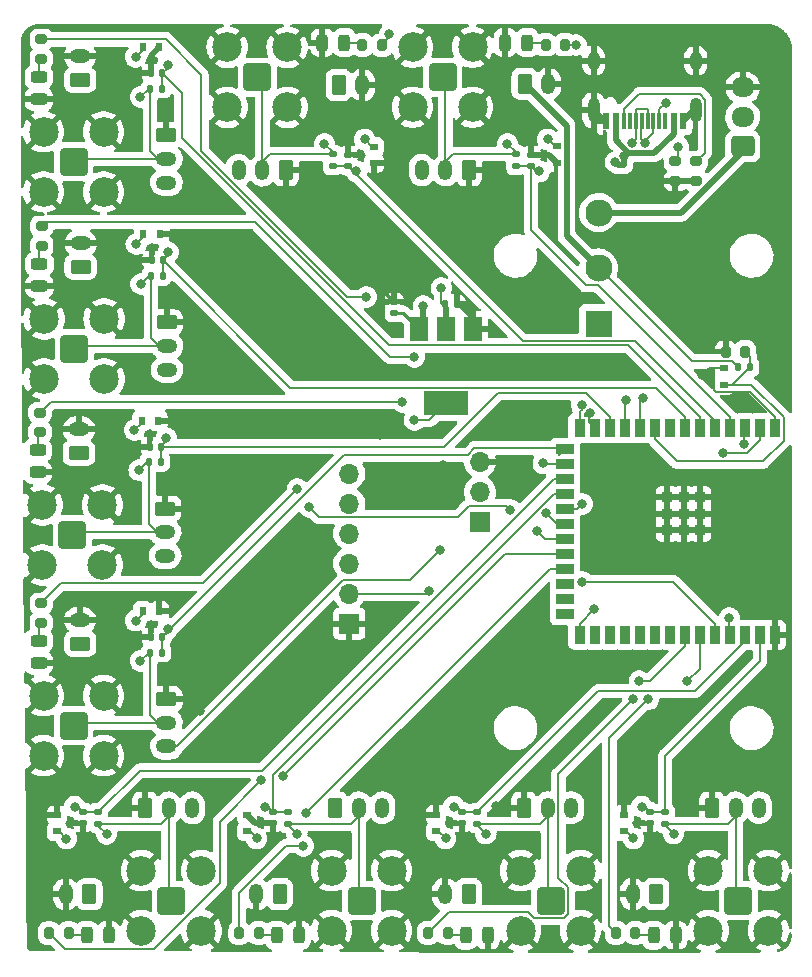
<source format=gtl>
G04 #@! TF.GenerationSoftware,KiCad,Pcbnew,7.0.5-7.0.5~ubuntu22.04.1*
G04 #@! TF.CreationDate,2023-06-19T14:44:42+01:00*
G04 #@! TF.ProjectId,logic_board,6c6f6769-635f-4626-9f61-72642e6b6963,rev?*
G04 #@! TF.SameCoordinates,Original*
G04 #@! TF.FileFunction,Copper,L1,Top*
G04 #@! TF.FilePolarity,Positive*
%FSLAX46Y46*%
G04 Gerber Fmt 4.6, Leading zero omitted, Abs format (unit mm)*
G04 Created by KiCad (PCBNEW 7.0.5-7.0.5~ubuntu22.04.1) date 2023-06-19 14:44:42*
%MOMM*%
%LPD*%
G01*
G04 APERTURE LIST*
G04 Aperture macros list*
%AMRoundRect*
0 Rectangle with rounded corners*
0 $1 Rounding radius*
0 $2 $3 $4 $5 $6 $7 $8 $9 X,Y pos of 4 corners*
0 Add a 4 corners polygon primitive as box body*
4,1,4,$2,$3,$4,$5,$6,$7,$8,$9,$2,$3,0*
0 Add four circle primitives for the rounded corners*
1,1,$1+$1,$2,$3*
1,1,$1+$1,$4,$5*
1,1,$1+$1,$6,$7*
1,1,$1+$1,$8,$9*
0 Add four rect primitives between the rounded corners*
20,1,$1+$1,$2,$3,$4,$5,0*
20,1,$1+$1,$4,$5,$6,$7,0*
20,1,$1+$1,$6,$7,$8,$9,0*
20,1,$1+$1,$8,$9,$2,$3,0*%
G04 Aperture macros list end*
G04 #@! TA.AperFunction,ComponentPad*
%ADD10RoundRect,0.250000X0.350000X0.625000X-0.350000X0.625000X-0.350000X-0.625000X0.350000X-0.625000X0*%
G04 #@! TD*
G04 #@! TA.AperFunction,ComponentPad*
%ADD11O,1.200000X1.750000*%
G04 #@! TD*
G04 #@! TA.AperFunction,ComponentPad*
%ADD12RoundRect,0.250000X-0.625000X0.350000X-0.625000X-0.350000X0.625000X-0.350000X0.625000X0.350000X0*%
G04 #@! TD*
G04 #@! TA.AperFunction,ComponentPad*
%ADD13O,1.750000X1.200000*%
G04 #@! TD*
G04 #@! TA.AperFunction,SMDPad,CuDef*
%ADD14RoundRect,0.200000X-0.275000X0.200000X-0.275000X-0.200000X0.275000X-0.200000X0.275000X0.200000X0*%
G04 #@! TD*
G04 #@! TA.AperFunction,SMDPad,CuDef*
%ADD15RoundRect,0.135000X0.185000X-0.135000X0.185000X0.135000X-0.185000X0.135000X-0.185000X-0.135000X0*%
G04 #@! TD*
G04 #@! TA.AperFunction,SMDPad,CuDef*
%ADD16RoundRect,0.243750X0.456250X-0.243750X0.456250X0.243750X-0.456250X0.243750X-0.456250X-0.243750X0*%
G04 #@! TD*
G04 #@! TA.AperFunction,SMDPad,CuDef*
%ADD17R,0.700000X0.600000*%
G04 #@! TD*
G04 #@! TA.AperFunction,ComponentPad*
%ADD18RoundRect,0.200100X0.949900X0.949900X-0.949900X0.949900X-0.949900X-0.949900X0.949900X-0.949900X0*%
G04 #@! TD*
G04 #@! TA.AperFunction,ComponentPad*
%ADD19C,2.500000*%
G04 #@! TD*
G04 #@! TA.AperFunction,ComponentPad*
%ADD20RoundRect,0.200100X-0.949900X-0.949900X0.949900X-0.949900X0.949900X0.949900X-0.949900X0.949900X0*%
G04 #@! TD*
G04 #@! TA.AperFunction,SMDPad,CuDef*
%ADD21RoundRect,0.135000X-0.135000X-0.185000X0.135000X-0.185000X0.135000X0.185000X-0.135000X0.185000X0*%
G04 #@! TD*
G04 #@! TA.AperFunction,SMDPad,CuDef*
%ADD22RoundRect,0.200000X-0.200000X-0.275000X0.200000X-0.275000X0.200000X0.275000X-0.200000X0.275000X0*%
G04 #@! TD*
G04 #@! TA.AperFunction,SMDPad,CuDef*
%ADD23RoundRect,0.200000X0.200000X0.275000X-0.200000X0.275000X-0.200000X-0.275000X0.200000X-0.275000X0*%
G04 #@! TD*
G04 #@! TA.AperFunction,SMDPad,CuDef*
%ADD24RoundRect,0.243750X0.243750X0.456250X-0.243750X0.456250X-0.243750X-0.456250X0.243750X-0.456250X0*%
G04 #@! TD*
G04 #@! TA.AperFunction,ComponentPad*
%ADD25RoundRect,0.250000X0.725000X-0.600000X0.725000X0.600000X-0.725000X0.600000X-0.725000X-0.600000X0*%
G04 #@! TD*
G04 #@! TA.AperFunction,ComponentPad*
%ADD26O,1.950000X1.700000*%
G04 #@! TD*
G04 #@! TA.AperFunction,SMDPad,CuDef*
%ADD27RoundRect,0.135000X-0.185000X0.135000X-0.185000X-0.135000X0.185000X-0.135000X0.185000X0.135000X0*%
G04 #@! TD*
G04 #@! TA.AperFunction,SMDPad,CuDef*
%ADD28RoundRect,0.140000X-0.140000X-0.170000X0.140000X-0.170000X0.140000X0.170000X-0.140000X0.170000X0*%
G04 #@! TD*
G04 #@! TA.AperFunction,SMDPad,CuDef*
%ADD29R,0.600000X0.700000*%
G04 #@! TD*
G04 #@! TA.AperFunction,ComponentPad*
%ADD30RoundRect,0.250000X-0.350000X-0.625000X0.350000X-0.625000X0.350000X0.625000X-0.350000X0.625000X0*%
G04 #@! TD*
G04 #@! TA.AperFunction,SMDPad,CuDef*
%ADD31RoundRect,0.243750X-0.243750X-0.456250X0.243750X-0.456250X0.243750X0.456250X-0.243750X0.456250X0*%
G04 #@! TD*
G04 #@! TA.AperFunction,ComponentPad*
%ADD32RoundRect,0.200100X0.949900X-0.949900X0.949900X0.949900X-0.949900X0.949900X-0.949900X-0.949900X0*%
G04 #@! TD*
G04 #@! TA.AperFunction,ComponentPad*
%ADD33R,1.700000X1.700000*%
G04 #@! TD*
G04 #@! TA.AperFunction,ComponentPad*
%ADD34O,1.700000X1.700000*%
G04 #@! TD*
G04 #@! TA.AperFunction,SMDPad,CuDef*
%ADD35R,1.500000X2.000000*%
G04 #@! TD*
G04 #@! TA.AperFunction,SMDPad,CuDef*
%ADD36R,3.800000X2.000000*%
G04 #@! TD*
G04 #@! TA.AperFunction,SMDPad,CuDef*
%ADD37RoundRect,0.140000X0.170000X-0.140000X0.170000X0.140000X-0.170000X0.140000X-0.170000X-0.140000X0*%
G04 #@! TD*
G04 #@! TA.AperFunction,ComponentPad*
%ADD38RoundRect,0.250000X0.625000X-0.350000X0.625000X0.350000X-0.625000X0.350000X-0.625000X-0.350000X0*%
G04 #@! TD*
G04 #@! TA.AperFunction,SMDPad,CuDef*
%ADD39RoundRect,0.140000X-0.170000X0.140000X-0.170000X-0.140000X0.170000X-0.140000X0.170000X0.140000X0*%
G04 #@! TD*
G04 #@! TA.AperFunction,SMDPad,CuDef*
%ADD40R,0.600000X1.450000*%
G04 #@! TD*
G04 #@! TA.AperFunction,SMDPad,CuDef*
%ADD41R,0.300000X1.450000*%
G04 #@! TD*
G04 #@! TA.AperFunction,ComponentPad*
%ADD42O,1.000000X2.100000*%
G04 #@! TD*
G04 #@! TA.AperFunction,ComponentPad*
%ADD43O,1.000000X1.600000*%
G04 #@! TD*
G04 #@! TA.AperFunction,SMDPad,CuDef*
%ADD44R,0.900000X1.500000*%
G04 #@! TD*
G04 #@! TA.AperFunction,SMDPad,CuDef*
%ADD45R,1.500000X0.900000*%
G04 #@! TD*
G04 #@! TA.AperFunction,SMDPad,CuDef*
%ADD46R,0.900000X0.900000*%
G04 #@! TD*
G04 #@! TA.AperFunction,ComponentPad*
%ADD47R,2.300000X2.300000*%
G04 #@! TD*
G04 #@! TA.AperFunction,ComponentPad*
%ADD48C,2.300000*%
G04 #@! TD*
G04 #@! TA.AperFunction,ViaPad*
%ADD49C,0.800000*%
G04 #@! TD*
G04 #@! TA.AperFunction,Conductor*
%ADD50C,0.500000*%
G04 #@! TD*
G04 #@! TA.AperFunction,Conductor*
%ADD51C,0.200000*%
G04 #@! TD*
G04 #@! TA.AperFunction,Conductor*
%ADD52C,0.250000*%
G04 #@! TD*
G04 APERTURE END LIST*
D10*
G04 #@! TO.P,J30,1,Pin_1*
G04 #@! TO.N,+BATT*
X94237148Y-128040000D03*
D11*
G04 #@! TO.P,J30,2,Pin_2*
G04 #@! TO.N,GND*
X92237148Y-128040000D03*
G04 #@! TD*
D12*
G04 #@! TO.P,J13,1,Pin_1*
G04 #@! TO.N,GND*
X84547148Y-95410000D03*
D13*
G04 #@! TO.P,J13,2,Pin_2*
G04 #@! TO.N,/meter_connection8/SIG_IN*
X84547148Y-97410000D03*
G04 #@! TO.P,J13,3,Pin_3*
G04 #@! TO.N,+BATT*
X84547148Y-99410000D03*
G04 #@! TD*
D14*
G04 #@! TO.P,R7,1*
G04 #@! TO.N,LED2*
X74047148Y-103425000D03*
G04 #@! TO.P,R7,2*
G04 #@! TO.N,Net-(D3-A)*
X74047148Y-105075000D03*
G04 #@! TD*
G04 #@! TO.P,R21,1*
G04 #@! TO.N,LED7*
X73947148Y-87285000D03*
G04 #@! TO.P,R21,2*
G04 #@! TO.N,Net-(D10-A)*
X73947148Y-88935000D03*
G04 #@! TD*
D15*
G04 #@! TO.P,R16,1*
G04 #@! TO.N,/meter_connection5/SIG_IN*
X94987148Y-122110000D03*
G04 #@! TO.P,R16,2*
G04 #@! TO.N,ADC9*
X94987148Y-121090000D03*
G04 #@! TD*
D16*
G04 #@! TO.P,D9,1,K*
G04 #@! TO.N,GND*
X73897148Y-76587500D03*
G04 #@! TO.P,D9,2,A*
G04 #@! TO.N,Net-(D9-A)*
X73897148Y-74712500D03*
G04 #@! TD*
D17*
G04 #@! TO.P,D1,1,K*
G04 #@! TO.N,VSENSE*
X131837148Y-84950000D03*
G04 #@! TO.P,D1,2,A*
G04 #@! TO.N,GND*
X131837148Y-83550000D03*
G04 #@! TD*
D15*
G04 #@! TO.P,R24,1*
G04 #@! TO.N,/meter_connection9/SIG_IN*
X126887148Y-122110000D03*
G04 #@! TO.P,R24,2*
G04 #@! TO.N,ADC0*
X126887148Y-121090000D03*
G04 #@! TD*
D18*
G04 #@! TO.P,J15,1,In*
G04 #@! TO.N,/meter_connection/SIG_IN*
X85077148Y-128610000D03*
D19*
G04 #@! TO.P,J15,2,Ext*
G04 #@! TO.N,GND*
X87617148Y-131150000D03*
X87617148Y-126070000D03*
X82537148Y-131150000D03*
X82537148Y-126070000D03*
G04 #@! TD*
D20*
G04 #@! TO.P,J21,1,In*
G04 #@! TO.N,/meter_connection6/SIG_IN*
X108037148Y-58890000D03*
D19*
G04 #@! TO.P,J21,2,Ext*
G04 #@! TO.N,GND*
X105497148Y-56350000D03*
X105497148Y-61430000D03*
X110577148Y-56350000D03*
X110577148Y-61430000D03*
G04 #@! TD*
D21*
G04 #@! TO.P,R14,1*
G04 #@! TO.N,/meter_connection4/SIG_IN*
X83277148Y-59860000D03*
G04 #@! TO.P,R14,2*
G04 #@! TO.N,ADC5*
X84297148Y-59860000D03*
G04 #@! TD*
D22*
G04 #@! TO.P,R5,1*
G04 #@! TO.N,LED8*
X74712148Y-131350000D03*
G04 #@! TO.P,R5,2*
G04 #@! TO.N,Net-(D2-A)*
X76362148Y-131350000D03*
G04 #@! TD*
D23*
G04 #@! TO.P,R11,1*
G04 #@! TO.N,LED4*
X102902148Y-56160000D03*
G04 #@! TO.P,R11,2*
G04 #@! TO.N,Net-(D5-A)*
X101252148Y-56160000D03*
G04 #@! TD*
D21*
G04 #@! TO.P,R20,1*
G04 #@! TO.N,/meter_connection7/SIG_IN*
X83327148Y-75700000D03*
G04 #@! TO.P,R20,2*
G04 #@! TO.N,ADC6*
X84347148Y-75700000D03*
G04 #@! TD*
D10*
G04 #@! TO.P,J27,1,Pin_1*
G04 #@! TO.N,+BATT*
X110237148Y-128040000D03*
D11*
G04 #@! TO.P,J27,2,Pin_2*
G04 #@! TO.N,GND*
X108237148Y-128040000D03*
G04 #@! TD*
D10*
G04 #@! TO.P,J8,1,Pin_1*
G04 #@! TO.N,GND*
X94777148Y-66760000D03*
D11*
G04 #@! TO.P,J8,2,Pin_2*
G04 #@! TO.N,/meter_connection3/SIG_IN*
X92777148Y-66760000D03*
G04 #@! TO.P,J8,3,Pin_3*
G04 #@! TO.N,+BATT*
X90777148Y-66760000D03*
G04 #@! TD*
D16*
G04 #@! TO.P,D10,1,K*
G04 #@! TO.N,GND*
X73747148Y-92347500D03*
G04 #@! TO.P,D10,2,A*
G04 #@! TO.N,Net-(D10-A)*
X73747148Y-90472500D03*
G04 #@! TD*
D17*
G04 #@! TO.P,D15,1,K*
G04 #@! TO.N,Net-(D15-K)*
X102227148Y-64759999D03*
G04 #@! TO.P,D15,2,A*
G04 #@! TO.N,GND*
X102227148Y-66159999D03*
G04 #@! TD*
D24*
G04 #@! TO.P,D4,1,K*
G04 #@! TO.N,GND*
X111874648Y-131540000D03*
G04 #@! TO.P,D4,2,A*
G04 #@! TO.N,Net-(D4-A)*
X109999648Y-131540000D03*
G04 #@! TD*
D25*
G04 #@! TO.P,J3,1,Pin_1*
G04 #@! TO.N,+8V*
X133450000Y-64750000D03*
D26*
G04 #@! TO.P,J3,2,Pin_2*
G04 #@! TO.N,unconnected-(J3-Pin_2-Pad2)*
X133450000Y-62250000D03*
G04 #@! TO.P,J3,3,Pin_3*
G04 #@! TO.N,GND*
X133450000Y-59750000D03*
G04 #@! TD*
D24*
G04 #@! TO.P,D11,1,K*
G04 #@! TO.N,GND*
X127774648Y-131540000D03*
G04 #@! TO.P,D11,2,A*
G04 #@! TO.N,Net-(D11-A)*
X125899648Y-131540000D03*
G04 #@! TD*
D17*
G04 #@! TO.P,D21,1,K*
G04 #@! TO.N,Net-(D21-K)*
X123387148Y-122740000D03*
G04 #@! TO.P,D21,2,A*
G04 #@! TO.N,GND*
X123387148Y-121340000D03*
G04 #@! TD*
D27*
G04 #@! TO.P,R18,1*
G04 #@! TO.N,/meter_connection6/SIG_IN*
X114227148Y-65379999D03*
G04 #@! TO.P,R18,2*
G04 #@! TO.N,ADC3*
X114227148Y-66399999D03*
G04 #@! TD*
D28*
G04 #@! TO.P,C9,1*
G04 #@! TO.N,GND*
X83347148Y-58560000D03*
G04 #@! TO.P,C9,2*
G04 #@! TO.N,ADC5*
X84307148Y-58560000D03*
G04 #@! TD*
D21*
G04 #@! TO.P,R8,1*
G04 #@! TO.N,/meter_connection1/SIG_IN*
X83277148Y-107600000D03*
G04 #@! TO.P,R8,2*
G04 #@! TO.N,ADC2*
X84297148Y-107600000D03*
G04 #@! TD*
D14*
G04 #@! TO.P,R3,1*
G04 #@! TO.N,Net-(J4-CC1)*
X127741148Y-66009000D03*
G04 #@! TO.P,R3,2*
G04 #@! TO.N,GND*
X127741148Y-67659000D03*
G04 #@! TD*
D29*
G04 #@! TO.P,D20,1,K*
G04 #@! TO.N,Net-(D20-K)*
X82547147Y-87960000D03*
G04 #@! TO.P,D20,2,A*
G04 #@! TO.N,GND*
X83947147Y-87960000D03*
G04 #@! TD*
D23*
G04 #@! TO.P,R17,1*
G04 #@! TO.N,LED3*
X118402148Y-56150000D03*
G04 #@! TO.P,R17,2*
G04 #@! TO.N,Net-(D8-A)*
X116752148Y-56150000D03*
G04 #@! TD*
D30*
G04 #@! TO.P,J7,1,Pin_1*
G04 #@! TO.N,GND*
X114937148Y-120740000D03*
D11*
G04 #@! TO.P,J7,2,Pin_2*
G04 #@! TO.N,/meter_connection2/SIG_IN*
X116937148Y-120740000D03*
G04 #@! TO.P,J7,3,Pin_3*
G04 #@! TO.N,+BATT*
X118937148Y-120740000D03*
G04 #@! TD*
D10*
G04 #@! TO.P,J25,1,Pin_1*
G04 #@! TO.N,+BATT*
X78137148Y-128050000D03*
D11*
G04 #@! TO.P,J25,2,Pin_2*
G04 #@! TO.N,GND*
X76137148Y-128050000D03*
G04 #@! TD*
D29*
G04 #@! TO.P,D19,1,K*
G04 #@! TO.N,Net-(D19-K)*
X82697147Y-72200000D03*
G04 #@! TO.P,D19,2,A*
G04 #@! TO.N,GND*
X84097147Y-72200000D03*
G04 #@! TD*
G04 #@! TO.P,D13,1,K*
G04 #@! TO.N,Net-(D13-K)*
X82647147Y-104100000D03*
G04 #@! TO.P,D13,2,A*
G04 #@! TO.N,GND*
X84047147Y-104100000D03*
G04 #@! TD*
D30*
G04 #@! TO.P,J28,1,Pin_1*
G04 #@! TO.N,+BATT*
X99237148Y-59550000D03*
D11*
G04 #@! TO.P,J28,2,Pin_2*
G04 #@! TO.N,GND*
X101237148Y-59550000D03*
G04 #@! TD*
D18*
G04 #@! TO.P,J20,1,In*
G04 #@! TO.N,/meter_connection5/SIG_IN*
X101177148Y-128600000D03*
D19*
G04 #@! TO.P,J20,2,Ext*
G04 #@! TO.N,GND*
X103717148Y-131140000D03*
X103717148Y-126060000D03*
X98637148Y-131140000D03*
X98637148Y-126060000D03*
G04 #@! TD*
D29*
G04 #@! TO.P,D16,1,K*
G04 #@! TO.N,Net-(D16-K)*
X82647147Y-56360000D03*
G04 #@! TO.P,D16,2,A*
G04 #@! TO.N,GND*
X84047147Y-56360000D03*
G04 #@! TD*
D15*
G04 #@! TO.P,R6,1*
G04 #@! TO.N,/meter_connection/SIG_IN*
X78887148Y-122120000D03*
G04 #@! TO.P,R6,2*
G04 #@! TO.N,ADC8*
X78887148Y-121100000D03*
G04 #@! TD*
D23*
G04 #@! TO.P,R4,1*
G04 #@! TO.N,VSENSE*
X133662148Y-82150000D03*
G04 #@! TO.P,R4,2*
G04 #@! TO.N,GND*
X132012148Y-82150000D03*
G04 #@! TD*
D28*
G04 #@! TO.P,C6,1*
G04 #@! TO.N,GND*
X83347148Y-106300000D03*
G04 #@! TO.P,C6,2*
G04 #@! TO.N,ADC2*
X84307148Y-106300000D03*
G04 #@! TD*
D31*
G04 #@! TO.P,D8,1,K*
G04 #@! TO.N,GND*
X113339648Y-55950000D03*
G04 #@! TO.P,D8,2,A*
G04 #@! TO.N,Net-(D8-A)*
X115214648Y-55950000D03*
G04 #@! TD*
D18*
G04 #@! TO.P,J24,1,In*
G04 #@! TO.N,/meter_connection9/SIG_IN*
X133077148Y-128600000D03*
D19*
G04 #@! TO.P,J24,2,Ext*
G04 #@! TO.N,GND*
X135617148Y-131140000D03*
X135617148Y-126060000D03*
X130537148Y-131140000D03*
X130537148Y-126060000D03*
G04 #@! TD*
D10*
G04 #@! TO.P,J34,1,Pin_1*
G04 #@! TO.N,+BATT*
X126137148Y-128040000D03*
D11*
G04 #@! TO.P,J34,2,Pin_2*
G04 #@! TO.N,GND*
X124137148Y-128040000D03*
G04 #@! TD*
D12*
G04 #@! TO.P,J6,1,Pin_1*
G04 #@! TO.N,GND*
X84647148Y-111550000D03*
D13*
G04 #@! TO.P,J6,2,Pin_2*
G04 #@! TO.N,/meter_connection1/SIG_IN*
X84647148Y-113550000D03*
G04 #@! TO.P,J6,3,Pin_3*
G04 #@! TO.N,+BATT*
X84647148Y-115550000D03*
G04 #@! TD*
D20*
G04 #@! TO.P,J18,1,In*
G04 #@! TO.N,/meter_connection3/SIG_IN*
X92337148Y-58900000D03*
D19*
G04 #@! TO.P,J18,2,Ext*
G04 #@! TO.N,GND*
X89797148Y-56360000D03*
X89797148Y-61440000D03*
X94877148Y-56360000D03*
X94877148Y-61440000D03*
G04 #@! TD*
D14*
G04 #@! TO.P,R2,1*
G04 #@! TO.N,Net-(J4-CC2)*
X129519148Y-66009000D03*
G04 #@! TO.P,R2,2*
G04 #@! TO.N,GND*
X129519148Y-67659000D03*
G04 #@! TD*
D28*
G04 #@! TO.P,C4,1*
G04 #@! TO.N,+3V3*
X108257148Y-78050000D03*
G04 #@! TO.P,C4,2*
G04 #@! TO.N,GND*
X109217148Y-78050000D03*
G04 #@! TD*
D27*
G04 #@! TO.P,R12,1*
G04 #@! TO.N,/meter_connection3/SIG_IN*
X98727148Y-65389999D03*
G04 #@! TO.P,R12,2*
G04 #@! TO.N,ADC4*
X98727148Y-66409999D03*
G04 #@! TD*
D32*
G04 #@! TO.P,J16,1,In*
G04 #@! TO.N,/meter_connection1/SIG_IN*
X76787148Y-113790000D03*
D19*
G04 #@! TO.P,J16,2,Ext*
G04 #@! TO.N,GND*
X74247148Y-116330000D03*
X79327148Y-116330000D03*
X74247148Y-111250000D03*
X79327148Y-111250000D03*
G04 #@! TD*
D33*
G04 #@! TO.P,J2,1,Pin_1*
G04 #@! TO.N,GND*
X100137148Y-105150000D03*
D34*
G04 #@! TO.P,J2,2,Pin_2*
G04 #@! TO.N,TX*
X100137148Y-102610000D03*
G04 #@! TO.P,J2,3,Pin_3*
G04 #@! TO.N,RX*
X100137148Y-100070000D03*
G04 #@! TO.P,J2,4,Pin_4*
G04 #@! TO.N,+3V3*
X100137148Y-97530000D03*
G04 #@! TO.P,J2,5,Pin_5*
G04 #@! TO.N,EN*
X100137148Y-94990000D03*
G04 #@! TO.P,J2,6,Pin_6*
G04 #@! TO.N,GPIO0*
X100137148Y-92450000D03*
G04 #@! TD*
D35*
G04 #@! TO.P,U2,1,GND*
G04 #@! TO.N,GND*
X110637148Y-80200000D03*
G04 #@! TO.P,U2,2,VO*
G04 #@! TO.N,+3V3*
X108337148Y-80200000D03*
D36*
X108337148Y-86500000D03*
D35*
G04 #@! TO.P,U2,3,VI*
G04 #@! TO.N,+BATT*
X106037148Y-80200000D03*
G04 #@! TD*
D31*
G04 #@! TO.P,D5,1,K*
G04 #@! TO.N,GND*
X97839648Y-55960000D03*
G04 #@! TO.P,D5,2,A*
G04 #@! TO.N,Net-(D5-A)*
X99714648Y-55960000D03*
G04 #@! TD*
D17*
G04 #@! TO.P,D14,1,K*
G04 #@! TO.N,Net-(D14-K)*
X107487148Y-122740000D03*
G04 #@! TO.P,D14,2,A*
G04 #@! TO.N,GND*
X107487148Y-121340000D03*
G04 #@! TD*
D37*
G04 #@! TO.P,C2,1*
G04 #@! TO.N,+BATT*
X103937148Y-78855000D03*
G04 #@! TO.P,C2,2*
G04 #@! TO.N,GND*
X103937148Y-77895000D03*
G04 #@! TD*
D12*
G04 #@! TO.P,J12,1,Pin_1*
G04 #@! TO.N,GND*
X84697148Y-79650000D03*
D13*
G04 #@! TO.P,J12,2,Pin_2*
G04 #@! TO.N,/meter_connection7/SIG_IN*
X84697148Y-81650000D03*
G04 #@! TO.P,J12,3,Pin_3*
G04 #@! TO.N,+BATT*
X84697148Y-83650000D03*
G04 #@! TD*
D17*
G04 #@! TO.P,D12,1,K*
G04 #@! TO.N,Net-(D12-K)*
X75387148Y-122750000D03*
G04 #@! TO.P,D12,2,A*
G04 #@! TO.N,GND*
X75387148Y-121350000D03*
G04 #@! TD*
D24*
G04 #@! TO.P,D7,1,K*
G04 #@! TO.N,GND*
X95874648Y-131540000D03*
G04 #@! TO.P,D7,2,A*
G04 #@! TO.N,Net-(D7-A)*
X93999648Y-131540000D03*
G04 #@! TD*
D37*
G04 #@! TO.P,C7,1*
G04 #@! TO.N,GND*
X109687148Y-122040000D03*
G04 #@! TO.P,C7,2*
G04 #@! TO.N,ADC1*
X109687148Y-121080000D03*
G04 #@! TD*
D33*
G04 #@! TO.P,J1,1,Pin_1*
G04 #@! TO.N,+BATT*
X111200000Y-96540000D03*
D34*
G04 #@! TO.P,J1,2,Pin_2*
G04 #@! TO.N,/meter_connection9/SIG_IN*
X111200000Y-94000000D03*
G04 #@! TO.P,J1,3,Pin_3*
G04 #@! TO.N,GND*
X111200000Y-91460000D03*
G04 #@! TD*
D22*
G04 #@! TO.P,R23,1*
G04 #@! TO.N,LED0*
X122712148Y-131340000D03*
G04 #@! TO.P,R23,2*
G04 #@! TO.N,Net-(D11-A)*
X124362148Y-131340000D03*
G04 #@! TD*
D14*
G04 #@! TO.P,R19,1*
G04 #@! TO.N,LED6*
X74097148Y-71525000D03*
G04 #@! TO.P,R19,2*
G04 #@! TO.N,Net-(D9-A)*
X74097148Y-73175000D03*
G04 #@! TD*
D17*
G04 #@! TO.P,D17,1,K*
G04 #@! TO.N,Net-(D17-K)*
X91487148Y-122740000D03*
G04 #@! TO.P,D17,2,A*
G04 #@! TO.N,GND*
X91487148Y-121340000D03*
G04 #@! TD*
D30*
G04 #@! TO.P,J10,1,Pin_1*
G04 #@! TO.N,GND*
X98937148Y-120740000D03*
D11*
G04 #@! TO.P,J10,2,Pin_2*
G04 #@! TO.N,/meter_connection5/SIG_IN*
X100937148Y-120740000D03*
G04 #@! TO.P,J10,3,Pin_3*
G04 #@! TO.N,+BATT*
X102937148Y-120740000D03*
G04 #@! TD*
D38*
G04 #@! TO.P,J26,1,Pin_1*
G04 #@! TO.N,+BATT*
X77347147Y-106850000D03*
D13*
G04 #@! TO.P,J26,2,Pin_2*
G04 #@! TO.N,GND*
X77347147Y-104850000D03*
G04 #@! TD*
D10*
G04 #@! TO.P,J11,1,Pin_1*
G04 #@! TO.N,GND*
X110277148Y-66750000D03*
D11*
G04 #@! TO.P,J11,2,Pin_2*
G04 #@! TO.N,/meter_connection6/SIG_IN*
X108277148Y-66750000D03*
G04 #@! TO.P,J11,3,Pin_3*
G04 #@! TO.N,+BATT*
X106277148Y-66750000D03*
G04 #@! TD*
D12*
G04 #@! TO.P,J9,1,Pin_1*
G04 #@! TO.N,GND*
X84647148Y-63810000D03*
D13*
G04 #@! TO.P,J9,2,Pin_2*
G04 #@! TO.N,/meter_connection4/SIG_IN*
X84647148Y-65810000D03*
G04 #@! TO.P,J9,3,Pin_3*
G04 #@! TO.N,+BATT*
X84647148Y-67810000D03*
G04 #@! TD*
D30*
G04 #@! TO.P,J31,1,Pin_1*
G04 #@! TO.N,+BATT*
X114977148Y-59449999D03*
D11*
G04 #@! TO.P,J31,2,Pin_2*
G04 #@! TO.N,GND*
X116977148Y-59449999D03*
G04 #@! TD*
D38*
G04 #@! TO.P,J32,1,Pin_1*
G04 #@! TO.N,+BATT*
X77397147Y-74950000D03*
D13*
G04 #@! TO.P,J32,2,Pin_2*
G04 #@! TO.N,GND*
X77397147Y-72950000D03*
G04 #@! TD*
D21*
G04 #@! TO.P,R22,1*
G04 #@! TO.N,/meter_connection8/SIG_IN*
X83177148Y-91460000D03*
G04 #@! TO.P,R22,2*
G04 #@! TO.N,ADC7*
X84197148Y-91460000D03*
G04 #@! TD*
D14*
G04 #@! TO.P,R13,1*
G04 #@! TO.N,LED5*
X74047148Y-55685000D03*
G04 #@! TO.P,R13,2*
G04 #@! TO.N,Net-(D6-A)*
X74047148Y-57335000D03*
G04 #@! TD*
D22*
G04 #@! TO.P,R9,1*
G04 #@! TO.N,LED1*
X106812148Y-131340000D03*
G04 #@! TO.P,R9,2*
G04 #@! TO.N,Net-(D4-A)*
X108462148Y-131340000D03*
G04 #@! TD*
D38*
G04 #@! TO.P,J33,1,Pin_1*
G04 #@! TO.N,+BATT*
X77247147Y-90710000D03*
D13*
G04 #@! TO.P,J33,2,Pin_2*
G04 #@! TO.N,GND*
X77247147Y-88710000D03*
G04 #@! TD*
D37*
G04 #@! TO.P,C5,1*
G04 #@! TO.N,GND*
X77587148Y-122050000D03*
G04 #@! TO.P,C5,2*
G04 #@! TO.N,ADC8*
X77587148Y-121090000D03*
G04 #@! TD*
D39*
G04 #@! TO.P,C8,1*
G04 #@! TO.N,GND*
X100027148Y-65459999D03*
G04 #@! TO.P,C8,2*
G04 #@! TO.N,ADC4*
X100027148Y-66419999D03*
G04 #@! TD*
G04 #@! TO.P,C11,1*
G04 #@! TO.N,GND*
X115527148Y-65449999D03*
G04 #@! TO.P,C11,2*
G04 #@! TO.N,ADC3*
X115527148Y-66409999D03*
G04 #@! TD*
D24*
G04 #@! TO.P,D2,1,K*
G04 #@! TO.N,GND*
X79774648Y-131550000D03*
G04 #@! TO.P,D2,2,A*
G04 #@! TO.N,Net-(D2-A)*
X77899648Y-131550000D03*
G04 #@! TD*
D30*
G04 #@! TO.P,J14,1,Pin_1*
G04 #@! TO.N,GND*
X130837148Y-120740000D03*
D11*
G04 #@! TO.P,J14,2,Pin_2*
G04 #@! TO.N,/meter_connection9/SIG_IN*
X132837148Y-120740000D03*
G04 #@! TO.P,J14,3,Pin_3*
G04 #@! TO.N,+BATT*
X134837148Y-120740000D03*
G04 #@! TD*
D32*
G04 #@! TO.P,J22,1,In*
G04 #@! TO.N,/meter_connection7/SIG_IN*
X76837148Y-81890000D03*
D19*
G04 #@! TO.P,J22,2,Ext*
G04 #@! TO.N,GND*
X74297148Y-84430000D03*
X79377148Y-84430000D03*
X74297148Y-79350000D03*
X79377148Y-79350000D03*
G04 #@! TD*
D37*
G04 #@! TO.P,C10,1*
G04 #@! TO.N,GND*
X93687148Y-122040000D03*
G04 #@! TO.P,C10,2*
G04 #@! TO.N,ADC9*
X93687148Y-121080000D03*
G04 #@! TD*
D32*
G04 #@! TO.P,J23,1,In*
G04 #@! TO.N,/meter_connection8/SIG_IN*
X76687148Y-97650000D03*
D19*
G04 #@! TO.P,J23,2,Ext*
G04 #@! TO.N,GND*
X74147148Y-100190000D03*
X79227148Y-100190000D03*
X74147148Y-95110000D03*
X79227148Y-95110000D03*
G04 #@! TD*
D22*
G04 #@! TO.P,R15,1*
G04 #@! TO.N,LED9*
X90812148Y-131340000D03*
G04 #@! TO.P,R15,2*
G04 #@! TO.N,Net-(D7-A)*
X92462148Y-131340000D03*
G04 #@! TD*
D21*
G04 #@! TO.P,R1,1*
G04 #@! TO.N,+BATT*
X133037148Y-83450000D03*
G04 #@! TO.P,R1,2*
G04 #@! TO.N,VSENSE*
X134057148Y-83450000D03*
G04 #@! TD*
D16*
G04 #@! TO.P,D6,1,K*
G04 #@! TO.N,GND*
X73847148Y-60747500D03*
G04 #@! TO.P,D6,2,A*
G04 #@! TO.N,Net-(D6-A)*
X73847148Y-58872500D03*
G04 #@! TD*
D37*
G04 #@! TO.P,C14,1*
G04 #@! TO.N,GND*
X125587148Y-122040000D03*
G04 #@! TO.P,C14,2*
G04 #@! TO.N,ADC0*
X125587148Y-121080000D03*
G04 #@! TD*
D38*
G04 #@! TO.P,J29,1,Pin_1*
G04 #@! TO.N,+BATT*
X77347147Y-59110000D03*
D13*
G04 #@! TO.P,J29,2,Pin_2*
G04 #@! TO.N,GND*
X77347147Y-57110000D03*
G04 #@! TD*
D40*
G04 #@! TO.P,J4,A1,GND*
G04 #@! TO.N,GND*
X128387148Y-62595000D03*
G04 #@! TO.P,J4,A4,VBUS*
G04 #@! TO.N,VBUS*
X127587148Y-62595000D03*
D41*
G04 #@! TO.P,J4,A5,CC1*
G04 #@! TO.N,Net-(J4-CC1)*
X126387148Y-62595000D03*
G04 #@! TO.P,J4,A6,D+*
G04 #@! TO.N,USB_DP*
X125387148Y-62595000D03*
G04 #@! TO.P,J4,A7,D-*
G04 #@! TO.N,USB_DN*
X124887148Y-62595000D03*
G04 #@! TO.P,J4,A8,SBU1*
G04 #@! TO.N,unconnected-(J4-SBU1-PadA8)*
X123887148Y-62595000D03*
D40*
G04 #@! TO.P,J4,A9,VBUS*
G04 #@! TO.N,VBUS*
X122687148Y-62595000D03*
G04 #@! TO.P,J4,A12,GND*
G04 #@! TO.N,GND*
X121887148Y-62595000D03*
G04 #@! TO.P,J4,B1,GND*
X121887148Y-62595000D03*
G04 #@! TO.P,J4,B4,VBUS*
G04 #@! TO.N,VBUS*
X122687148Y-62595000D03*
D41*
G04 #@! TO.P,J4,B5,CC2*
G04 #@! TO.N,Net-(J4-CC2)*
X123387148Y-62595000D03*
G04 #@! TO.P,J4,B6,D+*
G04 #@! TO.N,USB_DP*
X124387148Y-62595000D03*
G04 #@! TO.P,J4,B7,D-*
G04 #@! TO.N,USB_DN*
X125887148Y-62595000D03*
G04 #@! TO.P,J4,B8,SBU2*
G04 #@! TO.N,unconnected-(J4-SBU2-PadB8)*
X126887148Y-62595000D03*
D40*
G04 #@! TO.P,J4,B9,VBUS*
G04 #@! TO.N,VBUS*
X127587148Y-62595000D03*
G04 #@! TO.P,J4,B12,GND*
G04 #@! TO.N,GND*
X128387148Y-62595000D03*
D42*
G04 #@! TO.P,J4,S1,SHIELD*
X129457148Y-61680000D03*
D43*
X129457148Y-57500000D03*
D42*
X120817148Y-61680000D03*
D43*
X120817148Y-57500000D03*
G04 #@! TD*
D16*
G04 #@! TO.P,D3,1,K*
G04 #@! TO.N,GND*
X73847148Y-108487500D03*
G04 #@! TO.P,D3,2,A*
G04 #@! TO.N,Net-(D3-A)*
X73847148Y-106612500D03*
G04 #@! TD*
D17*
G04 #@! TO.P,D18,1,K*
G04 #@! TO.N,Net-(D18-K)*
X117727148Y-64749999D03*
G04 #@! TO.P,D18,2,A*
G04 #@! TO.N,GND*
X117727148Y-66149999D03*
G04 #@! TD*
D30*
G04 #@! TO.P,J5,1,Pin_1*
G04 #@! TO.N,GND*
X82837148Y-120750000D03*
D11*
G04 #@! TO.P,J5,2,Pin_2*
G04 #@! TO.N,/meter_connection/SIG_IN*
X84837148Y-120750000D03*
G04 #@! TO.P,J5,3,Pin_3*
G04 #@! TO.N,+BATT*
X86837148Y-120750000D03*
G04 #@! TD*
D15*
G04 #@! TO.P,R10,1*
G04 #@! TO.N,/meter_connection2/SIG_IN*
X110987148Y-122110000D03*
G04 #@! TO.P,R10,2*
G04 #@! TO.N,ADC1*
X110987148Y-121090000D03*
G04 #@! TD*
D32*
G04 #@! TO.P,J19,1,In*
G04 #@! TO.N,/meter_connection4/SIG_IN*
X76787148Y-66050000D03*
D19*
G04 #@! TO.P,J19,2,Ext*
G04 #@! TO.N,GND*
X74247148Y-68590000D03*
X79327148Y-68590000D03*
X74247148Y-63510000D03*
X79327148Y-63510000D03*
G04 #@! TD*
D44*
G04 #@! TO.P,U1,1,GND*
G04 #@! TO.N,GND*
X136157148Y-88600000D03*
G04 #@! TO.P,U1,2,3V3*
G04 #@! TO.N,+3V3*
X134887148Y-88600000D03*
G04 #@! TO.P,U1,3,EN*
G04 #@! TO.N,EN*
X133617148Y-88600000D03*
G04 #@! TO.P,U1,4,GPIO4/TOUCH4/ADC1_CH3*
G04 #@! TO.N,ADC3*
X132347148Y-88600000D03*
G04 #@! TO.P,U1,5,GPIO5/TOUCH5/ADC1_CH4*
G04 #@! TO.N,ADC4*
X131077148Y-88600000D03*
G04 #@! TO.P,U1,6,GPIO6/TOUCH6/ADC1_CH5*
G04 #@! TO.N,ADC5*
X129807148Y-88600000D03*
G04 #@! TO.P,U1,7,GPIO7/TOUCH7/ADC1_CH6*
G04 #@! TO.N,ADC6*
X128537148Y-88600000D03*
G04 #@! TO.P,U1,8,GPIO15/U0RTS/ADC2_CH4/XTAL_32K_P*
G04 #@! TO.N,unconnected-(U1-GPIO15{slash}U0RTS{slash}ADC2_CH4{slash}XTAL_32K_P-Pad8)*
X127267148Y-88600000D03*
G04 #@! TO.P,U1,9,GPIO16/U0CTS/ADC2_CH5/XTAL_32K_N*
G04 #@! TO.N,VSENSE*
X125997148Y-88600000D03*
G04 #@! TO.P,U1,10,GPIO17/U1TXD/ADC2_CH6*
G04 #@! TO.N,LED3*
X124727148Y-88600000D03*
G04 #@! TO.P,U1,11,GPIO18/U1RXD/ADC2_CH7/CLK_OUT3*
G04 #@! TO.N,LED4*
X123457148Y-88600000D03*
G04 #@! TO.P,U1,12,GPIO8/TOUCH8/ADC1_CH7/SUBSPICS1*
G04 #@! TO.N,ADC7*
X122187148Y-88600000D03*
G04 #@! TO.P,U1,13,GPIO19/U1RTS/ADC2_CH8/CLK_OUT2/USB_D-*
G04 #@! TO.N,USB_DN*
X120917148Y-88600000D03*
G04 #@! TO.P,U1,14,GPIO20/U1CTS/ADC2_CH9/CLK_OUT1/USB_D+*
G04 #@! TO.N,USB_DP*
X119647148Y-88600000D03*
D45*
G04 #@! TO.P,U1,15,GPIO3/TOUCH3/ADC1_CH2*
G04 #@! TO.N,ADC2*
X118397148Y-90365000D03*
G04 #@! TO.P,U1,16,GPIO46*
G04 #@! TO.N,LED5*
X118397148Y-91635000D03*
G04 #@! TO.P,U1,17,GPIO9/TOUCH9/ADC1_CH8/FSPIHD/SUBSPIHD*
G04 #@! TO.N,ADC8*
X118397148Y-92905000D03*
G04 #@! TO.P,U1,18,GPIO10/TOUCH10/ADC1_CH9/FSPICS0/FSPIIO4/SUBSPICS0*
G04 #@! TO.N,ADC9*
X118397148Y-94175000D03*
G04 #@! TO.P,U1,19,GPIO11/TOUCH11/ADC2_CH0/FSPID/FSPIIO5/SUBSPID*
G04 #@! TO.N,LED6*
X118397148Y-95445000D03*
G04 #@! TO.P,U1,20,GPIO12/TOUCH12/ADC2_CH1/FSPICLK/FSPIIO6/SUBSPICLK*
G04 #@! TO.N,LED7*
X118397148Y-96715000D03*
G04 #@! TO.P,U1,21,GPIO13/TOUCH13/ADC2_CH2/FSPIQ/FSPIIO7/SUBSPIQ*
G04 #@! TO.N,LED2*
X118397148Y-97985000D03*
G04 #@! TO.P,U1,22,GPIO14/TOUCH14/ADC2_CH3/FSPIWP/FSPIDQS/SUBSPIWP*
G04 #@! TO.N,LED8*
X118397148Y-99255000D03*
G04 #@! TO.P,U1,23,GPIO21*
G04 #@! TO.N,LED9*
X118397148Y-100525000D03*
G04 #@! TO.P,U1,24,GPIO47/SPICLK_P/SUBSPICLK_P_DIFF*
G04 #@! TO.N,unconnected-(U1-GPIO47{slash}SPICLK_P{slash}SUBSPICLK_P_DIFF-Pad24)*
X118397148Y-101795000D03*
G04 #@! TO.P,U1,25,GPIO48/SPICLK_N/SUBSPICLK_N_DIFF*
G04 #@! TO.N,unconnected-(U1-GPIO48{slash}SPICLK_N{slash}SUBSPICLK_N_DIFF-Pad25)*
X118397148Y-103065000D03*
G04 #@! TO.P,U1,26,GPIO45*
G04 #@! TO.N,unconnected-(U1-GPIO45-Pad26)*
X118397148Y-104335000D03*
D44*
G04 #@! TO.P,U1,27,GPIO0/BOOT*
G04 #@! TO.N,GPIO0*
X119647148Y-106100000D03*
G04 #@! TO.P,U1,28,SPIIO6/GPIO35/FSPID/SUBSPID*
G04 #@! TO.N,unconnected-(U1-SPIIO6{slash}GPIO35{slash}FSPID{slash}SUBSPID-Pad28)*
X120917148Y-106100000D03*
G04 #@! TO.P,U1,29,SPIIO7/GPIO36/FSPICLK/SUBSPICLK*
G04 #@! TO.N,unconnected-(U1-SPIIO7{slash}GPIO36{slash}FSPICLK{slash}SUBSPICLK-Pad29)*
X122187148Y-106100000D03*
G04 #@! TO.P,U1,30,SPIDQS/GPIO37/FSPIQ/SUBSPIQ*
G04 #@! TO.N,unconnected-(U1-SPIDQS{slash}GPIO37{slash}FSPIQ{slash}SUBSPIQ-Pad30)*
X123457148Y-106100000D03*
G04 #@! TO.P,U1,31,GPIO38/FSPIWP/SUBSPIWP*
G04 #@! TO.N,unconnected-(U1-GPIO38{slash}FSPIWP{slash}SUBSPIWP-Pad31)*
X124727148Y-106100000D03*
G04 #@! TO.P,U1,32,MTCK/GPIO39/CLK_OUT3/SUBSPICS1*
G04 #@! TO.N,unconnected-(U1-MTCK{slash}GPIO39{slash}CLK_OUT3{slash}SUBSPICS1-Pad32)*
X125997148Y-106100000D03*
G04 #@! TO.P,U1,33,MTDO/GPIO40/CLK_OUT2*
G04 #@! TO.N,unconnected-(U1-MTDO{slash}GPIO40{slash}CLK_OUT2-Pad33)*
X127267148Y-106100000D03*
G04 #@! TO.P,U1,34,MTDI/GPIO41/CLK_OUT1*
G04 #@! TO.N,LED1*
X128537148Y-106100000D03*
G04 #@! TO.P,U1,35,MTMS/GPIO42*
G04 #@! TO.N,LED0*
X129807148Y-106100000D03*
G04 #@! TO.P,U1,36,U0RXD/GPIO44/CLK_OUT2*
G04 #@! TO.N,RX*
X131077148Y-106100000D03*
G04 #@! TO.P,U1,37,U0TXD/GPIO43/CLK_OUT1*
G04 #@! TO.N,TX*
X132347148Y-106100000D03*
G04 #@! TO.P,U1,38,GPIO2/TOUCH2/ADC1_CH1*
G04 #@! TO.N,ADC1*
X133617148Y-106100000D03*
G04 #@! TO.P,U1,39,GPIO1/TOUCH1/ADC1_CH0*
G04 #@! TO.N,ADC0*
X134887148Y-106100000D03*
G04 #@! TO.P,U1,40,GND*
G04 #@! TO.N,GND*
X136157148Y-106100000D03*
D46*
G04 #@! TO.P,U1,41,GND*
X129837148Y-94450000D03*
X128437148Y-94450000D03*
X127037148Y-94450000D03*
X127037148Y-94450000D03*
X129837148Y-95850000D03*
X129837148Y-95850000D03*
X128437148Y-95850000D03*
X127037148Y-95850000D03*
X129837148Y-97250000D03*
X128437148Y-97250000D03*
X127037148Y-97250000D03*
G04 #@! TD*
D28*
G04 #@! TO.P,C12,1*
G04 #@! TO.N,GND*
X83397148Y-74400000D03*
G04 #@! TO.P,C12,2*
G04 #@! TO.N,ADC6*
X84357148Y-74400000D03*
G04 #@! TD*
G04 #@! TO.P,C13,1*
G04 #@! TO.N,GND*
X83247148Y-90160000D03*
G04 #@! TO.P,C13,2*
G04 #@! TO.N,ADC7*
X84207148Y-90160000D03*
G04 #@! TD*
D18*
G04 #@! TO.P,J17,1,In*
G04 #@! TO.N,/meter_connection2/SIG_IN*
X117177148Y-128600000D03*
D19*
G04 #@! TO.P,J17,2,Ext*
G04 #@! TO.N,GND*
X119717148Y-131140000D03*
X119717148Y-126060000D03*
X114637148Y-131140000D03*
X114637148Y-126060000D03*
G04 #@! TD*
D47*
G04 #@! TO.P,SW1,1,A*
G04 #@! TO.N,VBUS*
X121237148Y-79750000D03*
D48*
G04 #@! TO.P,SW1,2,B*
G04 #@! TO.N,+BATT*
X121237148Y-75050000D03*
G04 #@! TO.P,SW1,3,C*
G04 #@! TO.N,+8V*
X121237148Y-70350000D03*
G04 #@! TD*
D49*
G04 #@! TO.N,GND*
X84537148Y-61550000D03*
X99537148Y-75550000D03*
X90537148Y-103550000D03*
X128537148Y-128550000D03*
X80537148Y-59550000D03*
X102750000Y-89200000D03*
X120537148Y-77550000D03*
X87537148Y-88550000D03*
X124537148Y-118550000D03*
X127537148Y-75550000D03*
X92200000Y-84800000D03*
X87537148Y-69550000D03*
X115700000Y-83300000D03*
X116537148Y-118550000D03*
X85600000Y-91800000D03*
X89600000Y-91800000D03*
X99537148Y-80550000D03*
X91537148Y-115550000D03*
X115537148Y-79550000D03*
X135537148Y-103550000D03*
X112537148Y-80550000D03*
X136537148Y-85550000D03*
X120537148Y-97550000D03*
X79537148Y-57550000D03*
X76537148Y-61550000D03*
X87537148Y-106550000D03*
X82537148Y-83550000D03*
X104537148Y-115550000D03*
X93537148Y-69550000D03*
X95537148Y-129550000D03*
X98537148Y-109550000D03*
X121500000Y-83500000D03*
X135537148Y-84550000D03*
X99537148Y-82550000D03*
X119000000Y-83400000D03*
X134537148Y-110550000D03*
X81537148Y-67550000D03*
X80537148Y-106550000D03*
X76537148Y-125550000D03*
X121200000Y-112600000D03*
X120537148Y-117550000D03*
X90537148Y-72550000D03*
X113537148Y-69550000D03*
X133537148Y-92550000D03*
X107537148Y-71550000D03*
X86537148Y-87550000D03*
X106200000Y-113600000D03*
X95537148Y-97550000D03*
X118300000Y-86600000D03*
X126537148Y-113550000D03*
X108100000Y-91700000D03*
X96800000Y-91600000D03*
X77537148Y-61550000D03*
X94537148Y-113550000D03*
X119537148Y-118550000D03*
X112537148Y-120550000D03*
X89537148Y-88550000D03*
X136537148Y-92550000D03*
X86537148Y-72550000D03*
X87537148Y-115550000D03*
X87537148Y-109550000D03*
X89100000Y-119000000D03*
X87900000Y-84900000D03*
X114400000Y-87900000D03*
X95537148Y-83550000D03*
X87400000Y-100000000D03*
X109200000Y-83300000D03*
X96537148Y-72550000D03*
X102537148Y-70550000D03*
X104537148Y-72550000D03*
X108537148Y-117550000D03*
X112800000Y-106600000D03*
X130027148Y-84106000D03*
X109200000Y-110600000D03*
X120537148Y-99550000D03*
X106537148Y-129550000D03*
X88537148Y-87550000D03*
X124537148Y-116550000D03*
X119537148Y-123550000D03*
X100537148Y-68550000D03*
X129700000Y-79000000D03*
X103400000Y-104100000D03*
X117537148Y-106550000D03*
X107850000Y-88750000D03*
X101537148Y-118550000D03*
X93537148Y-100550000D03*
X87537148Y-112550000D03*
X119000000Y-114800000D03*
X88537148Y-72550000D03*
X105537148Y-120550000D03*
G04 #@! TO.N,+3V3*
X105643148Y-87916000D03*
X107929148Y-76740000D03*
X131805148Y-90710000D03*
G04 #@! TO.N,EN*
X133583148Y-89948000D03*
G04 #@! TO.N,ADC3*
X116227148Y-66850000D03*
G04 #@! TO.N,ADC4*
X100727148Y-66860000D03*
G04 #@! TO.N,ADC5*
X84747148Y-57860000D03*
G04 #@! TO.N,ADC6*
X84797148Y-73700000D03*
G04 #@! TO.N,LED4*
X103537148Y-55250000D03*
X123537148Y-86250000D03*
G04 #@! TO.N,LED5*
X116565148Y-91584500D03*
X101579148Y-77502000D03*
G04 #@! TO.N,ADC7*
X84647148Y-89460000D03*
G04 #@! TO.N,USB_DN*
X125162148Y-64450000D03*
X120549638Y-87342451D03*
G04 #@! TO.N,USB_DP*
X119807174Y-86599987D03*
X124112148Y-64450000D03*
G04 #@! TO.N,ADC2*
X84747148Y-105600000D03*
G04 #@! TO.N,LED9*
X96245148Y-123984000D03*
X96499148Y-121190000D03*
G04 #@! TO.N,ADC8*
X76887148Y-120650000D03*
G04 #@! TO.N,ADC9*
X92987148Y-120640000D03*
G04 #@! TO.N,LED0*
X128757148Y-110014000D03*
X125455148Y-111549500D03*
G04 #@! TO.N,LED1*
X124693148Y-110014000D03*
X124185148Y-111549500D03*
G04 #@! TO.N,LED2*
X95737148Y-93758000D03*
X116057148Y-97314000D03*
X113771148Y-95536000D03*
X96753148Y-95282000D03*
G04 #@! TO.N,LED3*
X119337148Y-56150000D03*
X125037148Y-86050000D03*
G04 #@! TO.N,LED6*
X105643148Y-82582000D03*
X119867148Y-95028000D03*
G04 #@! TO.N,LED8*
X92689148Y-118396000D03*
X94561260Y-118050132D03*
G04 #@! TO.N,GPIO0*
X120883148Y-103918000D03*
G04 #@! TO.N,LED7*
X116820270Y-95791122D03*
X104627148Y-86392000D03*
G04 #@! TO.N,RX*
X119867148Y-101632000D03*
G04 #@! TO.N,TX*
X106913148Y-102394000D03*
X132313148Y-104680000D03*
G04 #@! TO.N,ADC1*
X108987148Y-120640000D03*
G04 #@! TO.N,ADC0*
X124887148Y-120640000D03*
G04 #@! TO.N,+BATT*
X107800000Y-98900000D03*
X106405148Y-78264000D03*
G04 #@! TO.N,VBUS*
X123423148Y-65564000D03*
X122661148Y-66072000D03*
G04 #@! TO.N,Net-(D12-K)*
X76187148Y-123350000D03*
G04 #@! TO.N,Net-(D13-K)*
X82047148Y-104900000D03*
G04 #@! TO.N,Net-(D14-K)*
X108287148Y-123340000D03*
G04 #@! TO.N,Net-(D15-K)*
X101427148Y-64160000D03*
G04 #@! TO.N,Net-(D16-K)*
X82047148Y-57160000D03*
G04 #@! TO.N,Net-(D17-K)*
X92287148Y-123340000D03*
G04 #@! TO.N,Net-(D18-K)*
X116927148Y-64150000D03*
G04 #@! TO.N,Net-(D19-K)*
X82097148Y-73000000D03*
G04 #@! TO.N,Net-(D20-K)*
X81947148Y-88760000D03*
G04 #@! TO.N,Net-(D21-K)*
X124187148Y-123340000D03*
G04 #@! TO.N,Net-(J4-CC1)*
X127995148Y-64802000D03*
X126979148Y-61029500D03*
G04 #@! TO.N,/meter_connection9/SIG_IN*
X127587148Y-122940000D03*
G04 #@! TO.N,/meter_connection/SIG_IN*
X79587148Y-122950000D03*
G04 #@! TO.N,/meter_connection1/SIG_IN*
X82447148Y-108300000D03*
G04 #@! TO.N,/meter_connection2/SIG_IN*
X111687148Y-122940000D03*
G04 #@! TO.N,/meter_connection3/SIG_IN*
X98027148Y-64560000D03*
G04 #@! TO.N,/meter_connection4/SIG_IN*
X82447148Y-60560000D03*
G04 #@! TO.N,/meter_connection5/SIG_IN*
X95687148Y-122940000D03*
G04 #@! TO.N,/meter_connection6/SIG_IN*
X113527148Y-64550000D03*
G04 #@! TO.N,/meter_connection7/SIG_IN*
X82497148Y-76400000D03*
G04 #@! TO.N,/meter_connection8/SIG_IN*
X82347148Y-92160000D03*
G04 #@! TD*
D50*
G04 #@! TO.N,GND*
X83347148Y-57059999D02*
X83347148Y-58560000D01*
D51*
X136157148Y-88600000D02*
X136157148Y-87650000D01*
D50*
X92187148Y-122040000D02*
X93687148Y-122040000D01*
D51*
X73847148Y-108487500D02*
X74247148Y-108887500D01*
X130583148Y-83550000D02*
X130027148Y-84106000D01*
X131043148Y-85406000D02*
X131043148Y-83598000D01*
X131091148Y-83550000D02*
X131837148Y-83550000D01*
X73847148Y-108350000D02*
X73847148Y-108487500D01*
D50*
X110637148Y-80200000D02*
X112187148Y-80200000D01*
X129302148Y-61680000D02*
X128387148Y-62595000D01*
X129457148Y-61680000D02*
X129302148Y-61680000D01*
D51*
X95874648Y-131540000D02*
X96274648Y-131140000D01*
X97977148Y-55960000D02*
X97839648Y-55960000D01*
X113477148Y-55950000D02*
X113339648Y-55950000D01*
X73897148Y-76587500D02*
X74297148Y-76987500D01*
X111874648Y-131540000D02*
X112274648Y-131140000D01*
D50*
X117027148Y-65449999D02*
X115527148Y-65449999D01*
X91487148Y-121340000D02*
X92187148Y-122040000D01*
D51*
X73747148Y-92347500D02*
X74147148Y-92747500D01*
X131187148Y-85550000D02*
X131043148Y-85406000D01*
X136157148Y-87650000D02*
X134057148Y-85550000D01*
X79774648Y-131550000D02*
X80174648Y-131150000D01*
X127637148Y-131540000D02*
X127774648Y-131540000D01*
X79637148Y-131550000D02*
X79774648Y-131550000D01*
X95737148Y-131540000D02*
X95874648Y-131540000D01*
D50*
X121887148Y-62595000D02*
X121732148Y-62595000D01*
X110637148Y-79175000D02*
X110637148Y-80200000D01*
D51*
X127774648Y-131540000D02*
X128174648Y-131140000D01*
X131837148Y-83550000D02*
X130583148Y-83550000D01*
X73847148Y-60747500D02*
X74247148Y-61147500D01*
X113339648Y-55950000D02*
X112939648Y-56350000D01*
X73847148Y-60610000D02*
X73847148Y-60747500D01*
X134057148Y-85550000D02*
X131187148Y-85550000D01*
D52*
X101592148Y-75550000D02*
X99537148Y-75550000D01*
D51*
X73747148Y-92210000D02*
X73747148Y-92347500D01*
X111737148Y-131540000D02*
X111874648Y-131540000D01*
X73897148Y-76450000D02*
X73897148Y-76587500D01*
D52*
X103937148Y-77895000D02*
X101592148Y-75550000D01*
D51*
X131043148Y-83598000D02*
X131091148Y-83550000D01*
D50*
X117727148Y-66149999D02*
X117027148Y-65449999D01*
X109512148Y-78050000D02*
X110637148Y-79175000D01*
D51*
X97839648Y-55960000D02*
X97439648Y-56360000D01*
D50*
X121732148Y-62595000D02*
X120817148Y-61680000D01*
X84047147Y-56360000D02*
X83347148Y-57059999D01*
X112187148Y-80200000D02*
X112537148Y-80550000D01*
D51*
G04 #@! TO.N,+3V3*
X134887148Y-88600000D02*
X134887148Y-89633950D01*
X134887148Y-89633950D02*
X133811098Y-90710000D01*
X106921148Y-87916000D02*
X108337148Y-86500000D01*
X131805148Y-90710000D02*
X133811098Y-90710000D01*
X107929148Y-76740000D02*
X107929148Y-78017000D01*
D50*
X108337148Y-80200000D02*
X108337148Y-78425000D01*
D51*
X107929148Y-78017000D02*
X107962148Y-78050000D01*
X105643148Y-87916000D02*
X106921148Y-87916000D01*
G04 #@! TO.N,EN*
X133583148Y-88634000D02*
X133617148Y-88600000D01*
X133583148Y-89948000D02*
X133583148Y-88634000D01*
G04 #@! TO.N,ADC3*
X132347148Y-88600000D02*
X132347148Y-87650000D01*
X132347148Y-87650000D02*
X121197148Y-76500000D01*
X116227148Y-66850000D02*
X115967148Y-66850000D01*
X115517148Y-66400000D02*
X115527148Y-66410000D01*
X115967148Y-66850000D02*
X115527148Y-66410000D01*
X121197148Y-76500000D02*
X120187148Y-76500000D01*
X120187148Y-76500000D02*
X115527148Y-71840000D01*
X114227148Y-66400000D02*
X115517148Y-66400000D01*
X115527148Y-71840000D02*
X115527148Y-66409999D01*
G04 #@! TO.N,ADC4*
X100467148Y-66860000D02*
X100027148Y-66420000D01*
X131077148Y-87990000D02*
X131077148Y-88600000D01*
X100017148Y-66410000D02*
X100027148Y-66420000D01*
X114807149Y-81200000D02*
X124287148Y-81200000D01*
X124287148Y-81200000D02*
X131077148Y-87990000D01*
X98727148Y-66410000D02*
X100017148Y-66410000D01*
X100727148Y-66860000D02*
X100467148Y-66860000D01*
X100027148Y-66419999D02*
X114807149Y-81200000D01*
G04 #@! TO.N,ADC5*
X84747148Y-57860000D02*
X84747148Y-58120000D01*
X84307148Y-58560000D02*
X85937148Y-60190000D01*
X85937148Y-60190000D02*
X85937148Y-64033478D01*
X84747148Y-58120000D02*
X84307148Y-58560000D01*
X123757148Y-81600000D02*
X129807148Y-87650000D01*
X84297148Y-59860000D02*
X84297148Y-58570000D01*
X129807148Y-87650000D02*
X129807148Y-88600000D01*
X84297148Y-58570000D02*
X84307148Y-58560000D01*
X85937148Y-64033478D02*
X103503670Y-81600000D01*
X103503670Y-81600000D02*
X123757148Y-81600000D01*
G04 #@! TO.N,ADC6*
X126087148Y-85200000D02*
X128537148Y-87650000D01*
X84797148Y-73960000D02*
X84357148Y-74400000D01*
X84347148Y-74410000D02*
X84357148Y-74400000D01*
X84357148Y-74400000D02*
X95157148Y-85200000D01*
X95157148Y-85200000D02*
X126087148Y-85200000D01*
X84797148Y-73700000D02*
X84797148Y-73960000D01*
X84347148Y-75700000D02*
X84347148Y-74410000D01*
X128537148Y-87650000D02*
X128537148Y-88600000D01*
G04 #@! TO.N,LED4*
X103537148Y-55250000D02*
X103537148Y-55525000D01*
X123457148Y-86330000D02*
X123537148Y-86250000D01*
X103537148Y-55525000D02*
X102902148Y-56160000D01*
X123457148Y-88600000D02*
X123457148Y-86330000D01*
G04 #@! TO.N,LED5*
X84622147Y-55685000D02*
X74047148Y-55685000D01*
X101579148Y-77502000D02*
X99971356Y-77502000D01*
X116615648Y-91635000D02*
X116565148Y-91584500D01*
X87609148Y-58672001D02*
X84622147Y-55685000D01*
X87609148Y-65139792D02*
X87609148Y-58672001D01*
X118397148Y-91635000D02*
X116615648Y-91635000D01*
X99971356Y-77502000D02*
X87609148Y-65139792D01*
G04 #@! TO.N,ADC7*
X120187148Y-85650000D02*
X122187148Y-87650000D01*
X84647148Y-89460000D02*
X84647148Y-89720000D01*
X84197148Y-90170000D02*
X84207148Y-90160000D01*
X122187148Y-87650000D02*
X122187148Y-88600000D01*
X84647148Y-89720000D02*
X84207148Y-90160000D01*
X84197148Y-91460000D02*
X84197148Y-90170000D01*
X108177148Y-90160000D02*
X112687148Y-85650000D01*
X84207148Y-90160000D02*
X108177148Y-90160000D01*
X112687148Y-85650000D02*
X120187148Y-85650000D01*
G04 #@! TO.N,USB_DN*
X124862149Y-64150001D02*
X125162148Y-64450000D01*
X125887148Y-62595000D02*
X125887148Y-63570000D01*
X120125373Y-87342451D02*
X120097149Y-87370675D01*
X120397148Y-87550000D02*
X120397148Y-88080000D01*
X124862149Y-62619999D02*
X124862149Y-64150001D01*
X120097149Y-87550000D02*
X120397148Y-87550000D01*
X124887148Y-62595000D02*
X124862149Y-62619999D01*
X125887148Y-63570000D02*
X125162148Y-64295000D01*
X120397148Y-88080000D02*
X120917148Y-88600000D01*
X120549638Y-87342451D02*
X120125373Y-87342451D01*
X125162148Y-64295000D02*
X125162148Y-64450000D01*
X120097149Y-87370675D02*
X120097149Y-87550000D01*
G04 #@! TO.N,USB_DP*
X119807174Y-87024252D02*
X119647148Y-87184278D01*
X124387148Y-61620000D02*
X124387148Y-62595000D01*
X124437148Y-61570000D02*
X124387148Y-61620000D01*
X125337148Y-61570000D02*
X124437148Y-61570000D01*
X124387148Y-62595000D02*
X124412147Y-62619999D01*
X124412147Y-62619999D02*
X124412147Y-64150001D01*
X119647148Y-87184278D02*
X119647148Y-88600000D01*
X124412147Y-64150001D02*
X124112148Y-64450000D01*
X119807174Y-86599987D02*
X119807174Y-87024252D01*
X125387148Y-61620000D02*
X125337148Y-61570000D01*
X125387148Y-62595000D02*
X125387148Y-61620000D01*
G04 #@! TO.N,ADC2*
X84297148Y-107600000D02*
X84297148Y-106310000D01*
X110148654Y-90885000D02*
X110733654Y-90300000D01*
X84747148Y-105860000D02*
X84307148Y-106300000D01*
X110733654Y-90300000D02*
X118332148Y-90300000D01*
X84747148Y-105600000D02*
X84747148Y-105860000D01*
X118332148Y-90300000D02*
X118397148Y-90365000D01*
X99722148Y-90885000D02*
X110148654Y-90885000D01*
X84297148Y-106310000D02*
X84307148Y-106300000D01*
X117877148Y-90885000D02*
X118397148Y-90365000D01*
X84307148Y-106300000D02*
X99722148Y-90885000D01*
G04 #@! TO.N,LED9*
X118397148Y-100525000D02*
X117164148Y-100525000D01*
X117164148Y-100525000D02*
X96499148Y-121190000D01*
X90812148Y-127917208D02*
X90812148Y-131340000D01*
X94745356Y-123984000D02*
X90812148Y-127917208D01*
X96245148Y-123984000D02*
X94745356Y-123984000D01*
G04 #@! TO.N,ADC8*
X77597148Y-121100000D02*
X77587148Y-121090000D01*
X78887148Y-121100000D02*
X77597148Y-121100000D01*
X76887148Y-120650000D02*
X77147148Y-120650000D01*
X92752148Y-117600000D02*
X117447148Y-92905000D01*
X78887148Y-121100000D02*
X82387148Y-117600000D01*
X77147148Y-120650000D02*
X77587148Y-121090000D01*
X117447148Y-92905000D02*
X118397148Y-92905000D01*
X82387148Y-117600000D02*
X92752148Y-117600000D01*
G04 #@! TO.N,ADC9*
X93687148Y-117935000D02*
X93687148Y-121080000D01*
X117447148Y-94175000D02*
X93687148Y-117935000D01*
X94987148Y-121090000D02*
X93697148Y-121090000D01*
X92987148Y-120640000D02*
X93247148Y-120640000D01*
X93697148Y-121090000D02*
X93687148Y-121080000D01*
X118397148Y-94175000D02*
X117447148Y-94175000D01*
X93247148Y-120640000D02*
X93687148Y-121080000D01*
G04 #@! TO.N,LED0*
X129807148Y-106100000D02*
X129807148Y-108964000D01*
X129807148Y-108964000D02*
X128757148Y-110014000D01*
X122153148Y-130781000D02*
X122712148Y-131340000D01*
X122153148Y-114851500D02*
X122153148Y-130781000D01*
X125455148Y-111549500D02*
X122153148Y-114851500D01*
G04 #@! TO.N,LED1*
X125573148Y-110014000D02*
X124693148Y-110014000D01*
X128537148Y-107050000D02*
X125573148Y-110014000D01*
X124185148Y-111549500D02*
X117837148Y-117897500D01*
X115739180Y-130050000D02*
X115261180Y-129572000D01*
X117837148Y-126652952D02*
X118627148Y-127442952D01*
X118334196Y-130050000D02*
X115739180Y-130050000D01*
X128537148Y-106100000D02*
X128537148Y-107050000D01*
X108580148Y-129572000D02*
X106812148Y-131340000D01*
X118627148Y-127442952D02*
X118627148Y-129757048D01*
X117837148Y-117897500D02*
X117837148Y-126652952D01*
X118627148Y-129757048D02*
X118334196Y-130050000D01*
X115261180Y-129572000D02*
X108580148Y-129572000D01*
G04 #@! TO.N,LED2*
X97611148Y-96140000D02*
X109300000Y-96140000D01*
X118397148Y-97985000D02*
X116728148Y-97985000D01*
X87755148Y-101740000D02*
X75732148Y-101740000D01*
X95737148Y-93758000D02*
X87755148Y-101740000D01*
X96753148Y-95282000D02*
X97611148Y-96140000D01*
X109300000Y-96140000D02*
X110240000Y-95200000D01*
X116728148Y-97985000D02*
X116057148Y-97314000D01*
X75732148Y-101740000D02*
X74047148Y-103425000D01*
X113435148Y-95200000D02*
X113771148Y-95536000D01*
X110240000Y-95200000D02*
X113435148Y-95200000D01*
G04 #@! TO.N,LED3*
X119337148Y-56150000D02*
X118402148Y-56150000D01*
X124727148Y-88600000D02*
X124727148Y-86360000D01*
X124727148Y-86360000D02*
X125037148Y-86050000D01*
G04 #@! TO.N,LED6*
X105643148Y-82582000D02*
X103611148Y-82582000D01*
X74470148Y-71152000D02*
X74097148Y-71525000D01*
X103611148Y-82582000D02*
X92181148Y-71152000D01*
X118397148Y-95445000D02*
X119450148Y-95445000D01*
X92181148Y-71152000D02*
X74470148Y-71152000D01*
X119450148Y-95445000D02*
X119867148Y-95028000D01*
G04 #@! TO.N,LED8*
X83594196Y-132700000D02*
X76062148Y-132700000D01*
X118397148Y-99255000D02*
X113356392Y-99255000D01*
X89167148Y-127127048D02*
X83594196Y-132700000D01*
X92689148Y-118396000D02*
X89167148Y-121918000D01*
X89167148Y-121918000D02*
X89167148Y-127127048D01*
X113356392Y-99255000D02*
X94561260Y-118050132D01*
X76062148Y-132700000D02*
X74712148Y-131350000D01*
G04 #@! TO.N,GPIO0*
X120883148Y-103918000D02*
X119647148Y-105154000D01*
X119647148Y-105154000D02*
X119647148Y-106100000D01*
G04 #@! TO.N,LED7*
X118397148Y-96715000D02*
X117744148Y-96715000D01*
X74840148Y-86392000D02*
X73947148Y-87285000D01*
X117744148Y-96715000D02*
X116820270Y-95791122D01*
X104627148Y-86392000D02*
X74840148Y-86392000D01*
G04 #@! TO.N,RX*
X127559148Y-101632000D02*
X119867148Y-101632000D01*
X131077148Y-105150000D02*
X127559148Y-101632000D01*
X131077148Y-106100000D02*
X131077148Y-105150000D01*
G04 #@! TO.N,TX*
X106697148Y-102610000D02*
X106913148Y-102394000D01*
X132313148Y-106066000D02*
X132347148Y-106100000D01*
X132313148Y-104680000D02*
X132313148Y-106066000D01*
X100137148Y-102610000D02*
X106697148Y-102610000D01*
G04 #@! TO.N,ADC1*
X110987148Y-121090000D02*
X109697148Y-121090000D01*
X108987148Y-120640000D02*
X109247148Y-120640000D01*
X133617148Y-106630000D02*
X129397148Y-110850000D01*
X109697148Y-121090000D02*
X109687148Y-121080000D01*
X109247148Y-120640000D02*
X109687148Y-121080000D01*
X121227148Y-110850000D02*
X122450000Y-110850000D01*
X133617148Y-106100000D02*
X133617148Y-106630000D01*
X110987148Y-121090000D02*
X121227148Y-110850000D01*
X129397148Y-110850000D02*
X122450000Y-110850000D01*
G04 #@! TO.N,ADC0*
X126887148Y-116342284D02*
X134887148Y-108342284D01*
X124887148Y-120640000D02*
X125147148Y-120640000D01*
X134887148Y-108342284D02*
X134887148Y-106100000D01*
X126887148Y-121090000D02*
X125597148Y-121090000D01*
X126887148Y-121090000D02*
X126887148Y-116342284D01*
X125147148Y-120640000D02*
X125587148Y-121080000D01*
X125597148Y-121090000D02*
X125587148Y-121080000D01*
D50*
G04 #@! TO.N,+BATT*
X106405148Y-78264000D02*
X106405148Y-79832000D01*
X106405148Y-79832000D02*
X106037148Y-80200000D01*
D51*
X85527098Y-115550000D02*
X84647148Y-115550000D01*
X129137148Y-82950000D02*
X121237148Y-75050000D01*
X133037148Y-83450000D02*
X132537148Y-82950000D01*
D52*
X103937148Y-78855000D02*
X104692148Y-78855000D01*
D50*
X114977148Y-59449999D02*
X118527148Y-62999999D01*
X118527148Y-72340000D02*
X121237148Y-75050000D01*
X118527148Y-62999999D02*
X118527148Y-72340000D01*
D51*
X132537148Y-82950000D02*
X129137148Y-82950000D01*
X107800000Y-98900000D02*
X105240000Y-101460000D01*
X105240000Y-101460000D02*
X99617098Y-101460000D01*
X99617098Y-101460000D02*
X85527098Y-115550000D01*
D52*
X104692148Y-78855000D02*
X106037148Y-80200000D01*
D50*
G04 #@! TO.N,VBUS*
X125957148Y-65300000D02*
X123760066Y-65300000D01*
X123423148Y-66326000D02*
X122915148Y-66326000D01*
X122915148Y-66326000D02*
X122661148Y-66072000D01*
X127587148Y-62595000D02*
X127587148Y-63670000D01*
X123760066Y-65300000D02*
X123496066Y-65564000D01*
X123760066Y-65300000D02*
X122687148Y-64227082D01*
X123496066Y-65564000D02*
X123423148Y-65564000D01*
X127587148Y-63670000D02*
X125957148Y-65300000D01*
X122687148Y-64227082D02*
X122687148Y-62595000D01*
X123760066Y-65300000D02*
X123423148Y-65636918D01*
X123423148Y-65636918D02*
X123423148Y-66326000D01*
D51*
G04 #@! TO.N,VSENSE*
X134173148Y-84950000D02*
X131837148Y-84950000D01*
X125997148Y-88600000D02*
X125997148Y-89550000D01*
X134057148Y-83450000D02*
X134057148Y-82545000D01*
X135169148Y-91410000D02*
X136907148Y-89672000D01*
X127857148Y-91410000D02*
X135169148Y-91410000D01*
X131837148Y-84950000D02*
X132557148Y-84950000D01*
X136907148Y-87684000D02*
X134173148Y-84950000D01*
X134057148Y-82545000D02*
X133662148Y-82150000D01*
X132557148Y-84950000D02*
X134057148Y-83450000D01*
X125997148Y-89550000D02*
X127857148Y-91410000D01*
X136907148Y-89672000D02*
X136907148Y-87684000D01*
G04 #@! TO.N,Net-(D2-A)*
X77899648Y-131550000D02*
X76562148Y-131550000D01*
X76562148Y-131550000D02*
X76362148Y-131350000D01*
G04 #@! TO.N,Net-(D3-A)*
X73847148Y-105275000D02*
X74047148Y-105075000D01*
X73847148Y-106612500D02*
X73847148Y-105275000D01*
G04 #@! TO.N,Net-(D4-A)*
X108662148Y-131540000D02*
X108462148Y-131340000D01*
X109999648Y-131540000D02*
X108662148Y-131540000D01*
G04 #@! TO.N,Net-(D5-A)*
X99714648Y-55960000D02*
X101052148Y-55960000D01*
X101052148Y-55960000D02*
X101252148Y-56160000D01*
G04 #@! TO.N,Net-(D6-A)*
X73847148Y-58872500D02*
X73847148Y-57535000D01*
X73847148Y-57535000D02*
X74047148Y-57335000D01*
G04 #@! TO.N,Net-(D7-A)*
X92662148Y-131540000D02*
X92462148Y-131340000D01*
X93999648Y-131540000D02*
X92662148Y-131540000D01*
G04 #@! TO.N,Net-(D8-A)*
X115214648Y-55950000D02*
X116552148Y-55950000D01*
X116552148Y-55950000D02*
X116752148Y-56150000D01*
G04 #@! TO.N,Net-(D9-A)*
X73897148Y-74712500D02*
X73897148Y-73375000D01*
X73897148Y-73375000D02*
X74097148Y-73175000D01*
G04 #@! TO.N,Net-(D10-A)*
X73747148Y-90472500D02*
X73747148Y-89135000D01*
X73747148Y-89135000D02*
X73947148Y-88935000D01*
G04 #@! TO.N,Net-(D11-A)*
X125899648Y-131540000D02*
X124562148Y-131540000D01*
X124562148Y-131540000D02*
X124362148Y-131340000D01*
G04 #@! TO.N,Net-(D12-K)*
X75387148Y-122750000D02*
X75587148Y-122750000D01*
X75587148Y-122750000D02*
X76187148Y-123350000D01*
G04 #@! TO.N,Net-(D13-K)*
X82647148Y-104100000D02*
X82647148Y-104300000D01*
X82647148Y-104300000D02*
X82047148Y-104900000D01*
G04 #@! TO.N,Net-(D14-K)*
X107687148Y-122740000D02*
X108287148Y-123340000D01*
X107487148Y-122740000D02*
X107687148Y-122740000D01*
G04 #@! TO.N,Net-(D15-K)*
X102027148Y-64760000D02*
X101427148Y-64160000D01*
X102227148Y-64760000D02*
X102027148Y-64760000D01*
G04 #@! TO.N,Net-(D16-K)*
X82647148Y-56560000D02*
X82047148Y-57160000D01*
X82647148Y-56360000D02*
X82647148Y-56560000D01*
G04 #@! TO.N,Net-(D17-K)*
X91687148Y-122740000D02*
X92287148Y-123340000D01*
X91487148Y-122740000D02*
X91687148Y-122740000D01*
G04 #@! TO.N,Net-(D18-K)*
X117527148Y-64750000D02*
X116927148Y-64150000D01*
X117727148Y-64750000D02*
X117527148Y-64750000D01*
G04 #@! TO.N,Net-(D19-K)*
X82697148Y-72200000D02*
X82697148Y-72400000D01*
X82697148Y-72400000D02*
X82097148Y-73000000D01*
G04 #@! TO.N,Net-(D20-K)*
X82547148Y-88160000D02*
X81947148Y-88760000D01*
X82547148Y-87960000D02*
X82547148Y-88160000D01*
G04 #@! TO.N,Net-(D21-K)*
X123387148Y-122740000D02*
X123587148Y-122740000D01*
X123587148Y-122740000D02*
X124187148Y-123340000D01*
D50*
G04 #@! TO.N,+8V*
X133450000Y-64750000D02*
X133450000Y-65122387D01*
X128222387Y-70350000D02*
X121237148Y-70350000D01*
X133450000Y-65122387D02*
X128222387Y-70350000D01*
D51*
G04 #@! TO.N,Net-(J4-CC1)*
X127995148Y-65755000D02*
X127741148Y-66009000D01*
X126387148Y-61621500D02*
X126979148Y-61029500D01*
X127995148Y-64802000D02*
X127995148Y-65755000D01*
X126387148Y-62595000D02*
X126387148Y-61621500D01*
G04 #@! TO.N,Net-(J4-CC2)*
X129788519Y-60330000D02*
X130257148Y-60798629D01*
X130257148Y-60798629D02*
X130257148Y-65271000D01*
X123387148Y-61620000D02*
X124677148Y-60330000D01*
X130257148Y-65271000D02*
X129519148Y-66009000D01*
X124677148Y-60330000D02*
X129788519Y-60330000D01*
X123387148Y-62595000D02*
X123387148Y-61620000D01*
G04 #@! TO.N,/meter_connection9/SIG_IN*
X132837148Y-121440000D02*
X132837148Y-120740000D01*
X126887148Y-122110000D02*
X132167148Y-122110000D01*
X132837148Y-120740000D02*
X132837148Y-128360000D01*
X132167148Y-122110000D02*
X132837148Y-121440000D01*
X133537148Y-128140000D02*
X133077148Y-128600000D01*
X126887148Y-122110000D02*
X126887148Y-122240000D01*
X132837148Y-128360000D02*
X133077148Y-128600000D01*
X126887148Y-122240000D02*
X127587148Y-122940000D01*
G04 #@! TO.N,/meter_connection/SIG_IN*
X84837148Y-120750000D02*
X84837148Y-128370000D01*
X84167148Y-122120000D02*
X84837148Y-121450000D01*
X78887148Y-122120000D02*
X78887148Y-122250000D01*
X84837148Y-128370000D02*
X85077148Y-128610000D01*
X78887148Y-122250000D02*
X79587148Y-122950000D01*
X84837148Y-121450000D02*
X84837148Y-120750000D01*
X78887148Y-122120000D02*
X84167148Y-122120000D01*
X85537148Y-128150000D02*
X85077148Y-128610000D01*
G04 #@! TO.N,/meter_connection1/SIG_IN*
X77027148Y-113550000D02*
X76787148Y-113790000D01*
X84647148Y-113550000D02*
X77027148Y-113550000D01*
X83147148Y-107600000D02*
X82447148Y-108300000D01*
X83947148Y-113550000D02*
X84647148Y-113550000D01*
X83277148Y-107600000D02*
X83277148Y-112880000D01*
X77247148Y-114250000D02*
X76787148Y-113790000D01*
X83277148Y-112880000D02*
X83947148Y-113550000D01*
X83277148Y-107600000D02*
X83147148Y-107600000D01*
G04 #@! TO.N,/meter_connection2/SIG_IN*
X117637148Y-128140000D02*
X117177148Y-128600000D01*
X116267148Y-122110000D02*
X116937148Y-121440000D01*
X110987148Y-122240000D02*
X111687148Y-122940000D01*
X116937148Y-120740000D02*
X116937148Y-128360000D01*
X110987148Y-122110000D02*
X110987148Y-122240000D01*
X116937148Y-128360000D02*
X117177148Y-128600000D01*
X116937148Y-121440000D02*
X116937148Y-120740000D01*
X110987148Y-122110000D02*
X116267148Y-122110000D01*
G04 #@! TO.N,/meter_connection3/SIG_IN*
X92077148Y-59360000D02*
X92537148Y-58900000D01*
X98727148Y-65390000D02*
X93447148Y-65390000D01*
X98727148Y-65390000D02*
X98727148Y-65260000D01*
X92777148Y-66760000D02*
X92777148Y-59140000D01*
X93447148Y-65390000D02*
X92777148Y-66060000D01*
X98727148Y-65260000D02*
X98027148Y-64560000D01*
X92777148Y-59140000D02*
X92537148Y-58900000D01*
X92777148Y-66060000D02*
X92777148Y-66760000D01*
G04 #@! TO.N,/meter_connection4/SIG_IN*
X83277148Y-59860000D02*
X83277148Y-65140000D01*
X83147148Y-59860000D02*
X82447148Y-60560000D01*
X83277148Y-59860000D02*
X83147148Y-59860000D01*
X77247148Y-66510000D02*
X76787148Y-66050000D01*
X84647148Y-65810000D02*
X77027148Y-65810000D01*
X83947148Y-65810000D02*
X84647148Y-65810000D01*
X83277148Y-65140000D02*
X83947148Y-65810000D01*
X77027148Y-65810000D02*
X76787148Y-66050000D01*
G04 #@! TO.N,/meter_connection5/SIG_IN*
X101637148Y-128140000D02*
X101177148Y-128600000D01*
X100937148Y-128360000D02*
X101177148Y-128600000D01*
X94987148Y-122240000D02*
X95687148Y-122940000D01*
X100937148Y-120740000D02*
X100937148Y-128360000D01*
X94987148Y-122110000D02*
X100267148Y-122110000D01*
X100267148Y-122110000D02*
X100937148Y-121440000D01*
X100937148Y-121440000D02*
X100937148Y-120740000D01*
X94987148Y-122110000D02*
X94987148Y-122240000D01*
G04 #@! TO.N,/meter_connection6/SIG_IN*
X114227148Y-65380000D02*
X114227148Y-65250000D01*
X107577148Y-59350000D02*
X108037148Y-58890000D01*
X108947148Y-65380000D02*
X108277148Y-66050000D01*
X108277148Y-59130000D02*
X108037148Y-58890000D01*
X108277148Y-66050000D02*
X108277148Y-66750000D01*
X114227148Y-65250000D02*
X113527148Y-64550000D01*
X108277148Y-66750000D02*
X108277148Y-59130000D01*
X114227148Y-65380000D02*
X108947148Y-65380000D01*
G04 #@! TO.N,/meter_connection7/SIG_IN*
X77077148Y-81650000D02*
X76837148Y-81890000D01*
X77297148Y-82350000D02*
X76837148Y-81890000D01*
X83997148Y-81650000D02*
X84697148Y-81650000D01*
X84697148Y-81650000D02*
X77077148Y-81650000D01*
X83197148Y-75700000D02*
X82497148Y-76400000D01*
X83327148Y-80980000D02*
X83997148Y-81650000D01*
X83327148Y-75700000D02*
X83197148Y-75700000D01*
X83327148Y-75700000D02*
X83327148Y-80980000D01*
G04 #@! TO.N,/meter_connection8/SIG_IN*
X83177148Y-91460000D02*
X83047148Y-91460000D01*
X83047148Y-91460000D02*
X82347148Y-92160000D01*
X83177148Y-96740000D02*
X83847148Y-97410000D01*
X83177148Y-91460000D02*
X83177148Y-96740000D01*
X77147148Y-98110000D02*
X76687148Y-97650000D01*
X84547148Y-97410000D02*
X76927148Y-97410000D01*
X76927148Y-97410000D02*
X76687148Y-97650000D01*
X83847148Y-97410000D02*
X84547148Y-97410000D01*
G04 #@! TD*
G04 #@! TA.AperFunction,Conductor*
G04 #@! TO.N,GND*
G36*
X117057982Y-101594227D02*
G01*
X117113915Y-101636099D01*
X117138332Y-101701563D01*
X117138648Y-101710409D01*
X117138648Y-102293654D01*
X117145158Y-102354197D01*
X117145161Y-102354208D01*
X117157267Y-102386667D01*
X117162251Y-102456359D01*
X117157268Y-102473329D01*
X117145160Y-102505792D01*
X117145158Y-102505802D01*
X117138648Y-102566345D01*
X117138648Y-103563654D01*
X117145158Y-103624197D01*
X117145161Y-103624208D01*
X117157267Y-103656667D01*
X117162251Y-103726359D01*
X117157268Y-103743329D01*
X117145160Y-103775792D01*
X117145158Y-103775802D01*
X117138648Y-103836345D01*
X117138648Y-104833654D01*
X117145159Y-104894202D01*
X117145159Y-104894204D01*
X117193008Y-105022489D01*
X117196259Y-105031204D01*
X117283887Y-105148261D01*
X117400944Y-105235889D01*
X117537947Y-105286989D01*
X117565198Y-105289918D01*
X117598493Y-105293499D01*
X117598510Y-105293500D01*
X118564648Y-105293500D01*
X118631687Y-105313185D01*
X118677442Y-105365989D01*
X118688648Y-105417500D01*
X118688648Y-106898654D01*
X118695159Y-106959202D01*
X118695159Y-106959204D01*
X118717803Y-107019912D01*
X118746259Y-107096204D01*
X118833887Y-107213261D01*
X118950944Y-107300889D01*
X119042114Y-107334894D01*
X119082646Y-107350012D01*
X119087947Y-107351989D01*
X119114792Y-107354875D01*
X119148493Y-107358499D01*
X119148510Y-107358500D01*
X120145786Y-107358500D01*
X120145802Y-107358499D01*
X120192425Y-107353485D01*
X120206349Y-107351989D01*
X120238814Y-107339879D01*
X120308503Y-107334894D01*
X120325473Y-107339876D01*
X120357947Y-107351989D01*
X120374927Y-107353814D01*
X120418493Y-107358499D01*
X120418510Y-107358500D01*
X121415786Y-107358500D01*
X121415802Y-107358499D01*
X121453708Y-107354423D01*
X121476349Y-107351989D01*
X121508814Y-107339879D01*
X121578501Y-107334894D01*
X121595481Y-107339880D01*
X121622646Y-107350012D01*
X121627947Y-107351989D01*
X121654792Y-107354875D01*
X121688493Y-107358499D01*
X121688510Y-107358500D01*
X122685786Y-107358500D01*
X122685802Y-107358499D01*
X122732425Y-107353485D01*
X122746349Y-107351989D01*
X122778813Y-107339880D01*
X122848505Y-107334895D01*
X122865479Y-107339879D01*
X122897947Y-107351989D01*
X122904908Y-107352737D01*
X122958493Y-107358499D01*
X122958510Y-107358500D01*
X123955786Y-107358500D01*
X123955802Y-107358499D01*
X124002425Y-107353485D01*
X124016349Y-107351989D01*
X124048813Y-107339880D01*
X124118505Y-107334895D01*
X124135479Y-107339879D01*
X124167947Y-107351989D01*
X124174908Y-107352737D01*
X124228493Y-107358499D01*
X124228510Y-107358500D01*
X125225786Y-107358500D01*
X125225802Y-107358499D01*
X125263708Y-107354423D01*
X125286349Y-107351989D01*
X125318814Y-107339879D01*
X125388501Y-107334894D01*
X125405481Y-107339880D01*
X125432646Y-107350012D01*
X125437947Y-107351989D01*
X125464792Y-107354875D01*
X125498493Y-107358499D01*
X125498510Y-107358500D01*
X126495786Y-107358500D01*
X126495802Y-107358499D01*
X126542425Y-107353485D01*
X126556349Y-107351989D01*
X126588814Y-107339879D01*
X126658503Y-107334894D01*
X126675473Y-107339876D01*
X126707947Y-107351989D01*
X126724927Y-107353814D01*
X126768493Y-107358499D01*
X126768510Y-107358500D01*
X127068737Y-107358500D01*
X127135776Y-107378185D01*
X127181531Y-107430989D01*
X127191475Y-107500147D01*
X127162450Y-107563703D01*
X127156418Y-107570181D01*
X125429714Y-109296883D01*
X125368391Y-109330368D01*
X125298699Y-109325384D01*
X125269148Y-109309520D01*
X125149904Y-109222884D01*
X125117597Y-109208500D01*
X124975436Y-109145206D01*
X124975434Y-109145205D01*
X124788635Y-109105500D01*
X124597661Y-109105500D01*
X124410862Y-109145205D01*
X124236394Y-109222883D01*
X124081893Y-109335135D01*
X123954107Y-109477057D01*
X123858621Y-109642443D01*
X123858618Y-109642450D01*
X123799607Y-109824068D01*
X123799606Y-109824072D01*
X123779644Y-110014000D01*
X123781987Y-110036297D01*
X123789160Y-110104539D01*
X123776590Y-110173269D01*
X123728858Y-110224292D01*
X123665839Y-110241500D01*
X121271094Y-110241500D01*
X121262996Y-110240969D01*
X121237620Y-110237628D01*
X121227149Y-110236250D01*
X121227147Y-110236250D01*
X121189637Y-110241188D01*
X121189608Y-110241191D01*
X121087692Y-110254607D01*
X121087691Y-110254608D01*
X121074761Y-110256310D01*
X121068296Y-110257162D01*
X120920274Y-110318474D01*
X120920271Y-110318476D01*
X120825615Y-110391107D01*
X120825616Y-110391108D01*
X120793159Y-110416014D01*
X120771144Y-110444703D01*
X120765793Y-110450805D01*
X110941416Y-120275181D01*
X110880093Y-120308666D01*
X110853736Y-120311500D01*
X110737171Y-120311500D01*
X110737148Y-120311501D01*
X110700681Y-120314371D01*
X110700680Y-120314371D01*
X110544556Y-120359729D01*
X110544553Y-120359730D01*
X110407060Y-120441043D01*
X110339336Y-120458226D01*
X110273073Y-120436066D01*
X110261835Y-120426660D01*
X110257774Y-120423510D01*
X110116745Y-120340106D01*
X110116740Y-120340104D01*
X109959406Y-120294394D01*
X109959400Y-120294393D01*
X109922637Y-120291500D01*
X109922632Y-120291500D01*
X109906578Y-120291500D01*
X109839539Y-120271815D01*
X109799191Y-120229500D01*
X109759803Y-120161279D01*
X109726188Y-120103056D01*
X109627372Y-119993309D01*
X109598402Y-119961135D01*
X109589609Y-119954746D01*
X109443900Y-119848882D01*
X109269436Y-119771206D01*
X109269434Y-119771205D01*
X109082635Y-119731500D01*
X108891661Y-119731500D01*
X108704862Y-119771205D01*
X108530394Y-119848883D01*
X108375893Y-119961135D01*
X108248107Y-120103057D01*
X108152621Y-120268443D01*
X108152618Y-120268450D01*
X108093604Y-120450077D01*
X108093349Y-120451278D01*
X108093010Y-120451905D01*
X108091598Y-120456252D01*
X108090802Y-120455993D01*
X108060154Y-120512759D01*
X107998990Y-120546533D01*
X107952342Y-120546231D01*
X107952235Y-120547231D01*
X107884992Y-120540000D01*
X107737148Y-120540000D01*
X107737148Y-121466000D01*
X107717463Y-121533039D01*
X107664659Y-121578794D01*
X107613148Y-121590000D01*
X106637148Y-121590000D01*
X106637148Y-121687844D01*
X106643549Y-121747372D01*
X106643551Y-121747379D01*
X106693793Y-121882086D01*
X106693794Y-121882088D01*
X106751069Y-121958597D01*
X106775486Y-122024061D01*
X106760635Y-122092334D01*
X106751069Y-122107218D01*
X106686260Y-122193792D01*
X106686259Y-122193793D01*
X106635159Y-122330795D01*
X106635159Y-122330797D01*
X106628648Y-122391345D01*
X106628648Y-123088654D01*
X106635159Y-123149202D01*
X106635159Y-123149204D01*
X106684819Y-123282344D01*
X106686259Y-123286204D01*
X106773887Y-123403261D01*
X106890944Y-123490889D01*
X107027947Y-123541989D01*
X107055198Y-123544918D01*
X107088493Y-123548499D01*
X107088510Y-123548500D01*
X107309549Y-123548500D01*
X107376588Y-123568185D01*
X107422343Y-123620989D01*
X107427480Y-123634181D01*
X107452619Y-123711552D01*
X107452621Y-123711556D01*
X107548108Y-123876944D01*
X107675895Y-124018866D01*
X107830396Y-124131118D01*
X108004860Y-124208794D01*
X108191661Y-124248500D01*
X108382635Y-124248500D01*
X108569436Y-124208794D01*
X108743900Y-124131118D01*
X108898401Y-124018866D01*
X109026188Y-123876944D01*
X109121675Y-123711556D01*
X109180690Y-123529928D01*
X109200652Y-123340000D01*
X109180690Y-123150072D01*
X109121675Y-122968444D01*
X109111580Y-122950960D01*
X109095108Y-122883060D01*
X109117961Y-122817033D01*
X109172882Y-122773843D01*
X109242436Y-122767202D01*
X109253563Y-122769884D01*
X109416239Y-122817145D01*
X109437148Y-122818789D01*
X109437148Y-122290000D01*
X108882644Y-122290000D01*
X108915114Y-122401766D01*
X108914914Y-122471635D01*
X108876971Y-122530305D01*
X108813333Y-122559148D01*
X108745602Y-122549640D01*
X108743900Y-122548882D01*
X108569436Y-122471206D01*
X108569434Y-122471205D01*
X108569433Y-122471205D01*
X108437101Y-122443077D01*
X108375619Y-122409885D01*
X108341843Y-122348721D01*
X108339594Y-122335053D01*
X108339137Y-122330799D01*
X108288037Y-122193796D01*
X108223225Y-122107218D01*
X108198809Y-122041754D01*
X108213661Y-121973481D01*
X108223227Y-121958596D01*
X108280500Y-121882089D01*
X108280502Y-121882086D01*
X108330744Y-121747379D01*
X108330746Y-121747372D01*
X108337147Y-121687844D01*
X108337148Y-121687827D01*
X108337148Y-121534078D01*
X108356833Y-121467039D01*
X108409637Y-121421284D01*
X108478795Y-121411340D01*
X108523761Y-121429601D01*
X108524763Y-121427866D01*
X108530391Y-121431115D01*
X108530393Y-121431116D01*
X108530396Y-121431118D01*
X108704860Y-121508794D01*
X108704862Y-121508794D01*
X108704863Y-121508795D01*
X108745870Y-121517511D01*
X108818724Y-121532996D01*
X108880205Y-121566188D01*
X108913982Y-121627351D01*
X108912020Y-121688879D01*
X108882643Y-121789999D01*
X108882643Y-121790000D01*
X109173081Y-121790000D01*
X109236201Y-121807267D01*
X109257551Y-121819894D01*
X109291968Y-121829893D01*
X109414889Y-121865605D01*
X109414892Y-121865605D01*
X109414894Y-121865606D01*
X109451664Y-121868500D01*
X109451670Y-121868500D01*
X109813148Y-121868500D01*
X109880187Y-121888185D01*
X109925942Y-121940989D01*
X109937148Y-121992500D01*
X109937148Y-122818789D01*
X109958058Y-122817145D01*
X110113341Y-122772032D01*
X110222703Y-122707355D01*
X110290427Y-122690172D01*
X110356690Y-122712332D01*
X110373505Y-122726405D01*
X110392809Y-122745708D01*
X110404607Y-122757506D01*
X110544552Y-122840269D01*
X110578972Y-122850269D01*
X110690031Y-122882535D01*
X110748917Y-122920141D01*
X110778123Y-122983613D01*
X110778757Y-122988649D01*
X110793606Y-123129928D01*
X110793607Y-123129931D01*
X110852618Y-123311549D01*
X110852621Y-123311556D01*
X110948108Y-123476944D01*
X111021541Y-123558500D01*
X111070112Y-123612444D01*
X111075895Y-123618866D01*
X111230396Y-123731118D01*
X111404860Y-123808794D01*
X111591661Y-123848500D01*
X111782635Y-123848500D01*
X111969436Y-123808794D01*
X112143900Y-123731118D01*
X112298401Y-123618866D01*
X112426188Y-123476944D01*
X112521675Y-123311556D01*
X112580690Y-123129928D01*
X112600652Y-122940000D01*
X112591766Y-122855459D01*
X112604335Y-122786732D01*
X112652067Y-122735708D01*
X112715087Y-122718500D01*
X116204648Y-122718500D01*
X116271687Y-122738185D01*
X116317442Y-122790989D01*
X116328648Y-122842500D01*
X116328648Y-125026990D01*
X116308963Y-125094029D01*
X116256159Y-125139784D01*
X116187001Y-125149728D01*
X116123445Y-125120703D01*
X116097262Y-125088992D01*
X116087119Y-125071425D01*
X116039273Y-125011427D01*
X115388380Y-125662319D01*
X115344832Y-125580178D01*
X115225139Y-125439265D01*
X115077953Y-125327377D01*
X115035744Y-125307849D01*
X115686315Y-124657278D01*
X115514595Y-124540202D01*
X115514593Y-124540201D01*
X115278290Y-124426404D01*
X115278292Y-124426404D01*
X115027653Y-124349092D01*
X115027647Y-124349090D01*
X114768299Y-124310000D01*
X114505996Y-124310000D01*
X114246648Y-124349090D01*
X114246642Y-124349092D01*
X113996006Y-124426404D01*
X113996002Y-124426405D01*
X113759698Y-124540204D01*
X113759694Y-124540206D01*
X113587980Y-124657278D01*
X114238539Y-125307837D01*
X114119717Y-125379331D01*
X113985490Y-125506477D01*
X113882286Y-125658691D01*
X113235021Y-125011427D01*
X113187177Y-125071423D01*
X113056031Y-125298573D01*
X112960206Y-125542729D01*
X112901841Y-125798449D01*
X112901840Y-125798454D01*
X112882241Y-126059995D01*
X112882241Y-126060004D01*
X112901840Y-126321545D01*
X112901841Y-126321550D01*
X112960206Y-126577270D01*
X113056031Y-126821426D01*
X113056030Y-126821426D01*
X113187178Y-127048577D01*
X113235021Y-127108571D01*
X113885914Y-126457678D01*
X113929464Y-126539822D01*
X114049157Y-126680735D01*
X114196343Y-126792623D01*
X114238550Y-126812150D01*
X113587979Y-127462720D01*
X113759694Y-127579793D01*
X113759698Y-127579795D01*
X113996002Y-127693594D01*
X113996006Y-127693595D01*
X114246642Y-127770907D01*
X114246648Y-127770909D01*
X114505996Y-127809999D01*
X114506005Y-127810000D01*
X114768291Y-127810000D01*
X114768299Y-127809999D01*
X115027647Y-127770909D01*
X115027653Y-127770907D01*
X115278288Y-127693596D01*
X115340846Y-127663470D01*
X115409787Y-127652118D01*
X115473922Y-127679840D01*
X115512888Y-127737835D01*
X115518648Y-127775190D01*
X115518648Y-128850749D01*
X115498963Y-128917788D01*
X115446159Y-128963543D01*
X115378465Y-128973688D01*
X115298889Y-128963213D01*
X115298858Y-128963210D01*
X115261181Y-128958250D01*
X115261179Y-128958250D01*
X115250707Y-128959628D01*
X115225331Y-128962969D01*
X115217234Y-128963500D01*
X111457547Y-128963500D01*
X111390508Y-128943815D01*
X111344753Y-128891011D01*
X111335444Y-128826272D01*
X111334347Y-128826160D01*
X111344612Y-128725686D01*
X111345648Y-128715545D01*
X111345647Y-127364456D01*
X111335035Y-127260574D01*
X111279263Y-127092262D01*
X111186178Y-126941348D01*
X111060800Y-126815970D01*
X110967046Y-126758142D01*
X110909888Y-126722886D01*
X110909883Y-126722884D01*
X110741575Y-126667113D01*
X110637694Y-126656500D01*
X109836610Y-126656500D01*
X109836594Y-126656501D01*
X109732720Y-126667113D01*
X109564412Y-126722884D01*
X109564407Y-126722886D01*
X109413494Y-126815971D01*
X109288117Y-126941348D01*
X109249785Y-127003494D01*
X109197836Y-127050218D01*
X109128874Y-127061439D01*
X109064792Y-127033595D01*
X109046777Y-127015049D01*
X109036875Y-127002458D01*
X108878117Y-126864894D01*
X108878106Y-126864885D01*
X108696187Y-126759855D01*
X108696180Y-126759852D01*
X108497664Y-126691144D01*
X108487148Y-126689632D01*
X108487148Y-127759382D01*
X108418096Y-127705637D01*
X108299724Y-127665000D01*
X108206075Y-127665000D01*
X108113702Y-127680414D01*
X108003634Y-127739981D01*
X107987148Y-127757889D01*
X107987148Y-126693740D01*
X107987147Y-126693740D01*
X107875742Y-126720768D01*
X107875730Y-126720772D01*
X107684645Y-126808037D01*
X107684644Y-126808038D01*
X107513528Y-126929889D01*
X107513522Y-126929895D01*
X107368555Y-127081932D01*
X107254981Y-127258657D01*
X107176903Y-127453685D01*
X107137148Y-127659962D01*
X107137148Y-127790000D01*
X107957588Y-127790000D01*
X107918870Y-127832059D01*
X107868597Y-127946670D01*
X107858262Y-128071395D01*
X107888985Y-128192719D01*
X107952542Y-128290000D01*
X107137148Y-128290000D01*
X107137148Y-128367398D01*
X107152113Y-128524122D01*
X107152114Y-128524126D01*
X107211297Y-128725686D01*
X107307561Y-128912414D01*
X107437416Y-129077537D01*
X107437419Y-129077540D01*
X107596178Y-129215105D01*
X107596189Y-129215114D01*
X107760734Y-129310113D01*
X107808949Y-129360680D01*
X107822173Y-129429287D01*
X107796205Y-129494151D01*
X107786415Y-129505181D01*
X106971416Y-130320181D01*
X106910093Y-130353666D01*
X106883735Y-130356500D01*
X106554875Y-130356500D01*
X106483502Y-130362985D01*
X106483492Y-130362988D01*
X106319238Y-130414171D01*
X106171989Y-130503186D01*
X106050334Y-130624841D01*
X105961321Y-130772086D01*
X105910134Y-130936354D01*
X105903648Y-131007737D01*
X105903648Y-131672272D01*
X105910133Y-131743645D01*
X105910136Y-131743655D01*
X105961319Y-131907909D01*
X105961320Y-131907911D01*
X105961321Y-131907913D01*
X106040385Y-132038701D01*
X106050334Y-132055158D01*
X106171989Y-132176813D01*
X106171991Y-132176814D01*
X106171993Y-132176816D01*
X106319235Y-132265827D01*
X106483499Y-132317013D01*
X106554883Y-132323500D01*
X107069412Y-132323499D01*
X107069420Y-132323499D01*
X107140793Y-132317014D01*
X107140796Y-132317013D01*
X107140797Y-132317013D01*
X107305061Y-132265827D01*
X107452303Y-132176816D01*
X107500549Y-132128570D01*
X107549467Y-132079653D01*
X107610790Y-132046168D01*
X107680482Y-132051152D01*
X107724829Y-132079653D01*
X107821989Y-132176813D01*
X107821991Y-132176814D01*
X107821993Y-132176816D01*
X107969235Y-132265827D01*
X108133499Y-132317013D01*
X108204883Y-132323500D01*
X108719412Y-132323499D01*
X108719420Y-132323499D01*
X108790793Y-132317014D01*
X108790800Y-132317012D01*
X108811085Y-132310691D01*
X108933014Y-132272696D01*
X109002873Y-132271545D01*
X109062266Y-132308346D01*
X109075442Y-132325985D01*
X109161801Y-132465994D01*
X109161804Y-132465998D01*
X109286150Y-132590344D01*
X109435819Y-132682661D01*
X109602744Y-132737974D01*
X109705773Y-132748500D01*
X110293522Y-132748499D01*
X110396552Y-132737974D01*
X110563477Y-132682661D01*
X110713146Y-132590344D01*
X110837492Y-132465998D01*
X110837495Y-132465992D01*
X110841973Y-132460331D01*
X110843303Y-132461382D01*
X110888580Y-132420647D01*
X110957541Y-132409415D01*
X111021627Y-132437249D01*
X111039454Y-132455551D01*
X111043519Y-132460692D01*
X111166456Y-132583629D01*
X111314433Y-132674903D01*
X111314438Y-132674905D01*
X111479474Y-132729592D01*
X111581332Y-132739999D01*
X111581345Y-132740000D01*
X111624648Y-132740000D01*
X111624648Y-131414000D01*
X111644333Y-131346961D01*
X111697137Y-131301206D01*
X111748648Y-131290000D01*
X112000648Y-131290000D01*
X112067687Y-131309685D01*
X112113442Y-131362489D01*
X112124648Y-131414000D01*
X112124648Y-132740000D01*
X112167951Y-132740000D01*
X112167963Y-132739999D01*
X112269821Y-132729592D01*
X112434857Y-132674905D01*
X112434862Y-132674903D01*
X112582839Y-132583629D01*
X112705777Y-132460691D01*
X112797051Y-132312714D01*
X112797053Y-132312709D01*
X112851740Y-132147673D01*
X112862147Y-132045815D01*
X112862148Y-132045802D01*
X112862148Y-132028384D01*
X112881833Y-131961345D01*
X112934637Y-131915590D01*
X113003795Y-131905646D01*
X113067351Y-131934671D01*
X113093535Y-131966384D01*
X113187178Y-132128577D01*
X113235021Y-132188571D01*
X113885914Y-131537678D01*
X113929464Y-131619822D01*
X114049157Y-131760735D01*
X114196343Y-131872623D01*
X114238550Y-131892150D01*
X113587979Y-132542720D01*
X113759694Y-132659793D01*
X113759698Y-132659795D01*
X113975623Y-132763780D01*
X114027482Y-132810603D01*
X114045795Y-132878030D01*
X114024747Y-132944654D01*
X113971021Y-132989322D01*
X113921821Y-132999500D01*
X107690041Y-132999500D01*
X104460704Y-132985647D01*
X104393750Y-132965675D01*
X104348222Y-132912675D01*
X104338575Y-132843475D01*
X104367872Y-132780044D01*
X104407435Y-132749928D01*
X104594594Y-132659798D01*
X104594604Y-132659791D01*
X104766315Y-132542720D01*
X104115757Y-131892161D01*
X104234579Y-131820669D01*
X104368806Y-131693523D01*
X104472009Y-131541308D01*
X105119272Y-132188571D01*
X105167122Y-132128570D01*
X105298264Y-131901426D01*
X105394089Y-131657270D01*
X105452454Y-131401550D01*
X105452455Y-131401545D01*
X105472055Y-131140004D01*
X105472055Y-131139995D01*
X105452455Y-130878454D01*
X105452454Y-130878449D01*
X105394089Y-130622729D01*
X105298264Y-130378573D01*
X105298265Y-130378573D01*
X105167119Y-130151426D01*
X105119273Y-130091427D01*
X104468380Y-130742319D01*
X104424832Y-130660178D01*
X104305139Y-130519265D01*
X104157953Y-130407377D01*
X104115744Y-130387849D01*
X104766315Y-129737278D01*
X104594595Y-129620202D01*
X104594593Y-129620201D01*
X104358290Y-129506404D01*
X104358292Y-129506404D01*
X104107653Y-129429092D01*
X104107647Y-129429090D01*
X103848299Y-129390000D01*
X103585996Y-129390000D01*
X103326648Y-129429090D01*
X103326642Y-129429092D01*
X103076006Y-129506404D01*
X103075997Y-129506407D01*
X103013449Y-129536529D01*
X102944508Y-129547881D01*
X102880373Y-129520159D01*
X102841408Y-129462163D01*
X102835648Y-129424809D01*
X102835648Y-127775190D01*
X102855333Y-127708151D01*
X102908137Y-127662396D01*
X102977295Y-127652452D01*
X103013450Y-127663470D01*
X103076003Y-127693594D01*
X103076006Y-127693595D01*
X103326642Y-127770907D01*
X103326648Y-127770909D01*
X103585996Y-127809999D01*
X103586005Y-127810000D01*
X103848291Y-127810000D01*
X103848299Y-127809999D01*
X104107647Y-127770909D01*
X104107653Y-127770907D01*
X104358291Y-127693595D01*
X104594593Y-127579798D01*
X104594604Y-127579791D01*
X104766315Y-127462720D01*
X104115757Y-126812162D01*
X104234579Y-126740669D01*
X104368806Y-126613523D01*
X104472009Y-126461308D01*
X105119272Y-127108571D01*
X105167122Y-127048570D01*
X105298264Y-126821426D01*
X105394089Y-126577270D01*
X105452454Y-126321550D01*
X105452455Y-126321545D01*
X105472055Y-126060004D01*
X105472055Y-126059995D01*
X105452455Y-125798454D01*
X105452454Y-125798449D01*
X105394089Y-125542729D01*
X105298264Y-125298573D01*
X105298265Y-125298573D01*
X105167119Y-125071426D01*
X105119273Y-125011427D01*
X104468380Y-125662319D01*
X104424832Y-125580178D01*
X104305139Y-125439265D01*
X104157953Y-125327377D01*
X104115744Y-125307849D01*
X104766315Y-124657278D01*
X104594595Y-124540202D01*
X104594593Y-124540201D01*
X104358290Y-124426404D01*
X104358292Y-124426404D01*
X104107653Y-124349092D01*
X104107647Y-124349090D01*
X103848299Y-124310000D01*
X103585996Y-124310000D01*
X103326648Y-124349090D01*
X103326642Y-124349092D01*
X103076006Y-124426404D01*
X103076002Y-124426405D01*
X102839698Y-124540204D01*
X102839694Y-124540206D01*
X102667980Y-124657278D01*
X103318539Y-125307837D01*
X103199717Y-125379331D01*
X103065490Y-125506477D01*
X102962286Y-125658691D01*
X102315022Y-125011428D01*
X102267175Y-125071426D01*
X102136031Y-125298573D01*
X102040206Y-125542729D01*
X101981841Y-125798449D01*
X101981840Y-125798454D01*
X101962241Y-126059995D01*
X101962241Y-126060004D01*
X101981840Y-126321545D01*
X101981841Y-126321550D01*
X102040206Y-126577270D01*
X102116710Y-126772198D01*
X102122879Y-126841795D01*
X102090441Y-126903678D01*
X102029696Y-126938201D01*
X102001282Y-126941500D01*
X101669648Y-126941500D01*
X101602609Y-126921815D01*
X101556854Y-126869011D01*
X101545648Y-126817500D01*
X101545648Y-122006445D01*
X101565333Y-121939406D01*
X101597720Y-121905438D01*
X101666363Y-121856559D01*
X101812451Y-121703346D01*
X101833346Y-121670831D01*
X101886148Y-121625078D01*
X101955306Y-121615134D01*
X102018862Y-121644158D01*
X102035129Y-121661217D01*
X102126019Y-121776793D01*
X102131242Y-121783434D01*
X102291225Y-121922061D01*
X102291236Y-121922069D01*
X102380286Y-121973481D01*
X102474566Y-122027913D01*
X102674621Y-122097153D01*
X102884164Y-122127281D01*
X103095622Y-122117208D01*
X103301352Y-122067298D01*
X103493919Y-121979356D01*
X103616470Y-121892088D01*
X103666358Y-121856563D01*
X103666359Y-121856561D01*
X103666363Y-121856559D01*
X103812451Y-121703346D01*
X103821749Y-121688879D01*
X103892496Y-121578794D01*
X103926904Y-121525254D01*
X104005584Y-121328721D01*
X104045648Y-121120849D01*
X104045648Y-121090000D01*
X106637148Y-121090000D01*
X107237148Y-121090000D01*
X107237148Y-120540000D01*
X107089303Y-120540000D01*
X107029775Y-120546401D01*
X107029768Y-120546403D01*
X106895061Y-120596645D01*
X106895054Y-120596649D01*
X106779960Y-120682809D01*
X106779957Y-120682812D01*
X106693797Y-120797906D01*
X106693793Y-120797913D01*
X106643551Y-120932620D01*
X106643549Y-120932627D01*
X106637148Y-120992155D01*
X106637148Y-121090000D01*
X104045648Y-121090000D01*
X104045648Y-120412197D01*
X104030567Y-120254261D01*
X103970925Y-120051138D01*
X103873919Y-119862974D01*
X103743056Y-119696568D01*
X103743053Y-119696565D01*
X103583070Y-119557938D01*
X103583059Y-119557930D01*
X103399732Y-119452088D01*
X103399731Y-119452087D01*
X103399730Y-119452087D01*
X103258146Y-119403084D01*
X103199676Y-119382847D01*
X103133727Y-119373365D01*
X102990132Y-119352719D01*
X102990129Y-119352719D01*
X102959910Y-119354158D01*
X102778674Y-119362792D01*
X102696007Y-119382847D01*
X102572947Y-119412701D01*
X102572945Y-119412701D01*
X102380377Y-119500643D01*
X102380371Y-119500647D01*
X102207937Y-119623436D01*
X102207931Y-119623442D01*
X102061842Y-119776657D01*
X102040948Y-119809168D01*
X101988144Y-119854922D01*
X101918985Y-119864865D01*
X101855430Y-119835839D01*
X101839166Y-119818783D01*
X101743056Y-119696568D01*
X101743053Y-119696565D01*
X101583070Y-119557938D01*
X101583059Y-119557930D01*
X101399732Y-119452088D01*
X101399731Y-119452087D01*
X101399730Y-119452087D01*
X101258146Y-119403084D01*
X101199676Y-119382847D01*
X101133727Y-119373365D01*
X100990132Y-119352719D01*
X100990129Y-119352719D01*
X100959909Y-119354158D01*
X100778674Y-119362792D01*
X100696007Y-119382847D01*
X100572947Y-119412701D01*
X100572945Y-119412701D01*
X100380377Y-119500643D01*
X100380371Y-119500647D01*
X100207937Y-119623436D01*
X100207931Y-119623442D01*
X100110699Y-119725417D01*
X100050190Y-119760352D01*
X99980400Y-119757027D01*
X99923485Y-119716499D01*
X99915417Y-119704944D01*
X99879463Y-119646654D01*
X99755493Y-119522684D01*
X99606272Y-119430643D01*
X99606267Y-119430641D01*
X99433418Y-119373365D01*
X99434176Y-119371077D01*
X99382515Y-119343071D01*
X99348845Y-119281849D01*
X99353619Y-119212143D01*
X99382246Y-119167449D01*
X104481931Y-114067764D01*
X112345786Y-114067764D01*
X112375412Y-114337014D01*
X112375414Y-114337025D01*
X112435841Y-114568160D01*
X112443927Y-114599089D01*
X112549869Y-114848391D01*
X112690980Y-115079610D01*
X112690985Y-115079616D01*
X112864252Y-115287820D01*
X112864258Y-115287825D01*
X112969238Y-115381887D01*
X113065997Y-115468583D01*
X113291909Y-115618045D01*
X113537175Y-115733021D01*
X113537182Y-115733023D01*
X113537184Y-115733024D01*
X113796556Y-115811058D01*
X113796563Y-115811059D01*
X113796568Y-115811061D01*
X114064560Y-115850501D01*
X114064565Y-115850501D01*
X114267628Y-115850501D01*
X114267630Y-115850501D01*
X114267635Y-115850500D01*
X114267647Y-115850500D01*
X114305190Y-115847751D01*
X114470155Y-115835678D01*
X114582757Y-115810594D01*
X114734545Y-115776783D01*
X114734547Y-115776782D01*
X114734552Y-115776781D01*
X114987557Y-115680015D01*
X115223776Y-115547442D01*
X115438176Y-115381889D01*
X115626185Y-115186882D01*
X115783798Y-114966580D01*
X115870899Y-114797168D01*
X115907648Y-114725691D01*
X115907650Y-114725685D01*
X115907655Y-114725676D01*
X115995117Y-114469306D01*
X116044318Y-114202934D01*
X116054211Y-113932236D01*
X116024585Y-113662983D01*
X115956071Y-113400913D01*
X115850129Y-113151611D01*
X115709017Y-112920391D01*
X115678395Y-112883595D01*
X115535745Y-112712181D01*
X115535739Y-112712176D01*
X115334001Y-112531419D01*
X115108091Y-112381958D01*
X115079052Y-112368345D01*
X114862823Y-112266981D01*
X114862818Y-112266979D01*
X114862813Y-112266977D01*
X114603441Y-112188943D01*
X114603427Y-112188940D01*
X114487790Y-112171922D01*
X114335438Y-112149501D01*
X114132368Y-112149501D01*
X114132350Y-112149501D01*
X113929843Y-112164324D01*
X113929830Y-112164326D01*
X113665452Y-112223218D01*
X113665445Y-112223221D01*
X113412438Y-112319988D01*
X113176225Y-112452558D01*
X112961821Y-112618113D01*
X112773821Y-112813110D01*
X112773815Y-112813117D01*
X112616201Y-113033420D01*
X112616198Y-113033425D01*
X112492349Y-113274310D01*
X112492342Y-113274328D01*
X112404883Y-113530686D01*
X112404880Y-113530700D01*
X112355680Y-113797069D01*
X112355679Y-113797076D01*
X112345786Y-114067764D01*
X104481931Y-114067764D01*
X116926969Y-101622726D01*
X116988290Y-101589243D01*
X117057982Y-101594227D01*
G37*
G04 #@! TD.AperFunction*
G04 #@! TA.AperFunction,Conductor*
G36*
X117943591Y-130678185D02*
G01*
X117989346Y-130730989D01*
X117999290Y-130800147D01*
X117997443Y-130810092D01*
X117981841Y-130878449D01*
X117981840Y-130878454D01*
X117962241Y-131139995D01*
X117962241Y-131140004D01*
X117981840Y-131401545D01*
X117981841Y-131401550D01*
X118040206Y-131657270D01*
X118136031Y-131901426D01*
X118136030Y-131901426D01*
X118267178Y-132128577D01*
X118315021Y-132188571D01*
X118965914Y-131537678D01*
X119009464Y-131619822D01*
X119129157Y-131760735D01*
X119276343Y-131872623D01*
X119318550Y-131892150D01*
X118667979Y-132542720D01*
X118839694Y-132659793D01*
X118839698Y-132659795D01*
X119055623Y-132763780D01*
X119107482Y-132810603D01*
X119125795Y-132878030D01*
X119104747Y-132944654D01*
X119051021Y-132989322D01*
X119001821Y-132999500D01*
X115352474Y-132999500D01*
X115285435Y-132979815D01*
X115239680Y-132927011D01*
X115229736Y-132857853D01*
X115258761Y-132794297D01*
X115298673Y-132763780D01*
X115514594Y-132659798D01*
X115514604Y-132659791D01*
X115686315Y-132542720D01*
X115035757Y-131892161D01*
X115154579Y-131820669D01*
X115288806Y-131693523D01*
X115392009Y-131541308D01*
X116039272Y-132188571D01*
X116087122Y-132128570D01*
X116218264Y-131901426D01*
X116314089Y-131657270D01*
X116372454Y-131401550D01*
X116372455Y-131401545D01*
X116392055Y-131140004D01*
X116392055Y-131139995D01*
X116372455Y-130878454D01*
X116372454Y-130878449D01*
X116356853Y-130810092D01*
X116361127Y-130740353D01*
X116402426Y-130683996D01*
X116467638Y-130658913D01*
X116477744Y-130658500D01*
X117876552Y-130658500D01*
X117943591Y-130678185D01*
G37*
G04 #@! TD.AperFunction*
G04 #@! TA.AperFunction,Conductor*
G36*
X124423764Y-121429595D02*
G01*
X124424763Y-121427866D01*
X124430391Y-121431115D01*
X124430393Y-121431116D01*
X124430396Y-121431118D01*
X124604860Y-121508794D01*
X124604862Y-121508794D01*
X124604863Y-121508795D01*
X124645870Y-121517511D01*
X124718724Y-121532996D01*
X124780205Y-121566188D01*
X124813982Y-121627351D01*
X124812020Y-121688879D01*
X124782643Y-121789999D01*
X124782643Y-121790000D01*
X125073081Y-121790000D01*
X125136201Y-121807267D01*
X125157551Y-121819894D01*
X125191968Y-121829893D01*
X125314889Y-121865605D01*
X125314892Y-121865605D01*
X125314894Y-121865606D01*
X125351664Y-121868500D01*
X125351670Y-121868500D01*
X125713148Y-121868500D01*
X125780187Y-121888185D01*
X125825942Y-121940989D01*
X125837148Y-121992500D01*
X125837148Y-122818789D01*
X125858058Y-122817145D01*
X126013343Y-122772031D01*
X126122705Y-122707355D01*
X126190429Y-122690172D01*
X126256691Y-122712332D01*
X126273507Y-122726405D01*
X126304607Y-122757506D01*
X126444552Y-122840269D01*
X126478972Y-122850269D01*
X126590031Y-122882535D01*
X126648917Y-122920141D01*
X126678123Y-122983613D01*
X126678757Y-122988649D01*
X126693606Y-123129928D01*
X126693607Y-123129931D01*
X126752618Y-123311549D01*
X126752621Y-123311556D01*
X126848108Y-123476944D01*
X126921541Y-123558500D01*
X126970112Y-123612444D01*
X126975895Y-123618866D01*
X127130396Y-123731118D01*
X127304860Y-123808794D01*
X127491661Y-123848500D01*
X127682635Y-123848500D01*
X127869436Y-123808794D01*
X128043900Y-123731118D01*
X128198401Y-123618866D01*
X128326188Y-123476944D01*
X128421675Y-123311556D01*
X128480690Y-123129928D01*
X128500652Y-122940000D01*
X128491766Y-122855459D01*
X128504335Y-122786732D01*
X128552067Y-122735708D01*
X128615087Y-122718500D01*
X132104647Y-122718500D01*
X132171686Y-122738185D01*
X132217441Y-122790989D01*
X132228647Y-122842500D01*
X132228647Y-125026989D01*
X132208962Y-125094028D01*
X132156158Y-125139783D01*
X132087000Y-125149727D01*
X132023444Y-125120702D01*
X131997260Y-125088990D01*
X131987117Y-125071423D01*
X131939273Y-125011427D01*
X131288380Y-125662319D01*
X131244832Y-125580178D01*
X131125139Y-125439265D01*
X130977953Y-125327377D01*
X130935744Y-125307849D01*
X131586315Y-124657278D01*
X131414595Y-124540202D01*
X131414593Y-124540201D01*
X131178290Y-124426404D01*
X131178292Y-124426404D01*
X130927653Y-124349092D01*
X130927647Y-124349090D01*
X130668299Y-124310000D01*
X130405996Y-124310000D01*
X130146648Y-124349090D01*
X130146642Y-124349092D01*
X129896006Y-124426404D01*
X129896002Y-124426405D01*
X129659698Y-124540204D01*
X129659694Y-124540206D01*
X129487980Y-124657278D01*
X130138539Y-125307837D01*
X130019717Y-125379331D01*
X129885490Y-125506477D01*
X129782286Y-125658691D01*
X129135021Y-125011427D01*
X129087177Y-125071423D01*
X128956031Y-125298573D01*
X128860206Y-125542729D01*
X128801841Y-125798449D01*
X128801840Y-125798454D01*
X128782241Y-126059995D01*
X128782241Y-126060004D01*
X128801840Y-126321545D01*
X128801841Y-126321550D01*
X128860206Y-126577270D01*
X128956031Y-126821426D01*
X128956030Y-126821426D01*
X129087178Y-127048577D01*
X129135021Y-127108571D01*
X129785914Y-126457678D01*
X129829464Y-126539822D01*
X129949157Y-126680735D01*
X130096343Y-126792623D01*
X130138550Y-126812150D01*
X129487979Y-127462720D01*
X129659694Y-127579793D01*
X129659698Y-127579795D01*
X129896002Y-127693594D01*
X129896006Y-127693595D01*
X130146642Y-127770907D01*
X130146648Y-127770909D01*
X130405996Y-127809999D01*
X130406005Y-127810000D01*
X130668291Y-127810000D01*
X130668299Y-127809999D01*
X130927647Y-127770909D01*
X130927653Y-127770907D01*
X131178288Y-127693596D01*
X131240846Y-127663470D01*
X131309787Y-127652118D01*
X131373922Y-127679840D01*
X131412888Y-127737835D01*
X131418648Y-127775190D01*
X131418648Y-129424809D01*
X131398963Y-129491848D01*
X131346159Y-129537603D01*
X131277001Y-129547547D01*
X131240848Y-129536530D01*
X131178288Y-129506403D01*
X130927653Y-129429092D01*
X130927647Y-129429090D01*
X130668299Y-129390000D01*
X130405996Y-129390000D01*
X130146648Y-129429090D01*
X130146642Y-129429092D01*
X129896006Y-129506404D01*
X129896002Y-129506405D01*
X129659698Y-129620204D01*
X129659694Y-129620206D01*
X129487980Y-129737278D01*
X130138539Y-130387837D01*
X130019717Y-130459331D01*
X129885490Y-130586477D01*
X129782286Y-130738691D01*
X129135021Y-130091427D01*
X129087177Y-130151423D01*
X128956031Y-130378573D01*
X128860205Y-130622732D01*
X128860205Y-130622733D01*
X128859459Y-130626003D01*
X128858875Y-130627046D01*
X128858839Y-130627164D01*
X128858813Y-130627156D01*
X128825345Y-130686978D01*
X128763680Y-130719829D01*
X128694043Y-130714127D01*
X128638544Y-130671682D01*
X128633032Y-130663495D01*
X128605777Y-130619308D01*
X128482839Y-130496370D01*
X128334862Y-130405096D01*
X128334857Y-130405094D01*
X128169821Y-130350407D01*
X128067963Y-130340000D01*
X128024648Y-130340000D01*
X128024648Y-132740000D01*
X128067951Y-132740000D01*
X128067963Y-132739999D01*
X128169821Y-132729592D01*
X128334857Y-132674905D01*
X128334862Y-132674903D01*
X128482839Y-132583629D01*
X128605777Y-132460691D01*
X128697051Y-132312714D01*
X128697053Y-132312709D01*
X128751740Y-132147673D01*
X128762147Y-132045815D01*
X128762148Y-132045802D01*
X128762148Y-132028384D01*
X128781833Y-131961345D01*
X128834637Y-131915590D01*
X128903795Y-131905646D01*
X128967351Y-131934671D01*
X128993535Y-131966384D01*
X129087178Y-132128577D01*
X129135021Y-132188571D01*
X129785914Y-131537678D01*
X129829464Y-131619822D01*
X129949157Y-131760735D01*
X130096343Y-131872623D01*
X130138550Y-131892150D01*
X129487979Y-132542720D01*
X129659694Y-132659793D01*
X129659698Y-132659795D01*
X129875623Y-132763780D01*
X129927482Y-132810603D01*
X129945795Y-132878030D01*
X129924747Y-132944654D01*
X129871021Y-132989322D01*
X129821821Y-132999500D01*
X120432474Y-132999500D01*
X120365435Y-132979815D01*
X120319680Y-132927011D01*
X120309736Y-132857853D01*
X120338761Y-132794297D01*
X120378673Y-132763780D01*
X120594594Y-132659798D01*
X120594604Y-132659791D01*
X120766315Y-132542720D01*
X120115757Y-131892161D01*
X120234579Y-131820669D01*
X120368806Y-131693523D01*
X120472009Y-131541308D01*
X121119272Y-132188571D01*
X121167122Y-132128570D01*
X121298264Y-131901426D01*
X121394089Y-131657270D01*
X121452454Y-131401550D01*
X121452455Y-131401545D01*
X121464646Y-131238871D01*
X121489285Y-131173490D01*
X121545361Y-131131809D01*
X121615069Y-131127061D01*
X121676278Y-131160754D01*
X121686669Y-131172643D01*
X121692011Y-131179605D01*
X121694672Y-131183074D01*
X121694674Y-131183075D01*
X121719160Y-131214986D01*
X121747846Y-131236998D01*
X121753942Y-131242343D01*
X121767329Y-131255730D01*
X121800814Y-131317053D01*
X121803648Y-131343411D01*
X121803648Y-131672272D01*
X121810133Y-131743645D01*
X121810136Y-131743655D01*
X121861319Y-131907909D01*
X121861320Y-131907911D01*
X121861321Y-131907913D01*
X121940385Y-132038701D01*
X121950334Y-132055158D01*
X122071989Y-132176813D01*
X122071991Y-132176814D01*
X122071993Y-132176816D01*
X122219235Y-132265827D01*
X122383499Y-132317013D01*
X122454883Y-132323500D01*
X122969412Y-132323499D01*
X122969420Y-132323499D01*
X123040793Y-132317014D01*
X123040796Y-132317013D01*
X123040797Y-132317013D01*
X123205061Y-132265827D01*
X123352303Y-132176816D01*
X123400549Y-132128570D01*
X123449467Y-132079653D01*
X123510790Y-132046168D01*
X123580482Y-132051152D01*
X123624829Y-132079653D01*
X123721989Y-132176813D01*
X123721991Y-132176814D01*
X123721993Y-132176816D01*
X123869235Y-132265827D01*
X124033499Y-132317013D01*
X124104883Y-132323500D01*
X124619412Y-132323499D01*
X124619420Y-132323499D01*
X124690793Y-132317014D01*
X124690800Y-132317012D01*
X124711085Y-132310691D01*
X124833014Y-132272696D01*
X124902873Y-132271545D01*
X124962266Y-132308346D01*
X124975442Y-132325985D01*
X125061801Y-132465994D01*
X125061804Y-132465998D01*
X125186150Y-132590344D01*
X125335819Y-132682661D01*
X125502744Y-132737974D01*
X125605773Y-132748500D01*
X126193522Y-132748499D01*
X126296552Y-132737974D01*
X126463477Y-132682661D01*
X126613146Y-132590344D01*
X126737492Y-132465998D01*
X126737495Y-132465992D01*
X126741973Y-132460331D01*
X126743303Y-132461382D01*
X126788580Y-132420647D01*
X126857541Y-132409415D01*
X126921627Y-132437249D01*
X126939454Y-132455551D01*
X126943519Y-132460692D01*
X127066456Y-132583629D01*
X127214433Y-132674903D01*
X127214438Y-132674905D01*
X127379474Y-132729592D01*
X127481332Y-132739999D01*
X127481345Y-132740000D01*
X127524648Y-132740000D01*
X127524648Y-130340000D01*
X127481332Y-130340000D01*
X127379474Y-130350407D01*
X127214438Y-130405094D01*
X127214433Y-130405096D01*
X127066456Y-130496370D01*
X126943517Y-130619309D01*
X126939451Y-130624452D01*
X126882427Y-130664827D01*
X126812628Y-130667963D01*
X126752214Y-130632866D01*
X126742027Y-130619625D01*
X126741973Y-130619669D01*
X126737491Y-130614001D01*
X126613147Y-130489657D01*
X126613146Y-130489656D01*
X126484067Y-130410039D01*
X126463479Y-130397340D01*
X126463472Y-130397337D01*
X126296549Y-130342025D01*
X126296550Y-130342025D01*
X126193524Y-130331500D01*
X125605780Y-130331500D01*
X125605764Y-130331501D01*
X125502742Y-130342026D01*
X125335821Y-130397338D01*
X125335816Y-130397340D01*
X125186149Y-130489656D01*
X125175138Y-130500667D01*
X125113813Y-130534148D01*
X125044121Y-130529159D01*
X125009115Y-130506660D01*
X125008212Y-130507813D01*
X125002306Y-130503186D01*
X124996468Y-130499657D01*
X124855061Y-130414173D01*
X124690797Y-130362987D01*
X124690795Y-130362986D01*
X124690793Y-130362986D01*
X124638175Y-130358205D01*
X124619413Y-130356500D01*
X124619410Y-130356500D01*
X124104875Y-130356500D01*
X124033502Y-130362985D01*
X124033492Y-130362988D01*
X123869238Y-130414171D01*
X123721991Y-130503185D01*
X123624829Y-130600347D01*
X123563506Y-130633831D01*
X123493814Y-130628847D01*
X123449467Y-130600347D01*
X123352304Y-130503185D01*
X123352303Y-130503184D01*
X123205061Y-130414173D01*
X123040797Y-130362987D01*
X123040795Y-130362986D01*
X123040793Y-130362986D01*
X122988175Y-130358205D01*
X122969413Y-130356500D01*
X122969410Y-130356500D01*
X122885648Y-130356500D01*
X122818609Y-130336815D01*
X122772854Y-130284011D01*
X122761648Y-130232500D01*
X122761648Y-128367398D01*
X123037148Y-128367398D01*
X123052113Y-128524122D01*
X123052114Y-128524126D01*
X123111297Y-128725686D01*
X123207561Y-128912414D01*
X123337416Y-129077537D01*
X123337419Y-129077540D01*
X123496178Y-129215105D01*
X123496189Y-129215114D01*
X123678108Y-129320144D01*
X123678115Y-129320147D01*
X123876635Y-129388856D01*
X123887148Y-129390367D01*
X123887148Y-128320617D01*
X123956200Y-128374363D01*
X124074572Y-128415000D01*
X124168221Y-128415000D01*
X124260594Y-128399586D01*
X124370662Y-128340019D01*
X124387147Y-128322110D01*
X124387148Y-129386257D01*
X124498557Y-129359229D01*
X124689655Y-129271959D01*
X124860767Y-129150110D01*
X124860773Y-129150104D01*
X124952918Y-129053465D01*
X125013427Y-129018530D01*
X125083218Y-129021854D01*
X125140132Y-129062382D01*
X125148200Y-129073936D01*
X125188117Y-129138651D01*
X125188118Y-129138652D01*
X125313496Y-129264030D01*
X125464410Y-129357115D01*
X125632722Y-129412887D01*
X125736603Y-129423500D01*
X126537692Y-129423499D01*
X126641574Y-129412887D01*
X126809886Y-129357115D01*
X126960800Y-129264030D01*
X127086178Y-129138652D01*
X127179263Y-128987738D01*
X127235035Y-128819426D01*
X127245648Y-128715545D01*
X127245647Y-127364456D01*
X127235035Y-127260574D01*
X127179263Y-127092262D01*
X127086178Y-126941348D01*
X126960800Y-126815970D01*
X126867046Y-126758141D01*
X126809888Y-126722886D01*
X126809883Y-126722884D01*
X126641575Y-126667113D01*
X126537694Y-126656500D01*
X125736610Y-126656500D01*
X125736594Y-126656501D01*
X125632720Y-126667113D01*
X125464412Y-126722884D01*
X125464407Y-126722886D01*
X125313494Y-126815971D01*
X125188117Y-126941348D01*
X125149785Y-127003494D01*
X125097836Y-127050218D01*
X125028874Y-127061439D01*
X124964792Y-127033595D01*
X124946777Y-127015049D01*
X124936875Y-127002458D01*
X124778117Y-126864894D01*
X124778106Y-126864885D01*
X124596187Y-126759855D01*
X124596180Y-126759852D01*
X124397664Y-126691144D01*
X124387148Y-126689632D01*
X124387148Y-127759382D01*
X124318096Y-127705637D01*
X124199724Y-127665000D01*
X124106075Y-127665000D01*
X124013702Y-127680414D01*
X123903634Y-127739981D01*
X123887148Y-127757889D01*
X123887148Y-126693740D01*
X123887147Y-126693740D01*
X123775742Y-126720768D01*
X123775730Y-126720772D01*
X123584645Y-126808037D01*
X123584644Y-126808038D01*
X123413528Y-126929889D01*
X123413522Y-126929895D01*
X123268555Y-127081932D01*
X123154981Y-127258657D01*
X123076903Y-127453685D01*
X123037148Y-127659962D01*
X123037148Y-127790000D01*
X123857588Y-127790000D01*
X123818870Y-127832059D01*
X123768597Y-127946670D01*
X123758262Y-128071395D01*
X123788985Y-128192719D01*
X123852542Y-128290000D01*
X123037148Y-128290000D01*
X123037148Y-128367398D01*
X122761648Y-128367398D01*
X122761648Y-123658557D01*
X122781333Y-123591518D01*
X122834137Y-123545763D01*
X122903295Y-123535819D01*
X122921497Y-123540465D01*
X122927943Y-123541987D01*
X122927947Y-123541989D01*
X122957418Y-123545157D01*
X122988493Y-123548499D01*
X122988510Y-123548500D01*
X123209549Y-123548500D01*
X123276588Y-123568185D01*
X123322343Y-123620989D01*
X123327480Y-123634181D01*
X123352619Y-123711552D01*
X123352621Y-123711556D01*
X123448108Y-123876944D01*
X123575895Y-124018866D01*
X123730396Y-124131118D01*
X123904860Y-124208794D01*
X124091661Y-124248500D01*
X124282635Y-124248500D01*
X124469436Y-124208794D01*
X124643900Y-124131118D01*
X124798401Y-124018866D01*
X124926188Y-123876944D01*
X125021675Y-123711556D01*
X125080690Y-123529928D01*
X125100652Y-123340000D01*
X125080690Y-123150072D01*
X125021675Y-122968444D01*
X125011580Y-122950960D01*
X124995108Y-122883060D01*
X125017961Y-122817033D01*
X125072882Y-122773843D01*
X125142436Y-122767202D01*
X125153563Y-122769884D01*
X125316239Y-122817145D01*
X125337148Y-122818789D01*
X125337148Y-122290000D01*
X124782644Y-122290000D01*
X124815114Y-122401766D01*
X124814914Y-122471635D01*
X124776971Y-122530305D01*
X124713333Y-122559148D01*
X124645602Y-122549640D01*
X124643900Y-122548882D01*
X124469436Y-122471206D01*
X124469434Y-122471205D01*
X124469433Y-122471205D01*
X124337101Y-122443077D01*
X124275619Y-122409885D01*
X124241843Y-122348721D01*
X124239594Y-122335053D01*
X124239137Y-122330799D01*
X124188037Y-122193796D01*
X124123225Y-122107218D01*
X124098809Y-122041754D01*
X124113661Y-121973481D01*
X124123227Y-121958596D01*
X124180500Y-121882089D01*
X124180502Y-121882086D01*
X124230744Y-121747379D01*
X124230746Y-121747372D01*
X124237147Y-121687844D01*
X124237147Y-121534079D01*
X124256831Y-121467039D01*
X124309635Y-121421284D01*
X124378793Y-121411340D01*
X124423764Y-121429595D01*
G37*
G04 #@! TD.AperFunction*
G04 #@! TA.AperFunction,Conductor*
G36*
X133968321Y-130278185D02*
G01*
X134014076Y-130330989D01*
X134024020Y-130400147D01*
X134016710Y-130427802D01*
X133940206Y-130622729D01*
X133881841Y-130878449D01*
X133881840Y-130878454D01*
X133862241Y-131139995D01*
X133862241Y-131140004D01*
X133881840Y-131401545D01*
X133881841Y-131401550D01*
X133940206Y-131657270D01*
X134036031Y-131901426D01*
X134036030Y-131901426D01*
X134167178Y-132128577D01*
X134215021Y-132188571D01*
X134865914Y-131537678D01*
X134909464Y-131619822D01*
X135029157Y-131760735D01*
X135176343Y-131872623D01*
X135218550Y-131892150D01*
X134567979Y-132542720D01*
X134739694Y-132659793D01*
X134739698Y-132659795D01*
X134955623Y-132763780D01*
X135007482Y-132810603D01*
X135025795Y-132878030D01*
X135004747Y-132944654D01*
X134951021Y-132989322D01*
X134901821Y-132999500D01*
X131252474Y-132999500D01*
X131185435Y-132979815D01*
X131139680Y-132927011D01*
X131129736Y-132857853D01*
X131158761Y-132794297D01*
X131198673Y-132763780D01*
X131414594Y-132659798D01*
X131414604Y-132659791D01*
X131586315Y-132542720D01*
X130935757Y-131892161D01*
X131054579Y-131820669D01*
X131188806Y-131693523D01*
X131292009Y-131541308D01*
X131939272Y-132188571D01*
X131987122Y-132128570D01*
X132118264Y-131901426D01*
X132214089Y-131657270D01*
X132272454Y-131401550D01*
X132272455Y-131401545D01*
X132292055Y-131140004D01*
X132292055Y-131139995D01*
X132272455Y-130878454D01*
X132272454Y-130878449D01*
X132214089Y-130622729D01*
X132137586Y-130427802D01*
X132131417Y-130358205D01*
X132163855Y-130296322D01*
X132224600Y-130261799D01*
X132253014Y-130258500D01*
X133901282Y-130258500D01*
X133968321Y-130278185D01*
G37*
G04 #@! TD.AperFunction*
G04 #@! TA.AperFunction,Conductor*
G36*
X102068321Y-130278185D02*
G01*
X102114076Y-130330989D01*
X102124020Y-130400147D01*
X102116710Y-130427802D01*
X102040206Y-130622729D01*
X101981841Y-130878449D01*
X101981840Y-130878454D01*
X101962241Y-131139995D01*
X101962241Y-131140004D01*
X101981840Y-131401545D01*
X101981841Y-131401550D01*
X102040206Y-131657270D01*
X102136031Y-131901426D01*
X102136030Y-131901426D01*
X102267178Y-132128577D01*
X102315021Y-132188571D01*
X102965914Y-131537678D01*
X103009464Y-131619822D01*
X103129157Y-131760735D01*
X103276343Y-131872623D01*
X103318550Y-131892150D01*
X102667979Y-132542720D01*
X102839694Y-132659793D01*
X102839702Y-132659798D01*
X103013485Y-132743487D01*
X103065345Y-132790309D01*
X103083658Y-132857736D01*
X103062610Y-132924360D01*
X103008884Y-132969029D01*
X102959152Y-132979206D01*
X99425554Y-132964049D01*
X99358600Y-132944077D01*
X99313072Y-132891077D01*
X99303425Y-132821877D01*
X99332722Y-132758446D01*
X99372285Y-132728330D01*
X99514594Y-132659798D01*
X99514604Y-132659791D01*
X99686315Y-132542720D01*
X99035757Y-131892161D01*
X99154579Y-131820669D01*
X99288806Y-131693523D01*
X99392009Y-131541308D01*
X100039272Y-132188571D01*
X100087122Y-132128570D01*
X100218264Y-131901426D01*
X100314089Y-131657270D01*
X100372454Y-131401550D01*
X100372455Y-131401545D01*
X100392055Y-131140004D01*
X100392055Y-131139995D01*
X100372455Y-130878454D01*
X100372454Y-130878449D01*
X100314089Y-130622729D01*
X100237586Y-130427802D01*
X100231417Y-130358205D01*
X100263855Y-130296322D01*
X100324600Y-130261799D01*
X100353014Y-130258500D01*
X102001282Y-130258500D01*
X102068321Y-130278185D01*
G37*
G04 #@! TD.AperFunction*
G04 #@! TA.AperFunction,Conductor*
G36*
X97929464Y-131619822D02*
G01*
X98049157Y-131760735D01*
X98196343Y-131872623D01*
X98238550Y-131892150D01*
X97587979Y-132542720D01*
X97759694Y-132659793D01*
X97759698Y-132659795D01*
X97887830Y-132721501D01*
X97939689Y-132768324D01*
X97958002Y-132835751D01*
X97936954Y-132902375D01*
X97883228Y-132947043D01*
X97833496Y-132957220D01*
X96369726Y-132950941D01*
X96302772Y-132930969D01*
X96257244Y-132877969D01*
X96247597Y-132808769D01*
X96276894Y-132745338D01*
X96331254Y-132709236D01*
X96434857Y-132674905D01*
X96434862Y-132674903D01*
X96582839Y-132583629D01*
X96705777Y-132460691D01*
X96797051Y-132312714D01*
X96797053Y-132312709D01*
X96851740Y-132147673D01*
X96862147Y-132045815D01*
X96862148Y-132045802D01*
X96862148Y-132028384D01*
X96881833Y-131961345D01*
X96934637Y-131915590D01*
X97003795Y-131905646D01*
X97067351Y-131934671D01*
X97093535Y-131966384D01*
X97187178Y-132128577D01*
X97235021Y-132188571D01*
X97235022Y-132188571D01*
X97885914Y-131537679D01*
X97929464Y-131619822D01*
G37*
G04 #@! TD.AperFunction*
G04 #@! TA.AperFunction,Conductor*
G36*
X137511254Y-131298444D02*
G01*
X137569770Y-131336623D01*
X137598357Y-131400377D01*
X137599500Y-131417178D01*
X137599500Y-131497786D01*
X137599342Y-131502212D01*
X137594519Y-131569624D01*
X137582950Y-131716632D01*
X137581723Y-131724956D01*
X137561249Y-131819072D01*
X137560953Y-131820366D01*
X137533140Y-131936216D01*
X137530942Y-131943416D01*
X137495403Y-132038701D01*
X137494592Y-132040761D01*
X137451059Y-132145857D01*
X137448193Y-132151847D01*
X137398463Y-132242922D01*
X137396910Y-132245605D01*
X137338521Y-132340887D01*
X137335289Y-132345649D01*
X137272576Y-132429424D01*
X137270087Y-132432536D01*
X137198001Y-132516937D01*
X137194695Y-132520513D01*
X137120513Y-132594695D01*
X137116937Y-132598001D01*
X137032536Y-132670087D01*
X137029424Y-132672576D01*
X136945649Y-132735289D01*
X136940887Y-132738521D01*
X136845605Y-132796910D01*
X136842922Y-132798463D01*
X136751847Y-132848193D01*
X136745857Y-132851059D01*
X136640761Y-132894592D01*
X136638701Y-132895403D01*
X136543416Y-132930942D01*
X136536216Y-132933140D01*
X136448249Y-132954259D01*
X136378466Y-132950768D01*
X136321649Y-132910104D01*
X136295836Y-132845178D01*
X136309222Y-132776602D01*
X136357558Y-132726150D01*
X136365501Y-132721964D01*
X136494604Y-132659792D01*
X136494604Y-132659791D01*
X136666315Y-132542720D01*
X136015757Y-131892161D01*
X136134579Y-131820669D01*
X136268806Y-131693523D01*
X136372009Y-131541308D01*
X137019272Y-132188571D01*
X137067122Y-132128570D01*
X137198264Y-131901426D01*
X137294089Y-131657270D01*
X137352455Y-131401546D01*
X137352887Y-131398686D01*
X137353321Y-131397750D01*
X137353486Y-131397032D01*
X137353639Y-131397067D01*
X137382349Y-131335331D01*
X137441386Y-131297963D01*
X137511254Y-131298444D01*
G37*
G04 #@! TD.AperFunction*
G04 #@! TA.AperFunction,Conductor*
G36*
X92523761Y-121429601D02*
G01*
X92524763Y-121427866D01*
X92530391Y-121431115D01*
X92530393Y-121431116D01*
X92530396Y-121431118D01*
X92704860Y-121508794D01*
X92704862Y-121508794D01*
X92704863Y-121508795D01*
X92745870Y-121517511D01*
X92818724Y-121532996D01*
X92880205Y-121566188D01*
X92913982Y-121627351D01*
X92912020Y-121688879D01*
X92882643Y-121789999D01*
X92882643Y-121790000D01*
X93173081Y-121790000D01*
X93236201Y-121807267D01*
X93257551Y-121819894D01*
X93291968Y-121829893D01*
X93414889Y-121865605D01*
X93414892Y-121865605D01*
X93414894Y-121865606D01*
X93451664Y-121868500D01*
X93451670Y-121868500D01*
X93813148Y-121868500D01*
X93880187Y-121888185D01*
X93925942Y-121940989D01*
X93937148Y-121992500D01*
X93937148Y-122818789D01*
X93958058Y-122817145D01*
X94113343Y-122772031D01*
X94222705Y-122707355D01*
X94290429Y-122690172D01*
X94356691Y-122712332D01*
X94373506Y-122726405D01*
X94404607Y-122757506D01*
X94544552Y-122840269D01*
X94578972Y-122850269D01*
X94690031Y-122882535D01*
X94748917Y-122920141D01*
X94778123Y-122983613D01*
X94778757Y-122988649D01*
X94793606Y-123129928D01*
X94793607Y-123129931D01*
X94820436Y-123212503D01*
X94822431Y-123282344D01*
X94786350Y-123342177D01*
X94723649Y-123373005D01*
X94718697Y-123373759D01*
X94707841Y-123375188D01*
X94707804Y-123375192D01*
X94605900Y-123388607D01*
X94605899Y-123388608D01*
X94592969Y-123390310D01*
X94586504Y-123391162D01*
X94438482Y-123452474D01*
X94438479Y-123452476D01*
X94344917Y-123524268D01*
X94344918Y-123524269D01*
X94311366Y-123550015D01*
X94289352Y-123578703D01*
X94284001Y-123584805D01*
X90412949Y-127455857D01*
X90406846Y-127461208D01*
X90378161Y-127483220D01*
X90353668Y-127515139D01*
X90280624Y-127610331D01*
X90280622Y-127610334D01*
X90219309Y-127758358D01*
X90218150Y-127767164D01*
X90203116Y-127881358D01*
X90203117Y-127881359D01*
X90198398Y-127917208D01*
X90203117Y-127953051D01*
X90203648Y-127961153D01*
X90203648Y-130420166D01*
X90183963Y-130487205D01*
X90167329Y-130507847D01*
X90050335Y-130624840D01*
X90050334Y-130624841D01*
X89961321Y-130772086D01*
X89910134Y-130936354D01*
X89903648Y-131007737D01*
X89903648Y-131672272D01*
X89910133Y-131743645D01*
X89910136Y-131743655D01*
X89961319Y-131907909D01*
X89961320Y-131907911D01*
X89961321Y-131907913D01*
X90040385Y-132038701D01*
X90050334Y-132055158D01*
X90171989Y-132176813D01*
X90171991Y-132176814D01*
X90171993Y-132176816D01*
X90319235Y-132265827D01*
X90483499Y-132317013D01*
X90554883Y-132323500D01*
X91069412Y-132323499D01*
X91069420Y-132323499D01*
X91140793Y-132317014D01*
X91140796Y-132317013D01*
X91140797Y-132317013D01*
X91305061Y-132265827D01*
X91452303Y-132176816D01*
X91500549Y-132128570D01*
X91549467Y-132079653D01*
X91610790Y-132046168D01*
X91680482Y-132051152D01*
X91724829Y-132079653D01*
X91821989Y-132176813D01*
X91821991Y-132176814D01*
X91821993Y-132176816D01*
X91969235Y-132265827D01*
X92133499Y-132317013D01*
X92204883Y-132323500D01*
X92719412Y-132323499D01*
X92719420Y-132323499D01*
X92790793Y-132317014D01*
X92790800Y-132317012D01*
X92811085Y-132310691D01*
X92933014Y-132272696D01*
X93002873Y-132271545D01*
X93062266Y-132308346D01*
X93075442Y-132325985D01*
X93161801Y-132465994D01*
X93161804Y-132465998D01*
X93286150Y-132590344D01*
X93435819Y-132682661D01*
X93478077Y-132696663D01*
X93535519Y-132736433D01*
X93562343Y-132800949D01*
X93550029Y-132869725D01*
X93502487Y-132920925D01*
X93438539Y-132938367D01*
X88523428Y-132917284D01*
X88456474Y-132897312D01*
X88410946Y-132844312D01*
X88401299Y-132775112D01*
X88430596Y-132711681D01*
X88470160Y-132681564D01*
X88494600Y-132669794D01*
X88494604Y-132669791D01*
X88666315Y-132552720D01*
X88015757Y-131902161D01*
X88134579Y-131830669D01*
X88268806Y-131703523D01*
X88372009Y-131551308D01*
X89019272Y-132198571D01*
X89067122Y-132138570D01*
X89198264Y-131911426D01*
X89294089Y-131667270D01*
X89352454Y-131411550D01*
X89352455Y-131411545D01*
X89372055Y-131150004D01*
X89372055Y-131149995D01*
X89352455Y-130888454D01*
X89352454Y-130888449D01*
X89294089Y-130632729D01*
X89198264Y-130388573D01*
X89198265Y-130388573D01*
X89067119Y-130161426D01*
X89019273Y-130101427D01*
X88368380Y-130752319D01*
X88324832Y-130670178D01*
X88205139Y-130529265D01*
X88057953Y-130417377D01*
X88015744Y-130397849D01*
X88666315Y-129747278D01*
X88494595Y-129630202D01*
X88494593Y-129630201D01*
X88258290Y-129516404D01*
X88258292Y-129516404D01*
X88007653Y-129439092D01*
X88007643Y-129439089D01*
X87996780Y-129437452D01*
X87933425Y-129407993D01*
X87896054Y-129348958D01*
X87896532Y-129279090D01*
X87927584Y-129227160D01*
X89566350Y-127588393D01*
X89572441Y-127583051D01*
X89601135Y-127561035D01*
X89623849Y-127531433D01*
X89625623Y-127529121D01*
X89625625Y-127529120D01*
X89696874Y-127436265D01*
X89700692Y-127431753D01*
X89705144Y-127426973D01*
X89708610Y-127420970D01*
X89711762Y-127416861D01*
X89711523Y-127415485D01*
X89720168Y-127382026D01*
X89759986Y-127285898D01*
X89775648Y-127166933D01*
X89775648Y-127166932D01*
X89775871Y-127165239D01*
X89775874Y-127165208D01*
X89780898Y-127127047D01*
X89779519Y-127116575D01*
X89776178Y-127091199D01*
X89775648Y-127083102D01*
X89775648Y-122221410D01*
X89795333Y-122154371D01*
X89811967Y-122133729D01*
X90115803Y-121829893D01*
X90425469Y-121520226D01*
X90486790Y-121486743D01*
X90556481Y-121491727D01*
X90612415Y-121533598D01*
X90636832Y-121599063D01*
X90637148Y-121607909D01*
X90637148Y-121687844D01*
X90643549Y-121747372D01*
X90643551Y-121747379D01*
X90693793Y-121882086D01*
X90693794Y-121882088D01*
X90751069Y-121958597D01*
X90775486Y-122024061D01*
X90760635Y-122092334D01*
X90751069Y-122107218D01*
X90686260Y-122193792D01*
X90686259Y-122193793D01*
X90635159Y-122330795D01*
X90635159Y-122330797D01*
X90628648Y-122391345D01*
X90628648Y-123088654D01*
X90635159Y-123149202D01*
X90635159Y-123149204D01*
X90684819Y-123282344D01*
X90686259Y-123286204D01*
X90773887Y-123403261D01*
X90890944Y-123490889D01*
X91027947Y-123541989D01*
X91055198Y-123544918D01*
X91088493Y-123548499D01*
X91088510Y-123548500D01*
X91309549Y-123548500D01*
X91376588Y-123568185D01*
X91422343Y-123620989D01*
X91427480Y-123634181D01*
X91452619Y-123711552D01*
X91452621Y-123711556D01*
X91548108Y-123876944D01*
X91675895Y-124018866D01*
X91830396Y-124131118D01*
X92004860Y-124208794D01*
X92191661Y-124248500D01*
X92382635Y-124248500D01*
X92569436Y-124208794D01*
X92743900Y-124131118D01*
X92898401Y-124018866D01*
X93026188Y-123876944D01*
X93121675Y-123711556D01*
X93180690Y-123529928D01*
X93200652Y-123340000D01*
X93180690Y-123150072D01*
X93121675Y-122968444D01*
X93111580Y-122950960D01*
X93095108Y-122883060D01*
X93117961Y-122817033D01*
X93172882Y-122773843D01*
X93242436Y-122767202D01*
X93253563Y-122769884D01*
X93416239Y-122817145D01*
X93437148Y-122818789D01*
X93437148Y-122290000D01*
X92882644Y-122290000D01*
X92915114Y-122401766D01*
X92914914Y-122471635D01*
X92876971Y-122530305D01*
X92813333Y-122559148D01*
X92745602Y-122549640D01*
X92743900Y-122548882D01*
X92569436Y-122471206D01*
X92569434Y-122471205D01*
X92569433Y-122471205D01*
X92437101Y-122443077D01*
X92375619Y-122409885D01*
X92341843Y-122348721D01*
X92339594Y-122335053D01*
X92339137Y-122330799D01*
X92288037Y-122193796D01*
X92223225Y-122107218D01*
X92198809Y-122041754D01*
X92213661Y-121973481D01*
X92223227Y-121958596D01*
X92280500Y-121882089D01*
X92280502Y-121882086D01*
X92330744Y-121747379D01*
X92330746Y-121747372D01*
X92337147Y-121687844D01*
X92337148Y-121687827D01*
X92337148Y-121534078D01*
X92356833Y-121467039D01*
X92409637Y-121421284D01*
X92478795Y-121411340D01*
X92523761Y-121429601D01*
G37*
G04 #@! TD.AperFunction*
G04 #@! TA.AperFunction,Conductor*
G36*
X85828444Y-131428812D02*
G01*
X85884377Y-131470684D01*
X85906001Y-131517402D01*
X85940206Y-131667270D01*
X86036031Y-131911426D01*
X86036030Y-131911426D01*
X86167178Y-132138577D01*
X86215021Y-132198571D01*
X86865914Y-131547678D01*
X86909464Y-131629822D01*
X87029157Y-131770735D01*
X87176343Y-131882623D01*
X87218550Y-131902150D01*
X86567979Y-132552720D01*
X86739694Y-132669793D01*
X86739695Y-132669794D01*
X86747834Y-132673713D01*
X86799695Y-132720534D01*
X86818010Y-132787961D01*
X86796964Y-132854585D01*
X86743239Y-132899255D01*
X86693504Y-132909434D01*
X84553318Y-132900254D01*
X84486364Y-132880282D01*
X84440836Y-132827282D01*
X84431189Y-132758082D01*
X84460486Y-132694651D01*
X84466140Y-132688603D01*
X85697434Y-131457309D01*
X85758752Y-131423828D01*
X85828444Y-131428812D01*
G37*
G04 #@! TD.AperFunction*
G04 #@! TA.AperFunction,Conductor*
G36*
X98861868Y-103178291D02*
G01*
X98917801Y-103220163D01*
X98932089Y-103244660D01*
X98938288Y-103258793D01*
X99061424Y-103447265D01*
X99061426Y-103447268D01*
X99212855Y-103611762D01*
X99243777Y-103674415D01*
X99235917Y-103743841D01*
X99191770Y-103797997D01*
X99164959Y-103811926D01*
X99045060Y-103856646D01*
X99045054Y-103856649D01*
X98929960Y-103942809D01*
X98929957Y-103942812D01*
X98843797Y-104057906D01*
X98843793Y-104057913D01*
X98793551Y-104192620D01*
X98793549Y-104192627D01*
X98787148Y-104252155D01*
X98787148Y-104900000D01*
X99703462Y-104900000D01*
X99677655Y-104940156D01*
X99637148Y-105078111D01*
X99637148Y-105221889D01*
X99677655Y-105359844D01*
X99703462Y-105400000D01*
X98787148Y-105400000D01*
X98787148Y-106047844D01*
X98793549Y-106107372D01*
X98793551Y-106107379D01*
X98843793Y-106242086D01*
X98843797Y-106242093D01*
X98929957Y-106357187D01*
X98929960Y-106357190D01*
X99045054Y-106443350D01*
X99045061Y-106443354D01*
X99179768Y-106493596D01*
X99179775Y-106493598D01*
X99239303Y-106499999D01*
X99239320Y-106500000D01*
X99887148Y-106500000D01*
X99887148Y-105585501D01*
X99994833Y-105634680D01*
X100101385Y-105650000D01*
X100172911Y-105650000D01*
X100279463Y-105634680D01*
X100387148Y-105585501D01*
X100387148Y-106500000D01*
X101034976Y-106500000D01*
X101034992Y-106499999D01*
X101094520Y-106493598D01*
X101094527Y-106493596D01*
X101229234Y-106443354D01*
X101229241Y-106443350D01*
X101344335Y-106357190D01*
X101344338Y-106357187D01*
X101430498Y-106242093D01*
X101430502Y-106242086D01*
X101480744Y-106107379D01*
X101480746Y-106107372D01*
X101487147Y-106047844D01*
X101487148Y-106047827D01*
X101487148Y-105400000D01*
X100570834Y-105400000D01*
X100596641Y-105359844D01*
X100637148Y-105221889D01*
X100637148Y-105078111D01*
X100596641Y-104940156D01*
X100570834Y-104900000D01*
X101487148Y-104900000D01*
X101487148Y-104252172D01*
X101487147Y-104252155D01*
X101480746Y-104192627D01*
X101480744Y-104192620D01*
X101430502Y-104057913D01*
X101430498Y-104057906D01*
X101344338Y-103942812D01*
X101344335Y-103942809D01*
X101229241Y-103856649D01*
X101229236Y-103856646D01*
X101109336Y-103811926D01*
X101053403Y-103770054D01*
X101028986Y-103704590D01*
X101043838Y-103636317D01*
X101061434Y-103611769D01*
X101212870Y-103447268D01*
X101304741Y-103306649D01*
X101325629Y-103274678D01*
X101378775Y-103229322D01*
X101429437Y-103218500D01*
X105973738Y-103218500D01*
X106040777Y-103238185D01*
X106086532Y-103290989D01*
X106096476Y-103360147D01*
X106067451Y-103423703D01*
X106061419Y-103430180D01*
X99290172Y-110201427D01*
X92536418Y-116955181D01*
X92475095Y-116988666D01*
X92448737Y-116991500D01*
X82431093Y-116991500D01*
X82422994Y-116990969D01*
X82387148Y-116986250D01*
X82387144Y-116986250D01*
X82350455Y-116991080D01*
X82350430Y-116991082D01*
X82228298Y-117007162D01*
X82228297Y-117007162D01*
X82080269Y-117068477D01*
X82036231Y-117090497D01*
X82017209Y-117116863D01*
X82016651Y-117117294D01*
X81987048Y-117140009D01*
X81987033Y-117140021D01*
X81985076Y-117141523D01*
X81985073Y-117141525D01*
X81966054Y-117156119D01*
X81953158Y-117166015D01*
X81931144Y-117194703D01*
X81925793Y-117200805D01*
X78841416Y-120285181D01*
X78780093Y-120318666D01*
X78753736Y-120321500D01*
X78637171Y-120321500D01*
X78637148Y-120321501D01*
X78600681Y-120324371D01*
X78600680Y-120324371D01*
X78444556Y-120369729D01*
X78444553Y-120369730D01*
X78307060Y-120451043D01*
X78239336Y-120468226D01*
X78173073Y-120446066D01*
X78161835Y-120436660D01*
X78157774Y-120433510D01*
X78016745Y-120350106D01*
X78016740Y-120350104D01*
X77859406Y-120304394D01*
X77859400Y-120304393D01*
X77822637Y-120301500D01*
X77822632Y-120301500D01*
X77806578Y-120301500D01*
X77739539Y-120281815D01*
X77699191Y-120239500D01*
X77670468Y-120189752D01*
X77626188Y-120113056D01*
X77518368Y-119993309D01*
X77498402Y-119971135D01*
X77489609Y-119964746D01*
X77343900Y-119858882D01*
X77169436Y-119781206D01*
X77169434Y-119781205D01*
X76982635Y-119741500D01*
X76791661Y-119741500D01*
X76604862Y-119781205D01*
X76592617Y-119786657D01*
X76439291Y-119854922D01*
X76430394Y-119858883D01*
X76275893Y-119971135D01*
X76148107Y-120113057D01*
X76052621Y-120278443D01*
X76052618Y-120278450D01*
X75993604Y-120460077D01*
X75993349Y-120461278D01*
X75993010Y-120461905D01*
X75991598Y-120466252D01*
X75990802Y-120465993D01*
X75960154Y-120522759D01*
X75898990Y-120556533D01*
X75852342Y-120556231D01*
X75852235Y-120557231D01*
X75784992Y-120550000D01*
X75637148Y-120550000D01*
X75637148Y-121476000D01*
X75617463Y-121543039D01*
X75564659Y-121588794D01*
X75513148Y-121600000D01*
X74537148Y-121600000D01*
X74537148Y-121697844D01*
X74543549Y-121757372D01*
X74543551Y-121757379D01*
X74593793Y-121892086D01*
X74593794Y-121892088D01*
X74651069Y-121968597D01*
X74675486Y-122034061D01*
X74660635Y-122102334D01*
X74651069Y-122117218D01*
X74586260Y-122203792D01*
X74586259Y-122203793D01*
X74535159Y-122340795D01*
X74535159Y-122340797D01*
X74528648Y-122401345D01*
X74528648Y-123098654D01*
X74535159Y-123159202D01*
X74535159Y-123159204D01*
X74581089Y-123282344D01*
X74586259Y-123296204D01*
X74673887Y-123413261D01*
X74790944Y-123500889D01*
X74868800Y-123529928D01*
X74922654Y-123550015D01*
X74927947Y-123551989D01*
X74955198Y-123554918D01*
X74988493Y-123558499D01*
X74988510Y-123558500D01*
X75209549Y-123558500D01*
X75276588Y-123578185D01*
X75322343Y-123630989D01*
X75327480Y-123644181D01*
X75352619Y-123721552D01*
X75352621Y-123721556D01*
X75448108Y-123886944D01*
X75575895Y-124028866D01*
X75730396Y-124141118D01*
X75904860Y-124218794D01*
X76091661Y-124258500D01*
X76282635Y-124258500D01*
X76469436Y-124218794D01*
X76643900Y-124141118D01*
X76798401Y-124028866D01*
X76926188Y-123886944D01*
X77021675Y-123721556D01*
X77080690Y-123539928D01*
X77100652Y-123350000D01*
X77080690Y-123160072D01*
X77021675Y-122978444D01*
X77011580Y-122960960D01*
X76995108Y-122893060D01*
X77017961Y-122827033D01*
X77072882Y-122783843D01*
X77142436Y-122777202D01*
X77153563Y-122779884D01*
X77316239Y-122827145D01*
X77337148Y-122828789D01*
X77337148Y-122300000D01*
X76782644Y-122300000D01*
X76815114Y-122411766D01*
X76814914Y-122481635D01*
X76776971Y-122540305D01*
X76713333Y-122569148D01*
X76645602Y-122559640D01*
X76643900Y-122558882D01*
X76469436Y-122481206D01*
X76469434Y-122481205D01*
X76469433Y-122481205D01*
X76337101Y-122453077D01*
X76275619Y-122419885D01*
X76241843Y-122358721D01*
X76239594Y-122345053D01*
X76239137Y-122340799D01*
X76235406Y-122330797D01*
X76220190Y-122290000D01*
X76188037Y-122203796D01*
X76123225Y-122117218D01*
X76098809Y-122051754D01*
X76113661Y-121983481D01*
X76123227Y-121968596D01*
X76180500Y-121892089D01*
X76180502Y-121892086D01*
X76230744Y-121757379D01*
X76230746Y-121757372D01*
X76237147Y-121697844D01*
X76237148Y-121697827D01*
X76237148Y-121544078D01*
X76256833Y-121477039D01*
X76309637Y-121431284D01*
X76378795Y-121421340D01*
X76423761Y-121439601D01*
X76424763Y-121437866D01*
X76430391Y-121441115D01*
X76430393Y-121441116D01*
X76430396Y-121441118D01*
X76604860Y-121518794D01*
X76604862Y-121518794D01*
X76604863Y-121518795D01*
X76654852Y-121529420D01*
X76718724Y-121542996D01*
X76780205Y-121576188D01*
X76813982Y-121637351D01*
X76812020Y-121698879D01*
X76782643Y-121799999D01*
X76782643Y-121800000D01*
X77073081Y-121800000D01*
X77136201Y-121817267D01*
X77157551Y-121829894D01*
X77199043Y-121841948D01*
X77314889Y-121875605D01*
X77314892Y-121875605D01*
X77314894Y-121875606D01*
X77351664Y-121878500D01*
X77351670Y-121878500D01*
X77713148Y-121878500D01*
X77780187Y-121898185D01*
X77825942Y-121950989D01*
X77837148Y-122002500D01*
X77837148Y-122828789D01*
X77858058Y-122827145D01*
X78013341Y-122782032D01*
X78122703Y-122717355D01*
X78190427Y-122700172D01*
X78256690Y-122722332D01*
X78273506Y-122736406D01*
X78304601Y-122767501D01*
X78304605Y-122767504D01*
X78304607Y-122767506D01*
X78444552Y-122850269D01*
X78486183Y-122862364D01*
X78590031Y-122892535D01*
X78648917Y-122930141D01*
X78678123Y-122993613D01*
X78678757Y-122998649D01*
X78693606Y-123139928D01*
X78693607Y-123139931D01*
X78752618Y-123321549D01*
X78752621Y-123321556D01*
X78848108Y-123486944D01*
X78921258Y-123568185D01*
X78968802Y-123620989D01*
X78975895Y-123628866D01*
X79130396Y-123741118D01*
X79304860Y-123818794D01*
X79491661Y-123858500D01*
X79682635Y-123858500D01*
X79869436Y-123818794D01*
X80043900Y-123741118D01*
X80198401Y-123628866D01*
X80326188Y-123486944D01*
X80421675Y-123321556D01*
X80480690Y-123139928D01*
X80500652Y-122950000D01*
X80491766Y-122865459D01*
X80504335Y-122796732D01*
X80552067Y-122745708D01*
X80615087Y-122728500D01*
X84104648Y-122728500D01*
X84171687Y-122748185D01*
X84217442Y-122800989D01*
X84228648Y-122852500D01*
X84228648Y-125036990D01*
X84208963Y-125104029D01*
X84156159Y-125149784D01*
X84087001Y-125159728D01*
X84023445Y-125130703D01*
X83997262Y-125098992D01*
X83987119Y-125081425D01*
X83939273Y-125021427D01*
X83288380Y-125672319D01*
X83244832Y-125590178D01*
X83125139Y-125449265D01*
X82977953Y-125337377D01*
X82935744Y-125317849D01*
X83586315Y-124667278D01*
X83414595Y-124550202D01*
X83414593Y-124550201D01*
X83178290Y-124436404D01*
X83178292Y-124436404D01*
X82927653Y-124359092D01*
X82927647Y-124359090D01*
X82668299Y-124320000D01*
X82405996Y-124320000D01*
X82146648Y-124359090D01*
X82146642Y-124359092D01*
X81896006Y-124436404D01*
X81896002Y-124436405D01*
X81659698Y-124550204D01*
X81659694Y-124550206D01*
X81487980Y-124667278D01*
X82138539Y-125317837D01*
X82019717Y-125389331D01*
X81885490Y-125516477D01*
X81782286Y-125668692D01*
X81135021Y-125021427D01*
X81087177Y-125081423D01*
X80956031Y-125308573D01*
X80860206Y-125552729D01*
X80801841Y-125808449D01*
X80801840Y-125808454D01*
X80782241Y-126069995D01*
X80782241Y-126070004D01*
X80801840Y-126331545D01*
X80801841Y-126331550D01*
X80860206Y-126587270D01*
X80956031Y-126831426D01*
X80956030Y-126831426D01*
X81087178Y-127058577D01*
X81135021Y-127118571D01*
X81135022Y-127118571D01*
X81785914Y-126467679D01*
X81829464Y-126549822D01*
X81949157Y-126690735D01*
X82096343Y-126802623D01*
X82138550Y-126822150D01*
X81487979Y-127472720D01*
X81659694Y-127589793D01*
X81659698Y-127589795D01*
X81896002Y-127703594D01*
X81896006Y-127703595D01*
X82146642Y-127780907D01*
X82146648Y-127780909D01*
X82405996Y-127819999D01*
X82406005Y-127820000D01*
X82668291Y-127820000D01*
X82668299Y-127819999D01*
X82927647Y-127780909D01*
X82927653Y-127780907D01*
X83178288Y-127703596D01*
X83240846Y-127673470D01*
X83309787Y-127662118D01*
X83373922Y-127689840D01*
X83412888Y-127747835D01*
X83418648Y-127785190D01*
X83418648Y-129434809D01*
X83398963Y-129501848D01*
X83346159Y-129547603D01*
X83277001Y-129557547D01*
X83240848Y-129546530D01*
X83178288Y-129516403D01*
X82927653Y-129439092D01*
X82927647Y-129439090D01*
X82668299Y-129400000D01*
X82405996Y-129400000D01*
X82146648Y-129439090D01*
X82146642Y-129439092D01*
X81896006Y-129516404D01*
X81896002Y-129516405D01*
X81659698Y-129630204D01*
X81659694Y-129630206D01*
X81487980Y-129747278D01*
X82138539Y-130397837D01*
X82019717Y-130469331D01*
X81885490Y-130596477D01*
X81782286Y-130748692D01*
X81135022Y-130101428D01*
X81087175Y-130161426D01*
X80956031Y-130388573D01*
X80860205Y-130632732D01*
X80860205Y-130632733D01*
X80859459Y-130636003D01*
X80858875Y-130637046D01*
X80858839Y-130637164D01*
X80858813Y-130637156D01*
X80825345Y-130696978D01*
X80763680Y-130729829D01*
X80694043Y-130724127D01*
X80638544Y-130681682D01*
X80633032Y-130673495D01*
X80605777Y-130629308D01*
X80482839Y-130506370D01*
X80334862Y-130415096D01*
X80334857Y-130415094D01*
X80169821Y-130360407D01*
X80067963Y-130350000D01*
X80024648Y-130350000D01*
X80024648Y-131676000D01*
X80004963Y-131743039D01*
X79952159Y-131788794D01*
X79900648Y-131800000D01*
X79648648Y-131800000D01*
X79581609Y-131780315D01*
X79535854Y-131727511D01*
X79524648Y-131676000D01*
X79524648Y-130350000D01*
X79481332Y-130350000D01*
X79379474Y-130360407D01*
X79214438Y-130415094D01*
X79214433Y-130415096D01*
X79066456Y-130506370D01*
X78943517Y-130629309D01*
X78939451Y-130634452D01*
X78882427Y-130674827D01*
X78812628Y-130677963D01*
X78752214Y-130642866D01*
X78742027Y-130629625D01*
X78741973Y-130629669D01*
X78737491Y-130624001D01*
X78613147Y-130499657D01*
X78613146Y-130499656D01*
X78484273Y-130420166D01*
X78463479Y-130407340D01*
X78463472Y-130407337D01*
X78296549Y-130352025D01*
X78296550Y-130352025D01*
X78193524Y-130341500D01*
X77605780Y-130341500D01*
X77605764Y-130341501D01*
X77502742Y-130352026D01*
X77335821Y-130407338D01*
X77335816Y-130407340D01*
X77186149Y-130499656D01*
X77175138Y-130510667D01*
X77113813Y-130544148D01*
X77044121Y-130539159D01*
X77009115Y-130516660D01*
X77008212Y-130517813D01*
X77002306Y-130513186D01*
X76994516Y-130508477D01*
X76855061Y-130424173D01*
X76690797Y-130372987D01*
X76690795Y-130372986D01*
X76690793Y-130372986D01*
X76638175Y-130368205D01*
X76619413Y-130366500D01*
X76619410Y-130366500D01*
X76104875Y-130366500D01*
X76033502Y-130372985D01*
X76033492Y-130372988D01*
X75869238Y-130424171D01*
X75721989Y-130513186D01*
X75721988Y-130513187D01*
X75624829Y-130610347D01*
X75563506Y-130643832D01*
X75493814Y-130638848D01*
X75449467Y-130610347D01*
X75352306Y-130513186D01*
X75344516Y-130508477D01*
X75205061Y-130424173D01*
X75040797Y-130372987D01*
X75040795Y-130372986D01*
X75040793Y-130372986D01*
X74988175Y-130368205D01*
X74969413Y-130366500D01*
X74969410Y-130366500D01*
X74454875Y-130366500D01*
X74383502Y-130372985D01*
X74383492Y-130372988D01*
X74219238Y-130424171D01*
X74071989Y-130513186D01*
X73950334Y-130634841D01*
X73861321Y-130782086D01*
X73810134Y-130946354D01*
X73803648Y-131017737D01*
X73803648Y-131682272D01*
X73810133Y-131753645D01*
X73810136Y-131753655D01*
X73861319Y-131917909D01*
X73861320Y-131917911D01*
X73861321Y-131917913D01*
X73938633Y-132045802D01*
X73950334Y-132065158D01*
X74071989Y-132186813D01*
X74071991Y-132186814D01*
X74071993Y-132186816D01*
X74219235Y-132275827D01*
X74383499Y-132327013D01*
X74454883Y-132333500D01*
X74783736Y-132333499D01*
X74850775Y-132353183D01*
X74871417Y-132369818D01*
X75149458Y-132647859D01*
X75182943Y-132709182D01*
X75177959Y-132778874D01*
X75136087Y-132834807D01*
X75070623Y-132859224D01*
X75061245Y-132859539D01*
X73185310Y-132851492D01*
X73126415Y-132836325D01*
X73057075Y-132798463D01*
X73054393Y-132796910D01*
X72959116Y-132738523D01*
X72954353Y-132735292D01*
X72884392Y-132682919D01*
X72842520Y-132626986D01*
X72834707Y-132584793D01*
X72834320Y-132542720D01*
X72795991Y-128377398D01*
X75037148Y-128377398D01*
X75052113Y-128534122D01*
X75052114Y-128534126D01*
X75111297Y-128735686D01*
X75207561Y-128922414D01*
X75337416Y-129087537D01*
X75337419Y-129087540D01*
X75496178Y-129225105D01*
X75496189Y-129225114D01*
X75678108Y-129330144D01*
X75678115Y-129330147D01*
X75876635Y-129398856D01*
X75887148Y-129400367D01*
X75887148Y-128330617D01*
X75956200Y-128384363D01*
X76074572Y-128425000D01*
X76168221Y-128425000D01*
X76260594Y-128409586D01*
X76370662Y-128350019D01*
X76387148Y-128332110D01*
X76387148Y-129396257D01*
X76498557Y-129369229D01*
X76689655Y-129281959D01*
X76860767Y-129160110D01*
X76860773Y-129160104D01*
X76952918Y-129063465D01*
X77013427Y-129028530D01*
X77083218Y-129031854D01*
X77140132Y-129072382D01*
X77148200Y-129083936D01*
X77188117Y-129148651D01*
X77188118Y-129148652D01*
X77313496Y-129274030D01*
X77464410Y-129367115D01*
X77632722Y-129422887D01*
X77736603Y-129433500D01*
X78537692Y-129433499D01*
X78641574Y-129422887D01*
X78809886Y-129367115D01*
X78960800Y-129274030D01*
X79086178Y-129148652D01*
X79179263Y-128997738D01*
X79235035Y-128829426D01*
X79245648Y-128725545D01*
X79245647Y-127374456D01*
X79235035Y-127270574D01*
X79179263Y-127102262D01*
X79086178Y-126951348D01*
X78960800Y-126825970D01*
X78835187Y-126748491D01*
X78809888Y-126732886D01*
X78809883Y-126732884D01*
X78641575Y-126677113D01*
X78537694Y-126666500D01*
X77736610Y-126666500D01*
X77736594Y-126666501D01*
X77632720Y-126677113D01*
X77464412Y-126732884D01*
X77464407Y-126732886D01*
X77313494Y-126825971D01*
X77188117Y-126951348D01*
X77149785Y-127013494D01*
X77097836Y-127060218D01*
X77028874Y-127071439D01*
X76964792Y-127043595D01*
X76946777Y-127025049D01*
X76936875Y-127012458D01*
X76778117Y-126874894D01*
X76778106Y-126874885D01*
X76596187Y-126769855D01*
X76596180Y-126769852D01*
X76397664Y-126701144D01*
X76387148Y-126699632D01*
X76387148Y-127769382D01*
X76318096Y-127715637D01*
X76199724Y-127675000D01*
X76106075Y-127675000D01*
X76013702Y-127690414D01*
X75903634Y-127749981D01*
X75887148Y-127767889D01*
X75887148Y-126703740D01*
X75887147Y-126703740D01*
X75775742Y-126730768D01*
X75775730Y-126730772D01*
X75584645Y-126818037D01*
X75584644Y-126818038D01*
X75413528Y-126939889D01*
X75413522Y-126939895D01*
X75268555Y-127091932D01*
X75154981Y-127268657D01*
X75076903Y-127463685D01*
X75037148Y-127669962D01*
X75037148Y-127800000D01*
X75857588Y-127800000D01*
X75818870Y-127842059D01*
X75768597Y-127956670D01*
X75758262Y-128081395D01*
X75788985Y-128202719D01*
X75852542Y-128300000D01*
X75037148Y-128300000D01*
X75037148Y-128377398D01*
X72795991Y-128377398D01*
X72729025Y-121100000D01*
X74537148Y-121100000D01*
X75137148Y-121100000D01*
X75137148Y-120550000D01*
X74989303Y-120550000D01*
X74929775Y-120556401D01*
X74929768Y-120556403D01*
X74795061Y-120606645D01*
X74795054Y-120606649D01*
X74679960Y-120692809D01*
X74679957Y-120692812D01*
X74593797Y-120807906D01*
X74593793Y-120807913D01*
X74543551Y-120942620D01*
X74543549Y-120942627D01*
X74537148Y-121002155D01*
X74537148Y-121100000D01*
X72729025Y-121100000D01*
X72695921Y-117502492D01*
X72714987Y-117435279D01*
X72767368Y-117389040D01*
X72826868Y-117377551D01*
X72845022Y-117378570D01*
X73495914Y-116727678D01*
X73539464Y-116809822D01*
X73659157Y-116950735D01*
X73806343Y-117062623D01*
X73848550Y-117082150D01*
X73197979Y-117732720D01*
X73369694Y-117849793D01*
X73369698Y-117849795D01*
X73606002Y-117963594D01*
X73606006Y-117963595D01*
X73856642Y-118040907D01*
X73856648Y-118040909D01*
X74115996Y-118079999D01*
X74116005Y-118080000D01*
X74378291Y-118080000D01*
X74378299Y-118079999D01*
X74637647Y-118040909D01*
X74637653Y-118040907D01*
X74888291Y-117963595D01*
X75124593Y-117849798D01*
X75124604Y-117849791D01*
X75296315Y-117732720D01*
X74645757Y-117082161D01*
X74764579Y-117010669D01*
X74898806Y-116883523D01*
X75002009Y-116731308D01*
X75649272Y-117378571D01*
X75697122Y-117318570D01*
X75828264Y-117091426D01*
X75924089Y-116847270D01*
X75982454Y-116591550D01*
X75982455Y-116591545D01*
X76002055Y-116330004D01*
X76002055Y-116329995D01*
X75982455Y-116068454D01*
X75982454Y-116068449D01*
X75924089Y-115812729D01*
X75847586Y-115617802D01*
X75841417Y-115548205D01*
X75873855Y-115486322D01*
X75934600Y-115451799D01*
X75963014Y-115448500D01*
X77611282Y-115448500D01*
X77678321Y-115468185D01*
X77724076Y-115520989D01*
X77734020Y-115590147D01*
X77726710Y-115617802D01*
X77650206Y-115812729D01*
X77591841Y-116068449D01*
X77591840Y-116068454D01*
X77572241Y-116329995D01*
X77572241Y-116330004D01*
X77591840Y-116591545D01*
X77591841Y-116591550D01*
X77650206Y-116847270D01*
X77746031Y-117091426D01*
X77746030Y-117091426D01*
X77877178Y-117318577D01*
X77925021Y-117378571D01*
X78575914Y-116727678D01*
X78619464Y-116809822D01*
X78739157Y-116950735D01*
X78886343Y-117062623D01*
X78928550Y-117082150D01*
X78277979Y-117732720D01*
X78449694Y-117849793D01*
X78449698Y-117849795D01*
X78686002Y-117963594D01*
X78686006Y-117963595D01*
X78936642Y-118040907D01*
X78936648Y-118040909D01*
X79195996Y-118079999D01*
X79196005Y-118080000D01*
X79458291Y-118080000D01*
X79458299Y-118079999D01*
X79717647Y-118040909D01*
X79717653Y-118040907D01*
X79968291Y-117963595D01*
X80204593Y-117849798D01*
X80204604Y-117849791D01*
X80376315Y-117732720D01*
X79725757Y-117082161D01*
X79844579Y-117010669D01*
X79978806Y-116883523D01*
X80082009Y-116731308D01*
X80729272Y-117378571D01*
X80777122Y-117318570D01*
X80908264Y-117091426D01*
X81004089Y-116847270D01*
X81062454Y-116591550D01*
X81062455Y-116591545D01*
X81082055Y-116330004D01*
X81082055Y-116329995D01*
X81062455Y-116068454D01*
X81062454Y-116068449D01*
X81004089Y-115812729D01*
X80908264Y-115568573D01*
X80908265Y-115568573D01*
X80777119Y-115341426D01*
X80729273Y-115281427D01*
X80078380Y-115932319D01*
X80034832Y-115850178D01*
X79915139Y-115709265D01*
X79767953Y-115597377D01*
X79725744Y-115577849D01*
X80376315Y-114927278D01*
X80204595Y-114810202D01*
X80204593Y-114810201D01*
X79968290Y-114696404D01*
X79968292Y-114696404D01*
X79717653Y-114619092D01*
X79717647Y-114619090D01*
X79458299Y-114580000D01*
X79195996Y-114580000D01*
X78936648Y-114619090D01*
X78936642Y-114619092D01*
X78686006Y-114696404D01*
X78685997Y-114696407D01*
X78623449Y-114726529D01*
X78554508Y-114737881D01*
X78490373Y-114710159D01*
X78451408Y-114652163D01*
X78445648Y-114614809D01*
X78445648Y-114282500D01*
X78465333Y-114215461D01*
X78518137Y-114169706D01*
X78569648Y-114158500D01*
X83380702Y-114158500D01*
X83447741Y-114178185D01*
X83481707Y-114210570D01*
X83530589Y-114279215D01*
X83530590Y-114279216D01*
X83683802Y-114425303D01*
X83716314Y-114446197D01*
X83762069Y-114499001D01*
X83772013Y-114568160D01*
X83742988Y-114631715D01*
X83725927Y-114647983D01*
X83603718Y-114744089D01*
X83603714Y-114744093D01*
X83465086Y-114904077D01*
X83465078Y-114904088D01*
X83359236Y-115087415D01*
X83289995Y-115287471D01*
X83289944Y-115287825D01*
X83259867Y-115497016D01*
X83269940Y-115708474D01*
X83312476Y-115883809D01*
X83319849Y-115914200D01*
X83319849Y-115914202D01*
X83407791Y-116106770D01*
X83407795Y-116106776D01*
X83530584Y-116279210D01*
X83530590Y-116279216D01*
X83683805Y-116425306D01*
X83861889Y-116539753D01*
X83861894Y-116539756D01*
X84058427Y-116618436D01*
X84162363Y-116638468D01*
X84266298Y-116658500D01*
X84266299Y-116658500D01*
X84974945Y-116658500D01*
X84974951Y-116658500D01*
X85132887Y-116643419D01*
X85336010Y-116583777D01*
X85524174Y-116486771D01*
X85690580Y-116355908D01*
X85829213Y-116195918D01*
X85931672Y-116018450D01*
X85956148Y-115990546D01*
X85955337Y-115989735D01*
X85961081Y-115983990D01*
X85961080Y-115983990D01*
X85961085Y-115983987D01*
X85983108Y-115955285D01*
X85988436Y-115949209D01*
X98730855Y-103206790D01*
X98792176Y-103173307D01*
X98861868Y-103178291D01*
G37*
G04 #@! TD.AperFunction*
G04 #@! TA.AperFunction,Conductor*
G36*
X100271687Y-122738185D02*
G01*
X100317442Y-122790989D01*
X100328648Y-122842500D01*
X100328648Y-125026990D01*
X100308963Y-125094029D01*
X100256159Y-125139784D01*
X100187001Y-125149728D01*
X100123445Y-125120703D01*
X100097262Y-125088992D01*
X100087119Y-125071425D01*
X100039273Y-125011427D01*
X99388380Y-125662319D01*
X99344832Y-125580178D01*
X99225139Y-125439265D01*
X99077953Y-125327377D01*
X99035744Y-125307849D01*
X99686315Y-124657278D01*
X99514595Y-124540202D01*
X99514593Y-124540201D01*
X99278290Y-124426404D01*
X99278292Y-124426404D01*
X99027653Y-124349092D01*
X99027647Y-124349090D01*
X98768299Y-124310000D01*
X98505996Y-124310000D01*
X98246648Y-124349090D01*
X98246642Y-124349092D01*
X97996006Y-124426404D01*
X97996002Y-124426405D01*
X97759698Y-124540204D01*
X97759694Y-124540206D01*
X97587980Y-124657278D01*
X98238539Y-125307837D01*
X98119717Y-125379331D01*
X97985490Y-125506477D01*
X97882286Y-125658691D01*
X97235021Y-125011427D01*
X97187177Y-125071423D01*
X97056031Y-125298573D01*
X96960206Y-125542729D01*
X96901841Y-125798449D01*
X96901840Y-125798454D01*
X96882241Y-126059995D01*
X96882241Y-126060004D01*
X96901840Y-126321545D01*
X96901841Y-126321550D01*
X96960206Y-126577270D01*
X97056031Y-126821426D01*
X97056030Y-126821426D01*
X97187178Y-127048577D01*
X97235021Y-127108571D01*
X97235022Y-127108571D01*
X97885914Y-126457679D01*
X97929464Y-126539822D01*
X98049157Y-126680735D01*
X98196343Y-126792623D01*
X98238550Y-126812150D01*
X97587979Y-127462720D01*
X97759694Y-127579793D01*
X97759698Y-127579795D01*
X97996002Y-127693594D01*
X97996006Y-127693595D01*
X98246642Y-127770907D01*
X98246648Y-127770909D01*
X98505996Y-127809999D01*
X98506005Y-127810000D01*
X98768291Y-127810000D01*
X98768299Y-127809999D01*
X99027647Y-127770909D01*
X99027653Y-127770907D01*
X99278288Y-127693596D01*
X99340846Y-127663470D01*
X99409787Y-127652118D01*
X99473922Y-127679840D01*
X99512888Y-127737835D01*
X99518648Y-127775190D01*
X99518648Y-129424809D01*
X99498963Y-129491848D01*
X99446159Y-129537603D01*
X99377001Y-129547547D01*
X99340848Y-129536530D01*
X99278288Y-129506403D01*
X99027653Y-129429092D01*
X99027647Y-129429090D01*
X98768299Y-129390000D01*
X98505996Y-129390000D01*
X98246648Y-129429090D01*
X98246642Y-129429092D01*
X97996006Y-129506404D01*
X97996002Y-129506405D01*
X97759698Y-129620204D01*
X97759694Y-129620206D01*
X97587980Y-129737278D01*
X98238539Y-130387837D01*
X98119717Y-130459331D01*
X97985490Y-130586477D01*
X97882286Y-130738691D01*
X97235021Y-130091427D01*
X97187177Y-130151423D01*
X97056031Y-130378573D01*
X96960205Y-130622732D01*
X96960205Y-130622733D01*
X96959459Y-130626003D01*
X96958875Y-130627046D01*
X96958839Y-130627164D01*
X96958813Y-130627156D01*
X96925345Y-130686978D01*
X96863680Y-130719829D01*
X96794043Y-130714127D01*
X96738544Y-130671682D01*
X96733032Y-130663495D01*
X96705777Y-130619308D01*
X96582839Y-130496370D01*
X96434862Y-130405096D01*
X96434857Y-130405094D01*
X96269821Y-130350407D01*
X96167963Y-130340000D01*
X96124648Y-130340000D01*
X96124648Y-131666000D01*
X96104963Y-131733039D01*
X96052159Y-131778794D01*
X96000648Y-131790000D01*
X95748648Y-131790000D01*
X95681609Y-131770315D01*
X95635854Y-131717511D01*
X95624648Y-131666000D01*
X95624648Y-130340000D01*
X95581332Y-130340000D01*
X95479474Y-130350407D01*
X95314438Y-130405094D01*
X95314433Y-130405096D01*
X95166456Y-130496370D01*
X95043517Y-130619309D01*
X95039451Y-130624452D01*
X94982427Y-130664827D01*
X94912628Y-130667963D01*
X94852214Y-130632866D01*
X94842027Y-130619625D01*
X94841973Y-130619669D01*
X94837491Y-130614001D01*
X94713147Y-130489657D01*
X94713146Y-130489656D01*
X94584067Y-130410039D01*
X94563479Y-130397340D01*
X94563472Y-130397337D01*
X94396549Y-130342025D01*
X94396550Y-130342025D01*
X94293524Y-130331500D01*
X93705780Y-130331500D01*
X93705764Y-130331501D01*
X93602742Y-130342026D01*
X93435821Y-130397338D01*
X93435816Y-130397340D01*
X93286149Y-130489656D01*
X93275138Y-130500667D01*
X93213813Y-130534148D01*
X93144121Y-130529159D01*
X93109115Y-130506660D01*
X93108212Y-130507813D01*
X93102306Y-130503186D01*
X93096468Y-130499657D01*
X92955061Y-130414173D01*
X92790797Y-130362987D01*
X92790795Y-130362986D01*
X92790793Y-130362986D01*
X92738175Y-130358205D01*
X92719413Y-130356500D01*
X92719410Y-130356500D01*
X92204875Y-130356500D01*
X92133502Y-130362985D01*
X92133492Y-130362988D01*
X91969238Y-130414171D01*
X91821991Y-130503185D01*
X91724829Y-130600347D01*
X91663506Y-130633831D01*
X91593814Y-130628847D01*
X91549467Y-130600347D01*
X91456967Y-130507848D01*
X91423482Y-130446525D01*
X91420648Y-130420166D01*
X91420648Y-129328539D01*
X91440333Y-129261500D01*
X91493137Y-129215745D01*
X91562295Y-129205801D01*
X91606648Y-129221152D01*
X91778108Y-129320144D01*
X91778115Y-129320147D01*
X91976635Y-129388856D01*
X91987148Y-129390367D01*
X91987148Y-128320617D01*
X92056200Y-128374363D01*
X92174572Y-128415000D01*
X92268221Y-128415000D01*
X92360594Y-128399586D01*
X92470662Y-128340019D01*
X92487148Y-128322110D01*
X92487148Y-129386257D01*
X92598557Y-129359229D01*
X92789655Y-129271959D01*
X92960767Y-129150110D01*
X92960773Y-129150104D01*
X93052918Y-129053465D01*
X93113427Y-129018530D01*
X93183218Y-129021854D01*
X93240132Y-129062382D01*
X93248200Y-129073936D01*
X93288117Y-129138651D01*
X93288118Y-129138652D01*
X93413496Y-129264030D01*
X93564410Y-129357115D01*
X93732722Y-129412887D01*
X93836603Y-129423500D01*
X94637692Y-129423499D01*
X94741574Y-129412887D01*
X94909886Y-129357115D01*
X95060800Y-129264030D01*
X95186178Y-129138652D01*
X95279263Y-128987738D01*
X95335035Y-128819426D01*
X95345648Y-128715545D01*
X95345647Y-127364456D01*
X95335035Y-127260574D01*
X95279263Y-127092262D01*
X95186178Y-126941348D01*
X95060800Y-126815970D01*
X94967046Y-126758142D01*
X94909888Y-126722886D01*
X94909883Y-126722884D01*
X94741575Y-126667113D01*
X94637694Y-126656500D01*
X93836610Y-126656500D01*
X93836594Y-126656501D01*
X93732720Y-126667113D01*
X93564412Y-126722884D01*
X93564407Y-126722886D01*
X93413494Y-126815971D01*
X93288117Y-126941348D01*
X93249785Y-127003494D01*
X93197836Y-127050218D01*
X93128874Y-127061439D01*
X93064792Y-127033595D01*
X93046777Y-127015049D01*
X93036875Y-127002458D01*
X93036871Y-127002454D01*
X92896743Y-126881033D01*
X92858968Y-126822255D01*
X92858968Y-126752386D01*
X92890261Y-126699643D01*
X94961085Y-124628818D01*
X95022409Y-124595334D01*
X95048767Y-124592500D01*
X95515328Y-124592500D01*
X95582367Y-124612185D01*
X95607478Y-124633528D01*
X95633889Y-124662861D01*
X95633892Y-124662863D01*
X95633895Y-124662866D01*
X95788396Y-124775118D01*
X95962860Y-124852794D01*
X96149661Y-124892500D01*
X96340635Y-124892500D01*
X96527436Y-124852794D01*
X96701900Y-124775118D01*
X96856401Y-124662866D01*
X96984188Y-124520944D01*
X97079675Y-124355556D01*
X97138690Y-124173928D01*
X97158652Y-123984000D01*
X97138690Y-123794072D01*
X97079675Y-123612444D01*
X96984188Y-123447056D01*
X96856401Y-123305134D01*
X96701900Y-123192882D01*
X96701899Y-123192881D01*
X96662089Y-123175157D01*
X96608852Y-123129906D01*
X96588531Y-123063057D01*
X96589203Y-123048927D01*
X96600652Y-122940000D01*
X96591766Y-122855459D01*
X96604335Y-122786732D01*
X96652067Y-122735708D01*
X96715087Y-122718500D01*
X100204648Y-122718500D01*
X100271687Y-122738185D01*
G37*
G04 #@! TD.AperFunction*
G04 #@! TA.AperFunction,Conductor*
G36*
X137511254Y-126218444D02*
G01*
X137569770Y-126256623D01*
X137598357Y-126320377D01*
X137599500Y-126337178D01*
X137599500Y-130862821D01*
X137579815Y-130929860D01*
X137527011Y-130975615D01*
X137457853Y-130985559D01*
X137394297Y-130956534D01*
X137356523Y-130897756D01*
X137352887Y-130881316D01*
X137352454Y-130878448D01*
X137294089Y-130622729D01*
X137198264Y-130378573D01*
X137198265Y-130378573D01*
X137067119Y-130151426D01*
X137019273Y-130091427D01*
X136368380Y-130742319D01*
X136324832Y-130660178D01*
X136205139Y-130519265D01*
X136057953Y-130407377D01*
X136015744Y-130387849D01*
X136666315Y-129737278D01*
X136494595Y-129620202D01*
X136494593Y-129620201D01*
X136258290Y-129506404D01*
X136258292Y-129506404D01*
X136007653Y-129429092D01*
X136007647Y-129429090D01*
X135748299Y-129390000D01*
X135485996Y-129390000D01*
X135226648Y-129429090D01*
X135226642Y-129429092D01*
X134976006Y-129506404D01*
X134975997Y-129506407D01*
X134913449Y-129536529D01*
X134844508Y-129547881D01*
X134780373Y-129520159D01*
X134741408Y-129462163D01*
X134735648Y-129424809D01*
X134735648Y-127775190D01*
X134755333Y-127708151D01*
X134808137Y-127662396D01*
X134877295Y-127652452D01*
X134913450Y-127663470D01*
X134976003Y-127693594D01*
X134976006Y-127693595D01*
X135226642Y-127770907D01*
X135226648Y-127770909D01*
X135485996Y-127809999D01*
X135486005Y-127810000D01*
X135748291Y-127810000D01*
X135748299Y-127809999D01*
X136007647Y-127770909D01*
X136007653Y-127770907D01*
X136258291Y-127693595D01*
X136494593Y-127579798D01*
X136494604Y-127579791D01*
X136666315Y-127462720D01*
X136015757Y-126812162D01*
X136134579Y-126740669D01*
X136268806Y-126613523D01*
X136372009Y-126461308D01*
X137019272Y-127108571D01*
X137067122Y-127048570D01*
X137198264Y-126821426D01*
X137294089Y-126577270D01*
X137352455Y-126321546D01*
X137352887Y-126318686D01*
X137353321Y-126317750D01*
X137353486Y-126317032D01*
X137353639Y-126317067D01*
X137382349Y-126255331D01*
X137441386Y-126217963D01*
X137511254Y-126218444D01*
G37*
G04 #@! TD.AperFunction*
G04 #@! TA.AperFunction,Conductor*
G36*
X121119272Y-127108571D02*
G01*
X121167122Y-127048570D01*
X121298264Y-126821426D01*
X121305220Y-126803705D01*
X121348036Y-126748491D01*
X121413905Y-126725190D01*
X121481916Y-126741201D01*
X121530475Y-126791438D01*
X121544648Y-126849007D01*
X121544648Y-130350992D01*
X121524963Y-130418031D01*
X121472159Y-130463786D01*
X121403001Y-130473730D01*
X121339445Y-130444705D01*
X121305220Y-130396296D01*
X121298262Y-130378569D01*
X121167119Y-130151426D01*
X121119273Y-130091427D01*
X120468380Y-130742319D01*
X120424832Y-130660178D01*
X120305139Y-130519265D01*
X120157953Y-130407377D01*
X120115744Y-130387849D01*
X120766315Y-129737278D01*
X120594595Y-129620202D01*
X120594593Y-129620201D01*
X120358290Y-129506404D01*
X120358292Y-129506404D01*
X120107653Y-129429092D01*
X120107647Y-129429090D01*
X119848299Y-129390000D01*
X119585996Y-129390000D01*
X119378129Y-129421331D01*
X119308904Y-129411858D01*
X119255791Y-129366463D01*
X119235651Y-129299559D01*
X119235648Y-129298716D01*
X119235648Y-127901282D01*
X119255333Y-127834243D01*
X119308137Y-127788488D01*
X119377295Y-127778544D01*
X119378130Y-127778667D01*
X119585999Y-127809999D01*
X119586005Y-127810000D01*
X119848291Y-127810000D01*
X119848299Y-127809999D01*
X120107647Y-127770909D01*
X120107653Y-127770907D01*
X120358291Y-127693595D01*
X120594593Y-127579798D01*
X120594604Y-127579791D01*
X120766315Y-127462720D01*
X120115756Y-126812162D01*
X120234579Y-126740669D01*
X120368806Y-126613523D01*
X120472009Y-126461308D01*
X121119272Y-127108571D01*
G37*
G04 #@! TD.AperFunction*
G04 #@! TA.AperFunction,Conductor*
G36*
X91724674Y-118228185D02*
G01*
X91770429Y-118280989D01*
X91780956Y-118345461D01*
X91775644Y-118396001D01*
X91775644Y-118397592D01*
X91775383Y-118398478D01*
X91774965Y-118402462D01*
X91774236Y-118402385D01*
X91755959Y-118464631D01*
X91739325Y-118485273D01*
X88767949Y-121456649D01*
X88761846Y-121462000D01*
X88733161Y-121484012D01*
X88708668Y-121515931D01*
X88635624Y-121611123D01*
X88635623Y-121611125D01*
X88621941Y-121644158D01*
X88579555Y-121746488D01*
X88574310Y-121759150D01*
X88574309Y-121759150D01*
X88558116Y-121882150D01*
X88558117Y-121882151D01*
X88555052Y-121905437D01*
X88553398Y-121918000D01*
X88557942Y-121952519D01*
X88558117Y-121953843D01*
X88558648Y-121961945D01*
X88558648Y-124383704D01*
X88538963Y-124450743D01*
X88486159Y-124496498D01*
X88417001Y-124506442D01*
X88380847Y-124495424D01*
X88258290Y-124436404D01*
X88258292Y-124436404D01*
X88007653Y-124359092D01*
X88007647Y-124359090D01*
X87748299Y-124320000D01*
X87485996Y-124320000D01*
X87226648Y-124359090D01*
X87226642Y-124359092D01*
X86976006Y-124436404D01*
X86976002Y-124436405D01*
X86739698Y-124550204D01*
X86739694Y-124550206D01*
X86567980Y-124667278D01*
X87218539Y-125317837D01*
X87099717Y-125389331D01*
X86965490Y-125516477D01*
X86862286Y-125668692D01*
X86215022Y-125021428D01*
X86167175Y-125081426D01*
X86036031Y-125308573D01*
X85940206Y-125552729D01*
X85881841Y-125808449D01*
X85881840Y-125808454D01*
X85862241Y-126069995D01*
X85862241Y-126070004D01*
X85881840Y-126331545D01*
X85881841Y-126331550D01*
X85940206Y-126587270D01*
X86016710Y-126782198D01*
X86022879Y-126851795D01*
X85990441Y-126913678D01*
X85929696Y-126948201D01*
X85901282Y-126951500D01*
X85569648Y-126951500D01*
X85502609Y-126931815D01*
X85456854Y-126879011D01*
X85445648Y-126827500D01*
X85445648Y-122016445D01*
X85465333Y-121949406D01*
X85497720Y-121915438D01*
X85566363Y-121866559D01*
X85712451Y-121713346D01*
X85733346Y-121680831D01*
X85786148Y-121635078D01*
X85855306Y-121625134D01*
X85918862Y-121654158D01*
X85935129Y-121671217D01*
X86028541Y-121790000D01*
X86031242Y-121793434D01*
X86191225Y-121932061D01*
X86191236Y-121932069D01*
X86307358Y-121999111D01*
X86374566Y-122037913D01*
X86574621Y-122107153D01*
X86784164Y-122137281D01*
X86995622Y-122127208D01*
X87201352Y-122077298D01*
X87393919Y-121989356D01*
X87488416Y-121922065D01*
X87566358Y-121866563D01*
X87566359Y-121866561D01*
X87566363Y-121866559D01*
X87712451Y-121713346D01*
X87718881Y-121703342D01*
X87826903Y-121535256D01*
X87830907Y-121525254D01*
X87905584Y-121338721D01*
X87945648Y-121130849D01*
X87945648Y-120422197D01*
X87930567Y-120264261D01*
X87870925Y-120061138D01*
X87773919Y-119872974D01*
X87643056Y-119706568D01*
X87641182Y-119704944D01*
X87483070Y-119567938D01*
X87483059Y-119567930D01*
X87299732Y-119462088D01*
X87299731Y-119462087D01*
X87299730Y-119462087D01*
X87157042Y-119412702D01*
X87099676Y-119392847D01*
X87030124Y-119382847D01*
X86890132Y-119362719D01*
X86890129Y-119362719D01*
X86859910Y-119364158D01*
X86678674Y-119372792D01*
X86620628Y-119386874D01*
X86472947Y-119422701D01*
X86472945Y-119422701D01*
X86280377Y-119510643D01*
X86280371Y-119510647D01*
X86107937Y-119633436D01*
X86107931Y-119633442D01*
X85961842Y-119786657D01*
X85940948Y-119819168D01*
X85888144Y-119864922D01*
X85818985Y-119874865D01*
X85755430Y-119845839D01*
X85739166Y-119828783D01*
X85643056Y-119706568D01*
X85641182Y-119704944D01*
X85483070Y-119567938D01*
X85483059Y-119567930D01*
X85299732Y-119462088D01*
X85299731Y-119462087D01*
X85299730Y-119462087D01*
X85157042Y-119412702D01*
X85099676Y-119392847D01*
X85030124Y-119382847D01*
X84890132Y-119362719D01*
X84890129Y-119362719D01*
X84859909Y-119364158D01*
X84678674Y-119372792D01*
X84620628Y-119386874D01*
X84472947Y-119422701D01*
X84472945Y-119422701D01*
X84280377Y-119510643D01*
X84280371Y-119510647D01*
X84107937Y-119633436D01*
X84107931Y-119633442D01*
X84010699Y-119735417D01*
X83950190Y-119770352D01*
X83880400Y-119767027D01*
X83823485Y-119726499D01*
X83815417Y-119714944D01*
X83779463Y-119656654D01*
X83655493Y-119532684D01*
X83506272Y-119440643D01*
X83506267Y-119440641D01*
X83339845Y-119385494D01*
X83339838Y-119385493D01*
X83237134Y-119375000D01*
X83087148Y-119375000D01*
X83087148Y-120469382D01*
X83018096Y-120415637D01*
X82899724Y-120375000D01*
X82806075Y-120375000D01*
X82713702Y-120390414D01*
X82603634Y-120449981D01*
X82587148Y-120467889D01*
X82587148Y-119375000D01*
X82437175Y-119375000D01*
X82437160Y-119375001D01*
X82334450Y-119385494D01*
X82168028Y-119440641D01*
X82168023Y-119440643D01*
X82018802Y-119532684D01*
X81894832Y-119656654D01*
X81802791Y-119805875D01*
X81802789Y-119805880D01*
X81747642Y-119972302D01*
X81747641Y-119972309D01*
X81737148Y-120075013D01*
X81737148Y-120500000D01*
X82557588Y-120500000D01*
X82518870Y-120542059D01*
X82468597Y-120656670D01*
X82458262Y-120781395D01*
X82488985Y-120902719D01*
X82552542Y-121000000D01*
X81737149Y-121000000D01*
X81737149Y-121387500D01*
X81717464Y-121454539D01*
X81664660Y-121500294D01*
X81613149Y-121511500D01*
X79827077Y-121511500D01*
X79760038Y-121491815D01*
X79714283Y-121439011D01*
X79704339Y-121369853D01*
X79707999Y-121352911D01*
X79712777Y-121336466D01*
X79715648Y-121299989D01*
X79715647Y-121183409D01*
X79735331Y-121116371D01*
X79751961Y-121095734D01*
X82602877Y-118244819D01*
X82664201Y-118211334D01*
X82690559Y-118208500D01*
X91657635Y-118208500D01*
X91724674Y-118228185D01*
G37*
G04 #@! TD.AperFunction*
G04 #@! TA.AperFunction,Conductor*
G36*
X125405478Y-89839878D02*
G01*
X125437944Y-89851988D01*
X125438103Y-89852047D01*
X125493146Y-89892743D01*
X125538670Y-89952071D01*
X125538674Y-89952075D01*
X125563160Y-89983986D01*
X125591846Y-90005998D01*
X125597942Y-90011343D01*
X127395803Y-91809204D01*
X127401144Y-91815294D01*
X127403604Y-91818500D01*
X127423160Y-91843987D01*
X127455068Y-91868471D01*
X127455071Y-91868472D01*
X127455073Y-91868474D01*
X127455076Y-91868477D01*
X127550272Y-91941524D01*
X127550271Y-91941524D01*
X127578006Y-91953012D01*
X127653859Y-91984431D01*
X127698298Y-92002838D01*
X127817263Y-92018500D01*
X127817268Y-92018500D01*
X127819053Y-92018735D01*
X127819071Y-92018737D01*
X127842517Y-92021823D01*
X127857147Y-92023750D01*
X127857148Y-92023750D01*
X127857149Y-92023750D01*
X127867620Y-92022371D01*
X127892996Y-92019030D01*
X127901094Y-92018500D01*
X135125202Y-92018500D01*
X135133299Y-92019030D01*
X135158675Y-92022371D01*
X135169147Y-92023750D01*
X135169148Y-92023750D01*
X135169149Y-92023750D01*
X135204994Y-92019031D01*
X135207101Y-92018753D01*
X135207126Y-92018751D01*
X135318329Y-92004111D01*
X135327999Y-92002838D01*
X135476019Y-91941526D01*
X135476020Y-91941526D01*
X135476020Y-91941525D01*
X135476024Y-91941524D01*
X135571220Y-91868477D01*
X135571221Y-91868475D01*
X135579312Y-91862267D01*
X135579319Y-91862261D01*
X135603131Y-91843990D01*
X135603130Y-91843990D01*
X135603135Y-91843987D01*
X135625158Y-91815285D01*
X135630486Y-91809209D01*
X137306350Y-90133345D01*
X137312441Y-90128003D01*
X137341135Y-90105987D01*
X137359414Y-90082165D01*
X137365623Y-90074072D01*
X137365625Y-90074072D01*
X137377124Y-90059085D01*
X137433552Y-90017883D01*
X137503298Y-90013728D01*
X137564218Y-90047940D01*
X137596971Y-90109657D01*
X137599500Y-90134572D01*
X137599500Y-125782821D01*
X137579815Y-125849860D01*
X137527011Y-125895615D01*
X137457853Y-125905559D01*
X137394297Y-125876534D01*
X137356523Y-125817756D01*
X137352887Y-125801316D01*
X137352454Y-125798448D01*
X137294089Y-125542729D01*
X137198264Y-125298573D01*
X137198265Y-125298573D01*
X137067119Y-125071426D01*
X137019273Y-125011427D01*
X136368380Y-125662319D01*
X136324832Y-125580178D01*
X136205139Y-125439265D01*
X136057953Y-125327377D01*
X136015744Y-125307849D01*
X136666315Y-124657278D01*
X136494595Y-124540202D01*
X136494593Y-124540201D01*
X136258290Y-124426404D01*
X136258292Y-124426404D01*
X136007653Y-124349092D01*
X136007647Y-124349090D01*
X135748299Y-124310000D01*
X135485996Y-124310000D01*
X135226648Y-124349090D01*
X135226642Y-124349092D01*
X134976006Y-124426404D01*
X134976002Y-124426405D01*
X134739698Y-124540204D01*
X134739694Y-124540206D01*
X134567980Y-124657278D01*
X135218539Y-125307837D01*
X135099717Y-125379331D01*
X134965490Y-125506477D01*
X134862286Y-125658691D01*
X134215022Y-125011428D01*
X134167175Y-125071426D01*
X134036031Y-125298573D01*
X133940206Y-125542729D01*
X133881841Y-125798449D01*
X133881840Y-125798454D01*
X133862241Y-126059995D01*
X133862241Y-126060004D01*
X133881840Y-126321545D01*
X133881841Y-126321550D01*
X133940206Y-126577270D01*
X134016710Y-126772198D01*
X134022879Y-126841795D01*
X133990441Y-126903678D01*
X133929696Y-126938201D01*
X133901282Y-126941500D01*
X133569648Y-126941500D01*
X133502609Y-126921815D01*
X133456854Y-126869011D01*
X133445648Y-126817500D01*
X133445648Y-122006445D01*
X133465333Y-121939406D01*
X133497720Y-121905438D01*
X133566363Y-121856559D01*
X133712451Y-121703346D01*
X133733346Y-121670831D01*
X133786148Y-121625078D01*
X133855306Y-121615134D01*
X133918862Y-121644158D01*
X133935129Y-121661217D01*
X134026019Y-121776793D01*
X134031242Y-121783434D01*
X134191225Y-121922061D01*
X134191236Y-121922069D01*
X134280286Y-121973481D01*
X134374566Y-122027913D01*
X134574621Y-122097153D01*
X134784164Y-122127281D01*
X134995622Y-122117208D01*
X135201352Y-122067298D01*
X135393919Y-121979356D01*
X135516470Y-121892088D01*
X135566358Y-121856563D01*
X135566359Y-121856561D01*
X135566363Y-121856559D01*
X135712451Y-121703346D01*
X135721749Y-121688879D01*
X135792496Y-121578794D01*
X135826904Y-121525254D01*
X135905584Y-121328721D01*
X135945648Y-121120849D01*
X135945648Y-120412197D01*
X135930567Y-120254261D01*
X135870925Y-120051138D01*
X135773919Y-119862974D01*
X135643056Y-119696568D01*
X135643053Y-119696565D01*
X135483070Y-119557938D01*
X135483059Y-119557930D01*
X135299732Y-119452088D01*
X135299731Y-119452087D01*
X135299730Y-119452087D01*
X135158146Y-119403084D01*
X135099676Y-119382847D01*
X135033727Y-119373365D01*
X134890132Y-119352719D01*
X134890129Y-119352719D01*
X134859910Y-119354158D01*
X134678674Y-119362792D01*
X134596007Y-119382847D01*
X134472947Y-119412701D01*
X134472945Y-119412701D01*
X134280377Y-119500643D01*
X134280371Y-119500647D01*
X134107937Y-119623436D01*
X134107931Y-119623442D01*
X133961842Y-119776657D01*
X133940948Y-119809168D01*
X133888144Y-119854922D01*
X133818985Y-119864865D01*
X133755430Y-119835839D01*
X133739166Y-119818783D01*
X133643056Y-119696568D01*
X133643053Y-119696565D01*
X133483070Y-119557938D01*
X133483059Y-119557930D01*
X133299732Y-119452088D01*
X133299731Y-119452087D01*
X133299730Y-119452087D01*
X133158146Y-119403084D01*
X133099676Y-119382847D01*
X133033727Y-119373365D01*
X132890132Y-119352719D01*
X132890129Y-119352719D01*
X132859909Y-119354158D01*
X132678674Y-119362792D01*
X132596007Y-119382847D01*
X132472947Y-119412701D01*
X132472945Y-119412701D01*
X132280377Y-119500643D01*
X132280371Y-119500647D01*
X132107937Y-119623436D01*
X132107931Y-119623442D01*
X132010699Y-119725417D01*
X131950190Y-119760352D01*
X131880400Y-119757027D01*
X131823485Y-119716499D01*
X131815417Y-119704944D01*
X131779463Y-119646654D01*
X131655493Y-119522684D01*
X131506272Y-119430643D01*
X131506267Y-119430641D01*
X131339845Y-119375494D01*
X131339838Y-119375493D01*
X131237134Y-119365000D01*
X131087148Y-119365000D01*
X131087148Y-120459382D01*
X131018096Y-120405637D01*
X130899724Y-120365000D01*
X130806075Y-120365000D01*
X130713702Y-120380414D01*
X130603634Y-120439981D01*
X130587148Y-120457889D01*
X130587148Y-119365000D01*
X130437175Y-119365000D01*
X130437160Y-119365001D01*
X130334450Y-119375494D01*
X130168028Y-119430641D01*
X130168023Y-119430643D01*
X130018802Y-119522684D01*
X129894832Y-119646654D01*
X129802791Y-119795875D01*
X129802789Y-119795880D01*
X129747642Y-119962302D01*
X129747641Y-119962309D01*
X129737148Y-120065013D01*
X129737148Y-120490000D01*
X130557588Y-120490000D01*
X130518870Y-120532059D01*
X130468597Y-120646670D01*
X130458262Y-120771395D01*
X130488985Y-120892719D01*
X130552542Y-120990000D01*
X129737149Y-120990000D01*
X129737149Y-121377500D01*
X129717464Y-121444539D01*
X129664660Y-121490294D01*
X129613149Y-121501500D01*
X127827077Y-121501500D01*
X127760038Y-121481815D01*
X127714283Y-121429011D01*
X127704339Y-121359853D01*
X127707999Y-121342911D01*
X127712777Y-121326466D01*
X127715648Y-121289989D01*
X127715647Y-120890012D01*
X127712777Y-120853534D01*
X127667417Y-120697404D01*
X127584654Y-120557459D01*
X127584652Y-120557457D01*
X127584649Y-120557453D01*
X127531967Y-120504771D01*
X127498482Y-120443448D01*
X127495648Y-120417090D01*
X127495648Y-116645694D01*
X127515333Y-116578655D01*
X127531962Y-116558018D01*
X130022217Y-114067763D01*
X132345787Y-114067763D01*
X132375413Y-114337013D01*
X132375415Y-114337024D01*
X132443926Y-114599082D01*
X132443927Y-114599084D01*
X132443928Y-114599088D01*
X132549870Y-114848390D01*
X132598015Y-114927278D01*
X132690979Y-115079605D01*
X132690986Y-115079615D01*
X132864253Y-115287819D01*
X132864259Y-115287824D01*
X132979208Y-115390818D01*
X133065998Y-115468582D01*
X133291910Y-115618044D01*
X133537176Y-115733020D01*
X133537183Y-115733022D01*
X133537185Y-115733023D01*
X133796557Y-115811057D01*
X133796564Y-115811058D01*
X133796569Y-115811060D01*
X134064561Y-115850500D01*
X134064566Y-115850500D01*
X134267629Y-115850500D01*
X134267631Y-115850500D01*
X134267636Y-115850499D01*
X134267648Y-115850499D01*
X134305191Y-115847750D01*
X134470156Y-115835677D01*
X134582758Y-115810593D01*
X134734546Y-115776782D01*
X134734548Y-115776781D01*
X134734553Y-115776780D01*
X134987558Y-115680014D01*
X135223777Y-115547441D01*
X135438177Y-115381888D01*
X135626186Y-115186881D01*
X135783799Y-114966579D01*
X135898187Y-114744093D01*
X135907649Y-114725690D01*
X135907651Y-114725684D01*
X135907656Y-114725675D01*
X135995118Y-114469305D01*
X136044319Y-114202933D01*
X136054212Y-113932235D01*
X136024586Y-113662982D01*
X135956072Y-113400912D01*
X135850130Y-113151610D01*
X135709018Y-112920390D01*
X135678396Y-112883594D01*
X135535746Y-112712180D01*
X135535740Y-112712175D01*
X135334002Y-112531418D01*
X135108092Y-112381957D01*
X135079055Y-112368345D01*
X134862824Y-112266980D01*
X134862819Y-112266978D01*
X134862814Y-112266976D01*
X134603442Y-112188942D01*
X134603428Y-112188939D01*
X134487791Y-112171921D01*
X134335439Y-112149500D01*
X134132369Y-112149500D01*
X134132351Y-112149500D01*
X133929844Y-112164323D01*
X133929831Y-112164325D01*
X133665453Y-112223217D01*
X133665446Y-112223220D01*
X133412439Y-112319987D01*
X133176226Y-112452557D01*
X133176224Y-112452558D01*
X133176223Y-112452559D01*
X133138660Y-112481564D01*
X132961822Y-112618112D01*
X132773822Y-112813109D01*
X132773816Y-112813116D01*
X132616202Y-113033419D01*
X132616199Y-113033424D01*
X132492350Y-113274309D01*
X132492343Y-113274327D01*
X132404884Y-113530685D01*
X132404881Y-113530699D01*
X132355681Y-113797068D01*
X132355680Y-113797075D01*
X132345787Y-114067763D01*
X130022217Y-114067763D01*
X135286350Y-108803629D01*
X135292441Y-108798287D01*
X135321135Y-108776271D01*
X135339415Y-108752448D01*
X135345623Y-108744357D01*
X135345625Y-108744356D01*
X135416874Y-108651501D01*
X135420692Y-108646989D01*
X135425144Y-108642209D01*
X135428610Y-108636206D01*
X135431762Y-108632097D01*
X135431523Y-108630721D01*
X135440168Y-108597262D01*
X135479986Y-108501134D01*
X135495648Y-108382169D01*
X135495648Y-108382168D01*
X135495871Y-108380475D01*
X135495874Y-108380444D01*
X135500898Y-108342283D01*
X135496179Y-108306440D01*
X135495648Y-108298338D01*
X135495648Y-107470449D01*
X135515333Y-107403410D01*
X135568137Y-107357655D01*
X135632907Y-107347160D01*
X135659310Y-107349999D01*
X135659320Y-107350000D01*
X135907148Y-107350000D01*
X135907148Y-106350000D01*
X136407148Y-106350000D01*
X136407148Y-107350000D01*
X136654976Y-107350000D01*
X136654992Y-107349999D01*
X136714520Y-107343598D01*
X136714527Y-107343596D01*
X136849234Y-107293354D01*
X136849241Y-107293350D01*
X136964335Y-107207190D01*
X136964338Y-107207187D01*
X137050498Y-107092093D01*
X137050502Y-107092086D01*
X137100744Y-106957379D01*
X137100746Y-106957372D01*
X137107147Y-106897844D01*
X137107148Y-106897827D01*
X137107148Y-106350000D01*
X136407148Y-106350000D01*
X135907148Y-106350000D01*
X135907148Y-104850000D01*
X136407148Y-104850000D01*
X136407148Y-105850000D01*
X137107148Y-105850000D01*
X137107148Y-105302172D01*
X137107147Y-105302155D01*
X137100746Y-105242627D01*
X137100744Y-105242620D01*
X137050502Y-105107913D01*
X137050498Y-105107906D01*
X136964338Y-104992812D01*
X136964335Y-104992809D01*
X136849241Y-104906649D01*
X136849234Y-104906645D01*
X136714527Y-104856403D01*
X136714520Y-104856401D01*
X136654992Y-104850000D01*
X136407148Y-104850000D01*
X135907148Y-104850000D01*
X135659303Y-104850000D01*
X135599775Y-104856401D01*
X135599765Y-104856403D01*
X135577639Y-104864656D01*
X135507948Y-104869639D01*
X135490976Y-104864655D01*
X135446350Y-104848011D01*
X135385802Y-104841500D01*
X135385786Y-104841500D01*
X134388510Y-104841500D01*
X134388493Y-104841500D01*
X134327950Y-104848010D01*
X134327943Y-104848012D01*
X134295479Y-104860120D01*
X134225787Y-104865103D01*
X134208817Y-104860120D01*
X134176352Y-104848012D01*
X134176350Y-104848011D01*
X134176349Y-104848011D01*
X134176348Y-104848010D01*
X134176345Y-104848010D01*
X134115802Y-104841500D01*
X134115786Y-104841500D01*
X133347394Y-104841500D01*
X133280355Y-104821815D01*
X133234600Y-104769011D01*
X133224073Y-104704540D01*
X133225443Y-104691500D01*
X133226652Y-104680000D01*
X133206690Y-104490072D01*
X133147675Y-104308444D01*
X133052188Y-104143056D01*
X132937129Y-104015269D01*
X132924402Y-104001135D01*
X132904459Y-103986645D01*
X132769900Y-103888882D01*
X132595436Y-103811206D01*
X132595434Y-103811205D01*
X132408635Y-103771500D01*
X132217661Y-103771500D01*
X132030862Y-103811205D01*
X131856394Y-103888883D01*
X131701893Y-104001135D01*
X131574107Y-104143057D01*
X131478621Y-104308443D01*
X131478619Y-104308447D01*
X131447351Y-104404680D01*
X131407913Y-104462355D01*
X131343554Y-104489553D01*
X131274708Y-104477638D01*
X131241739Y-104454042D01*
X128020502Y-101232805D01*
X128015149Y-101226702D01*
X128011575Y-101222045D01*
X127993135Y-101198013D01*
X127993133Y-101198011D01*
X127993132Y-101198010D01*
X127961223Y-101173526D01*
X127961222Y-101173525D01*
X127961220Y-101173523D01*
X127899613Y-101126250D01*
X127866025Y-101100476D01*
X127866021Y-101100474D01*
X127717999Y-101039161D01*
X127700859Y-101036905D01*
X127698604Y-101036608D01*
X127698603Y-101036607D01*
X127596852Y-101023212D01*
X127596826Y-101023210D01*
X127559149Y-101018250D01*
X127559147Y-101018250D01*
X127548675Y-101019628D01*
X127523299Y-101022969D01*
X127515202Y-101023500D01*
X120596968Y-101023500D01*
X120529929Y-101003815D01*
X120504818Y-100982472D01*
X120478406Y-100953138D01*
X120478403Y-100953136D01*
X120478402Y-100953135D01*
X120478401Y-100953134D01*
X120323900Y-100840882D01*
X120149436Y-100763206D01*
X120149434Y-100763205D01*
X119962635Y-100723500D01*
X119779648Y-100723500D01*
X119712609Y-100703815D01*
X119666854Y-100651011D01*
X119655648Y-100599500D01*
X119655648Y-100026362D01*
X119655647Y-100026345D01*
X119649137Y-99965800D01*
X119649136Y-99965797D01*
X119637028Y-99933334D01*
X119632043Y-99863643D01*
X119637028Y-99846666D01*
X119637717Y-99844819D01*
X119649137Y-99814201D01*
X119653437Y-99774204D01*
X119655647Y-99753654D01*
X119655648Y-99753637D01*
X119655648Y-98756362D01*
X119655647Y-98756345D01*
X119650671Y-98710068D01*
X119649137Y-98695799D01*
X119643536Y-98680783D01*
X119637028Y-98663333D01*
X119632042Y-98593642D01*
X119637023Y-98576678D01*
X119649137Y-98544201D01*
X119651571Y-98521560D01*
X119655647Y-98483654D01*
X119655648Y-98483637D01*
X119655648Y-97500000D01*
X126087148Y-97500000D01*
X126087148Y-97747844D01*
X126093549Y-97807372D01*
X126093551Y-97807379D01*
X126143793Y-97942086D01*
X126143797Y-97942093D01*
X126229957Y-98057187D01*
X126229960Y-98057190D01*
X126345054Y-98143350D01*
X126345061Y-98143354D01*
X126479768Y-98193596D01*
X126479775Y-98193598D01*
X126539303Y-98199999D01*
X126539320Y-98200000D01*
X126787148Y-98200000D01*
X126787148Y-97500000D01*
X127287148Y-97500000D01*
X127287148Y-98200000D01*
X127534976Y-98200000D01*
X127534992Y-98199999D01*
X127594520Y-98193598D01*
X127594524Y-98193597D01*
X127693814Y-98156564D01*
X127763506Y-98151580D01*
X127780482Y-98156564D01*
X127879771Y-98193597D01*
X127879775Y-98193598D01*
X127939303Y-98199999D01*
X127939320Y-98200000D01*
X128187148Y-98200000D01*
X128187148Y-97500000D01*
X128687148Y-97500000D01*
X128687148Y-98200000D01*
X128934976Y-98200000D01*
X128934992Y-98199999D01*
X128994520Y-98193598D01*
X128994524Y-98193597D01*
X129093814Y-98156564D01*
X129163506Y-98151580D01*
X129180482Y-98156564D01*
X129279771Y-98193597D01*
X129279775Y-98193598D01*
X129339303Y-98199999D01*
X129339320Y-98200000D01*
X129587148Y-98200000D01*
X129587148Y-97500000D01*
X130087148Y-97500000D01*
X130087148Y-98200000D01*
X130334976Y-98200000D01*
X130334992Y-98199999D01*
X130394520Y-98193598D01*
X130394527Y-98193596D01*
X130529234Y-98143354D01*
X130529241Y-98143350D01*
X130644335Y-98057190D01*
X130644338Y-98057187D01*
X130730498Y-97942093D01*
X130730502Y-97942086D01*
X130780744Y-97807379D01*
X130780746Y-97807372D01*
X130787147Y-97747844D01*
X130787148Y-97747827D01*
X130787148Y-97500000D01*
X130087148Y-97500000D01*
X129587148Y-97500000D01*
X128687148Y-97500000D01*
X128187148Y-97500000D01*
X127287148Y-97500000D01*
X126787148Y-97500000D01*
X126087148Y-97500000D01*
X119655648Y-97500000D01*
X119655648Y-97486362D01*
X119655647Y-97486345D01*
X119650517Y-97438638D01*
X119649137Y-97425799D01*
X119637028Y-97393333D01*
X119632042Y-97323642D01*
X119637023Y-97306678D01*
X119649137Y-97274201D01*
X119651575Y-97251523D01*
X119655647Y-97213654D01*
X119655648Y-97213637D01*
X119655648Y-96216362D01*
X119655647Y-96216345D01*
X119649137Y-96155800D01*
X119647469Y-96151328D01*
X119643798Y-96100000D01*
X126087148Y-96100000D01*
X126087148Y-96347844D01*
X126093549Y-96407372D01*
X126093551Y-96407383D01*
X126130582Y-96506668D01*
X126135566Y-96576360D01*
X126130582Y-96593332D01*
X126093551Y-96692616D01*
X126093549Y-96692627D01*
X126087148Y-96752155D01*
X126087148Y-97000000D01*
X126787148Y-97000000D01*
X126787148Y-96999999D01*
X127287147Y-96999999D01*
X127287148Y-97000000D01*
X128187148Y-97000000D01*
X128187148Y-96100000D01*
X128687148Y-96100000D01*
X128687148Y-97000000D01*
X129587148Y-97000000D01*
X129587148Y-96100000D01*
X130087148Y-96100000D01*
X130087148Y-97000000D01*
X130787148Y-97000000D01*
X130787148Y-96752172D01*
X130787147Y-96752155D01*
X130780746Y-96692627D01*
X130780745Y-96692623D01*
X130743712Y-96593334D01*
X130738728Y-96523642D01*
X130743712Y-96506666D01*
X130780745Y-96407376D01*
X130780746Y-96407372D01*
X130787147Y-96347844D01*
X130787148Y-96347827D01*
X130787148Y-96100000D01*
X130087148Y-96100000D01*
X129587148Y-96100000D01*
X128687148Y-96100000D01*
X128187148Y-96100000D01*
X127287148Y-96100000D01*
X127287147Y-96999999D01*
X126787148Y-96999999D01*
X126787148Y-96100000D01*
X126087148Y-96100000D01*
X119643798Y-96100000D01*
X119642485Y-96081636D01*
X119675970Y-96020313D01*
X119716195Y-95993435D01*
X119757024Y-95976524D01*
X119775791Y-95962123D01*
X119840961Y-95936930D01*
X119851277Y-95936500D01*
X119962635Y-95936500D01*
X120149436Y-95896794D01*
X120323900Y-95819118D01*
X120478401Y-95706866D01*
X120606188Y-95564944D01*
X120701675Y-95399556D01*
X120760690Y-95217928D01*
X120780652Y-95028000D01*
X120760690Y-94838072D01*
X120715827Y-94700000D01*
X126087148Y-94700000D01*
X126087148Y-94947844D01*
X126093549Y-95007372D01*
X126093551Y-95007383D01*
X126130582Y-95106668D01*
X126135566Y-95176360D01*
X126130582Y-95193332D01*
X126093551Y-95292616D01*
X126093549Y-95292627D01*
X126087148Y-95352155D01*
X126087148Y-95600000D01*
X126787148Y-95600000D01*
X126787148Y-95599999D01*
X127287147Y-95599999D01*
X127287148Y-95600000D01*
X128187148Y-95600000D01*
X128187148Y-94700000D01*
X128687148Y-94700000D01*
X128687148Y-95600000D01*
X129587148Y-95600000D01*
X129587148Y-94700000D01*
X130087148Y-94700000D01*
X130087148Y-95600000D01*
X130787148Y-95600000D01*
X130787148Y-95352172D01*
X130787147Y-95352155D01*
X130780746Y-95292627D01*
X130780745Y-95292623D01*
X130743712Y-95193334D01*
X130738728Y-95123642D01*
X130743712Y-95106666D01*
X130780745Y-95007376D01*
X130780746Y-95007372D01*
X130787147Y-94947844D01*
X130787148Y-94947827D01*
X130787148Y-94700000D01*
X130087148Y-94700000D01*
X129587148Y-94700000D01*
X128687148Y-94700000D01*
X128187148Y-94700000D01*
X127287148Y-94700000D01*
X127287147Y-95599999D01*
X126787148Y-95599999D01*
X126787148Y-94700000D01*
X126087148Y-94700000D01*
X120715827Y-94700000D01*
X120701675Y-94656444D01*
X120606188Y-94491056D01*
X120478401Y-94349134D01*
X120323900Y-94236882D01*
X120241061Y-94200000D01*
X126087148Y-94200000D01*
X126787148Y-94200000D01*
X126787148Y-93500000D01*
X127287148Y-93500000D01*
X127287148Y-94200000D01*
X128187148Y-94200000D01*
X128187148Y-93500000D01*
X128687148Y-93500000D01*
X128687148Y-94200000D01*
X129587148Y-94200000D01*
X129587148Y-93500000D01*
X130087148Y-93500000D01*
X130087148Y-94200000D01*
X130787148Y-94200000D01*
X130787148Y-93952172D01*
X130787147Y-93952155D01*
X130780746Y-93892627D01*
X130780744Y-93892620D01*
X130730502Y-93757913D01*
X130730498Y-93757906D01*
X130644338Y-93642812D01*
X130644335Y-93642809D01*
X130529241Y-93556649D01*
X130529234Y-93556645D01*
X130394527Y-93506403D01*
X130394520Y-93506401D01*
X130334992Y-93500000D01*
X130087148Y-93500000D01*
X129587148Y-93500000D01*
X129339303Y-93500000D01*
X129279775Y-93506401D01*
X129279764Y-93506403D01*
X129180480Y-93543434D01*
X129110788Y-93548418D01*
X129093816Y-93543434D01*
X128994531Y-93506403D01*
X128994520Y-93506401D01*
X128934992Y-93500000D01*
X128687148Y-93500000D01*
X128187148Y-93500000D01*
X127939303Y-93500000D01*
X127879775Y-93506401D01*
X127879764Y-93506403D01*
X127780480Y-93543434D01*
X127710788Y-93548418D01*
X127693816Y-93543434D01*
X127594531Y-93506403D01*
X127594520Y-93506401D01*
X127534992Y-93500000D01*
X127287148Y-93500000D01*
X126787148Y-93500000D01*
X126539303Y-93500000D01*
X126479775Y-93506401D01*
X126479768Y-93506403D01*
X126345061Y-93556645D01*
X126345054Y-93556649D01*
X126229960Y-93642809D01*
X126229957Y-93642812D01*
X126143797Y-93757906D01*
X126143793Y-93757913D01*
X126093551Y-93892620D01*
X126093549Y-93892627D01*
X126087148Y-93952155D01*
X126087148Y-94200000D01*
X120241061Y-94200000D01*
X120149436Y-94159206D01*
X120149434Y-94159205D01*
X119962635Y-94119500D01*
X119779648Y-94119500D01*
X119712609Y-94099815D01*
X119666854Y-94047011D01*
X119655648Y-93995500D01*
X119655648Y-93676362D01*
X119655647Y-93676345D01*
X119649137Y-93615800D01*
X119649136Y-93615797D01*
X119637028Y-93583334D01*
X119632043Y-93513643D01*
X119637028Y-93496666D01*
X119637126Y-93496402D01*
X119649137Y-93464201D01*
X119652500Y-93432921D01*
X119655647Y-93403654D01*
X119655648Y-93403637D01*
X119655648Y-92406362D01*
X119655647Y-92406345D01*
X119649137Y-92345802D01*
X119649137Y-92345799D01*
X119637026Y-92313330D01*
X119632043Y-92243641D01*
X119637025Y-92226673D01*
X119649137Y-92194201D01*
X119653083Y-92157501D01*
X119655647Y-92133654D01*
X119655648Y-92133637D01*
X119655648Y-91136362D01*
X119655647Y-91136345D01*
X119649137Y-91075800D01*
X119649136Y-91075797D01*
X119637028Y-91043334D01*
X119632043Y-90973643D01*
X119637028Y-90956666D01*
X119637418Y-90955620D01*
X119649137Y-90924201D01*
X119654162Y-90877461D01*
X119655647Y-90863654D01*
X119655648Y-90863637D01*
X119655648Y-89982500D01*
X119675333Y-89915461D01*
X119728137Y-89869706D01*
X119779648Y-89858500D01*
X120145786Y-89858500D01*
X120145802Y-89858499D01*
X120192425Y-89853485D01*
X120206349Y-89851989D01*
X120238813Y-89839880D01*
X120308505Y-89834895D01*
X120325479Y-89839879D01*
X120357947Y-89851989D01*
X120364908Y-89852737D01*
X120418493Y-89858499D01*
X120418510Y-89858500D01*
X121415786Y-89858500D01*
X121415802Y-89858499D01*
X121462425Y-89853485D01*
X121476349Y-89851989D01*
X121508814Y-89839879D01*
X121578503Y-89834894D01*
X121595473Y-89839876D01*
X121627947Y-89851989D01*
X121644927Y-89853814D01*
X121688493Y-89858499D01*
X121688510Y-89858500D01*
X122685786Y-89858500D01*
X122685802Y-89858499D01*
X122732425Y-89853485D01*
X122746349Y-89851989D01*
X122778813Y-89839880D01*
X122848505Y-89834895D01*
X122865479Y-89839879D01*
X122897947Y-89851989D01*
X122904908Y-89852737D01*
X122958493Y-89858499D01*
X122958510Y-89858500D01*
X123955786Y-89858500D01*
X123955802Y-89858499D01*
X124002425Y-89853485D01*
X124016349Y-89851989D01*
X124048813Y-89839880D01*
X124118505Y-89834895D01*
X124135479Y-89839879D01*
X124167947Y-89851989D01*
X124174908Y-89852737D01*
X124228493Y-89858499D01*
X124228510Y-89858500D01*
X125225786Y-89858500D01*
X125225802Y-89858499D01*
X125263708Y-89854423D01*
X125286349Y-89851989D01*
X125318814Y-89839879D01*
X125388501Y-89834894D01*
X125405478Y-89839878D01*
G37*
G04 #@! TD.AperFunction*
G04 #@! TA.AperFunction,Conductor*
G36*
X121463981Y-115233728D02*
G01*
X121519914Y-115275600D01*
X121544331Y-115341064D01*
X121544647Y-115349910D01*
X121544648Y-125270992D01*
X121524963Y-125338031D01*
X121472159Y-125383786D01*
X121403001Y-125393730D01*
X121339445Y-125364705D01*
X121305220Y-125316296D01*
X121298262Y-125298569D01*
X121167119Y-125071426D01*
X121119273Y-125011427D01*
X120468380Y-125662319D01*
X120424832Y-125580178D01*
X120305139Y-125439265D01*
X120157953Y-125327377D01*
X120115744Y-125307849D01*
X120766315Y-124657278D01*
X120594595Y-124540202D01*
X120594593Y-124540201D01*
X120358290Y-124426404D01*
X120358292Y-124426404D01*
X120107653Y-124349092D01*
X120107647Y-124349090D01*
X119848299Y-124310000D01*
X119585996Y-124310000D01*
X119326648Y-124349090D01*
X119326642Y-124349092D01*
X119076006Y-124426404D01*
X119076002Y-124426405D01*
X118839698Y-124540204D01*
X118839694Y-124540206D01*
X118639498Y-124676696D01*
X118573018Y-124698196D01*
X118505469Y-124680342D01*
X118458295Y-124628801D01*
X118445647Y-124574242D01*
X118445647Y-124208794D01*
X118445647Y-122192034D01*
X118465332Y-122124999D01*
X118518136Y-122079244D01*
X118587294Y-122069300D01*
X118610204Y-122074858D01*
X118674621Y-122097153D01*
X118884164Y-122127281D01*
X119095622Y-122117208D01*
X119301352Y-122067298D01*
X119493919Y-121979356D01*
X119616470Y-121892088D01*
X119666358Y-121856563D01*
X119666359Y-121856561D01*
X119666363Y-121856559D01*
X119812451Y-121703346D01*
X119821749Y-121688879D01*
X119892496Y-121578794D01*
X119926904Y-121525254D01*
X120005584Y-121328721D01*
X120045648Y-121120849D01*
X120045648Y-120412197D01*
X120030567Y-120254261D01*
X119970925Y-120051138D01*
X119873919Y-119862974D01*
X119743056Y-119696568D01*
X119743053Y-119696565D01*
X119583070Y-119557938D01*
X119583059Y-119557930D01*
X119399732Y-119452088D01*
X119399731Y-119452087D01*
X119399730Y-119452087D01*
X119258146Y-119403084D01*
X119199676Y-119382847D01*
X119133727Y-119373365D01*
X118990132Y-119352719D01*
X118990129Y-119352719D01*
X118959910Y-119354158D01*
X118778674Y-119362792D01*
X118726320Y-119375493D01*
X118598882Y-119406409D01*
X118529091Y-119403084D01*
X118472177Y-119362555D01*
X118446209Y-119297691D01*
X118445648Y-119285904D01*
X118445648Y-118200910D01*
X118465333Y-118133871D01*
X118481962Y-118113234D01*
X121332968Y-115262227D01*
X121394289Y-115228744D01*
X121463981Y-115233728D01*
G37*
G04 #@! TD.AperFunction*
G04 #@! TA.AperFunction,Conductor*
G36*
X134210149Y-107368150D02*
G01*
X134261288Y-107415759D01*
X134278648Y-107479036D01*
X134278648Y-108038872D01*
X134258963Y-108105911D01*
X134242329Y-108126553D01*
X126487949Y-115880933D01*
X126481846Y-115886284D01*
X126453161Y-115908296D01*
X126428668Y-115940215D01*
X126355624Y-116035407D01*
X126355622Y-116035409D01*
X126326065Y-116106770D01*
X126294310Y-116183433D01*
X126294309Y-116183435D01*
X126278803Y-116301224D01*
X126278793Y-116301288D01*
X126273398Y-116342284D01*
X126278116Y-116378134D01*
X126278647Y-116386233D01*
X126278647Y-120277599D01*
X126258962Y-120344638D01*
X126206158Y-120390393D01*
X126137000Y-120400337D01*
X126091526Y-120384331D01*
X126016746Y-120340106D01*
X126016740Y-120340104D01*
X125859406Y-120294394D01*
X125859400Y-120294393D01*
X125822637Y-120291500D01*
X125822632Y-120291500D01*
X125806578Y-120291500D01*
X125739539Y-120271815D01*
X125699191Y-120229500D01*
X125659803Y-120161279D01*
X125626188Y-120103056D01*
X125527372Y-119993309D01*
X125498402Y-119961135D01*
X125489609Y-119954746D01*
X125343900Y-119848882D01*
X125169436Y-119771206D01*
X125169434Y-119771205D01*
X124982635Y-119731500D01*
X124791661Y-119731500D01*
X124604862Y-119771205D01*
X124430394Y-119848883D01*
X124275893Y-119961135D01*
X124148107Y-120103057D01*
X124052621Y-120268443D01*
X124052618Y-120268450D01*
X123993604Y-120450077D01*
X123993349Y-120451278D01*
X123993010Y-120451905D01*
X123991598Y-120456252D01*
X123990802Y-120455993D01*
X123960154Y-120512759D01*
X123898990Y-120546533D01*
X123852342Y-120546231D01*
X123852235Y-120547231D01*
X123784992Y-120540000D01*
X123637148Y-120540000D01*
X123637148Y-121466000D01*
X123617463Y-121533039D01*
X123564659Y-121578794D01*
X123513148Y-121590000D01*
X123261148Y-121590000D01*
X123194109Y-121570315D01*
X123148354Y-121517511D01*
X123137148Y-121466000D01*
X123137148Y-120540000D01*
X122989303Y-120540000D01*
X122929775Y-120546401D01*
X122929764Y-120546404D01*
X122928971Y-120546700D01*
X122928313Y-120546746D01*
X122922218Y-120548187D01*
X122921984Y-120547199D01*
X122859279Y-120551678D01*
X122797959Y-120518187D01*
X122764479Y-120456861D01*
X122761648Y-120430514D01*
X122761648Y-115154911D01*
X122781333Y-115087872D01*
X122797967Y-115067230D01*
X125370878Y-112494319D01*
X125432201Y-112460834D01*
X125458559Y-112458000D01*
X125550635Y-112458000D01*
X125737436Y-112418294D01*
X125911900Y-112340618D01*
X126066401Y-112228366D01*
X126194188Y-112086444D01*
X126289675Y-111921056D01*
X126348690Y-111739428D01*
X126366545Y-111569538D01*
X126393131Y-111504923D01*
X126450428Y-111464939D01*
X126489867Y-111458500D01*
X129353202Y-111458500D01*
X129361299Y-111459030D01*
X129378796Y-111461334D01*
X129397147Y-111463750D01*
X129397148Y-111463750D01*
X129397149Y-111463750D01*
X129432994Y-111459031D01*
X129435109Y-111458752D01*
X129435122Y-111458751D01*
X129437029Y-111458500D01*
X129437033Y-111458500D01*
X129536604Y-111445391D01*
X129536604Y-111445392D01*
X129536608Y-111445390D01*
X129555999Y-111442838D01*
X129704024Y-111381524D01*
X129799220Y-111308477D01*
X129799221Y-111308475D01*
X129807312Y-111302267D01*
X129807319Y-111302261D01*
X129831131Y-111283990D01*
X129831130Y-111283990D01*
X129831135Y-111283987D01*
X129853158Y-111255285D01*
X129858486Y-111249209D01*
X133712877Y-107394819D01*
X133774201Y-107361334D01*
X133800559Y-107358500D01*
X134115786Y-107358500D01*
X134141390Y-107355747D01*
X134210149Y-107368150D01*
G37*
G04 #@! TD.AperFunction*
G04 #@! TA.AperFunction,Conductor*
G36*
X123183275Y-111478185D02*
G01*
X123229030Y-111530989D01*
X123238974Y-111600147D01*
X123209949Y-111663703D01*
X123203917Y-111670181D01*
X117437949Y-117436149D01*
X117431846Y-117441500D01*
X117403161Y-117463512D01*
X117378668Y-117495431D01*
X117305624Y-117590623D01*
X117305623Y-117590625D01*
X117248442Y-117728675D01*
X117244310Y-117738649D01*
X117228116Y-117861650D01*
X117228117Y-117861651D01*
X117223398Y-117897500D01*
X117228117Y-117933343D01*
X117228648Y-117941445D01*
X117228648Y-119243909D01*
X117208963Y-119310948D01*
X117156159Y-119356703D01*
X117087001Y-119366646D01*
X116990132Y-119352719D01*
X116990129Y-119352719D01*
X116959909Y-119354158D01*
X116778674Y-119362792D01*
X116696007Y-119382847D01*
X116572947Y-119412701D01*
X116572945Y-119412701D01*
X116380377Y-119500643D01*
X116380371Y-119500647D01*
X116207937Y-119623436D01*
X116207931Y-119623442D01*
X116110699Y-119725417D01*
X116050190Y-119760352D01*
X115980400Y-119757027D01*
X115923485Y-119716499D01*
X115915417Y-119704944D01*
X115879463Y-119646654D01*
X115755493Y-119522684D01*
X115606272Y-119430643D01*
X115606267Y-119430641D01*
X115439845Y-119375494D01*
X115439838Y-119375493D01*
X115337134Y-119365000D01*
X115187148Y-119365000D01*
X115187148Y-120459382D01*
X115118096Y-120405637D01*
X114999724Y-120365000D01*
X114906075Y-120365000D01*
X114813702Y-120380414D01*
X114703634Y-120439981D01*
X114687148Y-120457889D01*
X114687148Y-119365000D01*
X114537175Y-119365000D01*
X114537160Y-119365001D01*
X114434450Y-119375494D01*
X114268028Y-119430641D01*
X114268023Y-119430643D01*
X114118802Y-119522684D01*
X113994832Y-119646654D01*
X113902791Y-119795875D01*
X113902789Y-119795880D01*
X113847642Y-119962302D01*
X113847641Y-119962309D01*
X113837148Y-120065013D01*
X113837148Y-120490000D01*
X114657588Y-120490000D01*
X114618870Y-120532059D01*
X114568597Y-120646670D01*
X114558262Y-120771395D01*
X114588985Y-120892719D01*
X114652542Y-120990000D01*
X113837149Y-120990000D01*
X113837149Y-121377500D01*
X113817464Y-121444539D01*
X113764660Y-121490294D01*
X113713149Y-121501500D01*
X111927077Y-121501500D01*
X111860038Y-121481815D01*
X111814283Y-121429011D01*
X111804339Y-121359853D01*
X111807999Y-121342911D01*
X111812777Y-121326466D01*
X111815648Y-121289989D01*
X111815647Y-121173409D01*
X111835331Y-121106371D01*
X111851961Y-121085734D01*
X121442877Y-111494819D01*
X121504201Y-111461334D01*
X121530559Y-111458500D01*
X122410115Y-111458500D01*
X123116236Y-111458500D01*
X123183275Y-111478185D01*
G37*
G04 #@! TD.AperFunction*
G04 #@! TA.AperFunction,Conductor*
G36*
X73539464Y-111729822D02*
G01*
X73659157Y-111870735D01*
X73806343Y-111982623D01*
X73848550Y-112002150D01*
X73197979Y-112652720D01*
X73369694Y-112769793D01*
X73369698Y-112769795D01*
X73606002Y-112883594D01*
X73606006Y-112883595D01*
X73856642Y-112960907D01*
X73856648Y-112960909D01*
X74115996Y-112999999D01*
X74116005Y-113000000D01*
X74378291Y-113000000D01*
X74378299Y-112999999D01*
X74637647Y-112960909D01*
X74637653Y-112960907D01*
X74888288Y-112883596D01*
X74950846Y-112853470D01*
X75019787Y-112842118D01*
X75083922Y-112869840D01*
X75122888Y-112927835D01*
X75128648Y-112965190D01*
X75128648Y-114614809D01*
X75108963Y-114681848D01*
X75056159Y-114727603D01*
X74987001Y-114737547D01*
X74950848Y-114726530D01*
X74888288Y-114696403D01*
X74637653Y-114619092D01*
X74637647Y-114619090D01*
X74378299Y-114580000D01*
X74115996Y-114580000D01*
X73856648Y-114619090D01*
X73856642Y-114619092D01*
X73606006Y-114696404D01*
X73606002Y-114696405D01*
X73369698Y-114810204D01*
X73369694Y-114810206D01*
X73197980Y-114927278D01*
X73848539Y-115577837D01*
X73729717Y-115649331D01*
X73595490Y-115776477D01*
X73492286Y-115928691D01*
X72845021Y-115281427D01*
X72805322Y-115283657D01*
X72737284Y-115267762D01*
X72688641Y-115217606D01*
X72674375Y-115160993D01*
X72672011Y-114904077D01*
X72649045Y-112408325D01*
X72668111Y-112341112D01*
X72720492Y-112294873D01*
X72789556Y-112284294D01*
X72818217Y-112297065D01*
X72845022Y-112298571D01*
X73495914Y-111647679D01*
X73539464Y-111729822D01*
G37*
G04 #@! TD.AperFunction*
G04 #@! TA.AperFunction,Conductor*
G36*
X95897125Y-95673084D02*
G01*
X95953058Y-95714956D01*
X95961178Y-95727267D01*
X96014104Y-95818939D01*
X96014106Y-95818942D01*
X96104209Y-95919011D01*
X96141895Y-95960866D01*
X96296396Y-96073118D01*
X96470860Y-96150794D01*
X96657661Y-96190500D01*
X96749737Y-96190500D01*
X96816776Y-96210185D01*
X96837418Y-96226819D01*
X97149803Y-96539204D01*
X97155144Y-96545294D01*
X97163170Y-96555754D01*
X97177160Y-96573987D01*
X97209069Y-96598472D01*
X97209073Y-96598474D01*
X97209076Y-96598477D01*
X97304272Y-96671524D01*
X97365584Y-96696919D01*
X97365585Y-96696920D01*
X97405540Y-96713470D01*
X97452298Y-96732838D01*
X97571263Y-96748500D01*
X97571268Y-96748500D01*
X97573053Y-96748735D01*
X97573071Y-96748737D01*
X97596517Y-96751823D01*
X97611147Y-96753750D01*
X97611148Y-96753750D01*
X97611149Y-96753750D01*
X97623264Y-96752155D01*
X97646996Y-96749030D01*
X97655094Y-96748500D01*
X98806703Y-96748500D01*
X98873742Y-96768185D01*
X98919497Y-96820989D01*
X98929441Y-96890147D01*
X98920259Y-96922309D01*
X98847853Y-97087381D01*
X98847851Y-97087385D01*
X98792584Y-97305628D01*
X98792582Y-97305640D01*
X98773992Y-97529994D01*
X98773992Y-97530005D01*
X98792582Y-97754359D01*
X98792584Y-97754371D01*
X98847851Y-97972614D01*
X98938288Y-98178792D01*
X99061424Y-98367265D01*
X99061432Y-98367276D01*
X99213904Y-98532902D01*
X99213909Y-98532907D01*
X99244098Y-98556404D01*
X99391572Y-98671189D01*
X99391577Y-98671191D01*
X99391579Y-98671193D01*
X99428078Y-98690946D01*
X99477668Y-98740165D01*
X99492776Y-98808382D01*
X99468605Y-98873937D01*
X99428078Y-98909054D01*
X99391579Y-98928806D01*
X99391570Y-98928812D01*
X99213909Y-99067092D01*
X99213904Y-99067097D01*
X99061432Y-99232723D01*
X99061424Y-99232734D01*
X98938288Y-99421207D01*
X98847851Y-99627385D01*
X98792584Y-99845628D01*
X98792582Y-99845640D01*
X98773992Y-100069994D01*
X98773992Y-100070005D01*
X98792582Y-100294359D01*
X98792584Y-100294371D01*
X98847851Y-100512614D01*
X98938287Y-100718790D01*
X99061423Y-100907265D01*
X99099646Y-100948786D01*
X99130568Y-101011441D01*
X99122708Y-101080867D01*
X99096097Y-101120450D01*
X86173899Y-114042648D01*
X86112576Y-114076133D01*
X86042884Y-114071149D01*
X85986951Y-114029277D01*
X85962534Y-113963813D01*
X85969037Y-113914413D01*
X86004301Y-113812527D01*
X86034429Y-113602984D01*
X86024356Y-113391526D01*
X85974446Y-113185796D01*
X85886504Y-112993229D01*
X85886500Y-112993223D01*
X85763711Y-112820789D01*
X85763700Y-112820777D01*
X85661731Y-112723551D01*
X85626796Y-112663043D01*
X85630120Y-112593252D01*
X85670648Y-112536338D01*
X85682204Y-112528269D01*
X85740491Y-112492317D01*
X85864463Y-112368345D01*
X85956504Y-112219124D01*
X85956506Y-112219119D01*
X86011653Y-112052697D01*
X86011654Y-112052690D01*
X86022147Y-111949986D01*
X86022148Y-111949973D01*
X86022148Y-111800000D01*
X84926708Y-111800000D01*
X84965426Y-111757941D01*
X85015699Y-111643330D01*
X85026034Y-111518605D01*
X84995311Y-111397281D01*
X84931754Y-111300000D01*
X86022147Y-111300000D01*
X86022147Y-111150028D01*
X86022146Y-111150013D01*
X86011653Y-111047302D01*
X85956506Y-110880880D01*
X85956504Y-110880875D01*
X85864463Y-110731654D01*
X85740493Y-110607684D01*
X85591272Y-110515643D01*
X85591267Y-110515641D01*
X85424845Y-110460494D01*
X85424838Y-110460493D01*
X85322134Y-110450000D01*
X84897148Y-110450000D01*
X84897148Y-111269382D01*
X84828096Y-111215637D01*
X84709724Y-111175000D01*
X84616075Y-111175000D01*
X84523702Y-111190414D01*
X84413634Y-111249981D01*
X84397148Y-111267889D01*
X84397148Y-110450000D01*
X84009648Y-110450000D01*
X83942609Y-110430315D01*
X83896854Y-110377511D01*
X83885648Y-110326000D01*
X83885648Y-108539929D01*
X83905333Y-108472890D01*
X83958137Y-108427135D01*
X84027295Y-108417191D01*
X84044236Y-108420851D01*
X84060682Y-108425629D01*
X84097159Y-108428500D01*
X84497136Y-108428499D01*
X84533614Y-108425629D01*
X84689744Y-108380269D01*
X84829689Y-108297506D01*
X84944654Y-108182541D01*
X85027417Y-108042596D01*
X85072777Y-107886466D01*
X85075648Y-107849989D01*
X85075647Y-107350012D01*
X85072777Y-107313534D01*
X85027417Y-107157404D01*
X84946103Y-107019909D01*
X84928921Y-106952188D01*
X84951081Y-106885926D01*
X84960481Y-106874695D01*
X84963630Y-106870634D01*
X84963636Y-106870629D01*
X85047042Y-106729597D01*
X85092754Y-106572254D01*
X85095648Y-106535484D01*
X85095648Y-106519840D01*
X85115333Y-106452802D01*
X85168137Y-106407047D01*
X85169143Y-106406592D01*
X85203900Y-106391118D01*
X85358401Y-106278866D01*
X85486188Y-106136944D01*
X85581675Y-105971556D01*
X85613644Y-105873163D01*
X85643891Y-105823804D01*
X95766112Y-95701583D01*
X95827433Y-95668100D01*
X95897125Y-95673084D01*
G37*
G04 #@! TD.AperFunction*
G04 #@! TA.AperFunction,Conductor*
G36*
X87165776Y-102368185D02*
G01*
X87211531Y-102420989D01*
X87221475Y-102490147D01*
X87192450Y-102553703D01*
X87186418Y-102560181D01*
X85065460Y-104681137D01*
X85004137Y-104714622D01*
X84951994Y-104714745D01*
X84934717Y-104711072D01*
X84873236Y-104677877D01*
X84839462Y-104616713D01*
X84839825Y-104561270D01*
X84840745Y-104557375D01*
X84847146Y-104497844D01*
X84847147Y-104497827D01*
X84847147Y-104350000D01*
X83921147Y-104350000D01*
X83854108Y-104330315D01*
X83808353Y-104277511D01*
X83797147Y-104226000D01*
X83797147Y-103250000D01*
X84297147Y-103250000D01*
X84297147Y-103850000D01*
X84847147Y-103850000D01*
X84847147Y-103702172D01*
X84847146Y-103702155D01*
X84840745Y-103642627D01*
X84840743Y-103642620D01*
X84790501Y-103507913D01*
X84790497Y-103507906D01*
X84704337Y-103392812D01*
X84704334Y-103392809D01*
X84589240Y-103306649D01*
X84589233Y-103306645D01*
X84454526Y-103256403D01*
X84454519Y-103256401D01*
X84394991Y-103250000D01*
X84297147Y-103250000D01*
X83797147Y-103250000D01*
X83699302Y-103250000D01*
X83639774Y-103256401D01*
X83639767Y-103256403D01*
X83505060Y-103306645D01*
X83505054Y-103306649D01*
X83428548Y-103363921D01*
X83363084Y-103388338D01*
X83294811Y-103373486D01*
X83279928Y-103363921D01*
X83193353Y-103299112D01*
X83193353Y-103299111D01*
X83056350Y-103248011D01*
X82995801Y-103241500D01*
X82995785Y-103241500D01*
X82298509Y-103241500D01*
X82298492Y-103241500D01*
X82237944Y-103248011D01*
X82237942Y-103248011D01*
X82100942Y-103299111D01*
X81983886Y-103386739D01*
X81896258Y-103503795D01*
X81845158Y-103640795D01*
X81845158Y-103640797D01*
X81838647Y-103701345D01*
X81838647Y-103917827D01*
X81818962Y-103984866D01*
X81766158Y-104030621D01*
X81765083Y-104031107D01*
X81764861Y-104031205D01*
X81764860Y-104031206D01*
X81592539Y-104107928D01*
X81590392Y-104108884D01*
X81435893Y-104221135D01*
X81308107Y-104363057D01*
X81212621Y-104528443D01*
X81212618Y-104528450D01*
X81159640Y-104691500D01*
X81153606Y-104710072D01*
X81140362Y-104836079D01*
X81134343Y-104893354D01*
X81133644Y-104900000D01*
X81153606Y-105089928D01*
X81153607Y-105089931D01*
X81212618Y-105271549D01*
X81212619Y-105271551D01*
X81212621Y-105271556D01*
X81308108Y-105436944D01*
X81357361Y-105491645D01*
X81431170Y-105573619D01*
X81435895Y-105578866D01*
X81590396Y-105691118D01*
X81764860Y-105768794D01*
X81951661Y-105808500D01*
X82142635Y-105808500D01*
X82329436Y-105768794D01*
X82449034Y-105715545D01*
X82518282Y-105706261D01*
X82581559Y-105735889D01*
X82618772Y-105795024D01*
X82618107Y-105864890D01*
X82616179Y-105870144D01*
X82570003Y-106029081D01*
X82570002Y-106029087D01*
X82568357Y-106049999D01*
X82568358Y-106050000D01*
X83097148Y-106050000D01*
X83097148Y-105495494D01*
X83097146Y-105495493D01*
X82979111Y-105529786D01*
X82909242Y-105529587D01*
X82850572Y-105491645D01*
X82821728Y-105428006D01*
X82831869Y-105358877D01*
X82837115Y-105348735D01*
X82881675Y-105271556D01*
X82940690Y-105089928D01*
X82943560Y-105062611D01*
X82970144Y-104997996D01*
X83027441Y-104958010D01*
X83053628Y-104952281D01*
X83056348Y-104951989D01*
X83193351Y-104900889D01*
X83279929Y-104836077D01*
X83345391Y-104811661D01*
X83413664Y-104826512D01*
X83428549Y-104836079D01*
X83505053Y-104893350D01*
X83505060Y-104893354D01*
X83639767Y-104943596D01*
X83639774Y-104943598D01*
X83699302Y-104949999D01*
X83699319Y-104950000D01*
X83858607Y-104950000D01*
X83925646Y-104969685D01*
X83971401Y-105022489D01*
X83981345Y-105091647D01*
X83965994Y-105135998D01*
X83958915Y-105148261D01*
X83912621Y-105228443D01*
X83912618Y-105228450D01*
X83853607Y-105410067D01*
X83853605Y-105410078D01*
X83852796Y-105417775D01*
X83826211Y-105482389D01*
X83768913Y-105522373D01*
X83699093Y-105525031D01*
X83694881Y-105523887D01*
X83597149Y-105495493D01*
X83597148Y-105495494D01*
X83597148Y-105785931D01*
X83579881Y-105849050D01*
X83567256Y-105870397D01*
X83567252Y-105870407D01*
X83521542Y-106027741D01*
X83521541Y-106027747D01*
X83518648Y-106064510D01*
X83518648Y-106426000D01*
X83498963Y-106493039D01*
X83446159Y-106538794D01*
X83394648Y-106550000D01*
X82568358Y-106550000D01*
X82570002Y-106570910D01*
X82615116Y-106726195D01*
X82679792Y-106835556D01*
X82696975Y-106903280D01*
X82674815Y-106969542D01*
X82660742Y-106986357D01*
X82629647Y-107017452D01*
X82629640Y-107017461D01*
X82546878Y-107157405D01*
X82546877Y-107157408D01*
X82504842Y-107302095D01*
X82467236Y-107360981D01*
X82403764Y-107390187D01*
X82385766Y-107391500D01*
X82351661Y-107391500D01*
X82164862Y-107431205D01*
X82164859Y-107431206D01*
X82164860Y-107431206D01*
X81991313Y-107508474D01*
X81990394Y-107508883D01*
X81835893Y-107621135D01*
X81708107Y-107763057D01*
X81612621Y-107928443D01*
X81612618Y-107928450D01*
X81559372Y-108092326D01*
X81553606Y-108110072D01*
X81533644Y-108300000D01*
X81553606Y-108489928D01*
X81553607Y-108489931D01*
X81612618Y-108671549D01*
X81612621Y-108671556D01*
X81708108Y-108836944D01*
X81749283Y-108882673D01*
X81824272Y-108965958D01*
X81835895Y-108978866D01*
X81990396Y-109091118D01*
X82164860Y-109168794D01*
X82351661Y-109208500D01*
X82544648Y-109208500D01*
X82611687Y-109228185D01*
X82657442Y-109280989D01*
X82668648Y-109332500D01*
X82668648Y-112817500D01*
X82648963Y-112884539D01*
X82596159Y-112930294D01*
X82544648Y-112941500D01*
X80354752Y-112941500D01*
X80287713Y-112921815D01*
X80241958Y-112869011D01*
X80232014Y-112799853D01*
X80261039Y-112736297D01*
X80284900Y-112715047D01*
X80376315Y-112652720D01*
X79725757Y-112002162D01*
X79844579Y-111930669D01*
X79978806Y-111803523D01*
X80082009Y-111651308D01*
X80729272Y-112298571D01*
X80777122Y-112238570D01*
X80908264Y-112011426D01*
X81004089Y-111767270D01*
X81062454Y-111511550D01*
X81062455Y-111511545D01*
X81082055Y-111250004D01*
X81082055Y-111249995D01*
X81062455Y-110988454D01*
X81062454Y-110988449D01*
X81004089Y-110732729D01*
X80908264Y-110488573D01*
X80908265Y-110488573D01*
X80777119Y-110261426D01*
X80729273Y-110201427D01*
X80078380Y-110852319D01*
X80034832Y-110770178D01*
X79915139Y-110629265D01*
X79767953Y-110517377D01*
X79725744Y-110497849D01*
X80376315Y-109847278D01*
X80204595Y-109730202D01*
X80204593Y-109730201D01*
X79968290Y-109616404D01*
X79968292Y-109616404D01*
X79717653Y-109539092D01*
X79717647Y-109539090D01*
X79458299Y-109500000D01*
X79195996Y-109500000D01*
X78936648Y-109539090D01*
X78936642Y-109539092D01*
X78686006Y-109616404D01*
X78686002Y-109616405D01*
X78449698Y-109730204D01*
X78449694Y-109730206D01*
X78277980Y-109847278D01*
X78928539Y-110497837D01*
X78809717Y-110569331D01*
X78675490Y-110696477D01*
X78572286Y-110848691D01*
X77925022Y-110201428D01*
X77877175Y-110261426D01*
X77746031Y-110488573D01*
X77650206Y-110732729D01*
X77591841Y-110988449D01*
X77591840Y-110988454D01*
X77572241Y-111249995D01*
X77572241Y-111250004D01*
X77591840Y-111511545D01*
X77591841Y-111511550D01*
X77650206Y-111767270D01*
X77726710Y-111962198D01*
X77732879Y-112031795D01*
X77700441Y-112093678D01*
X77639696Y-112128201D01*
X77611282Y-112131500D01*
X75963014Y-112131500D01*
X75895975Y-112111815D01*
X75850220Y-112059011D01*
X75840276Y-111989853D01*
X75847586Y-111962198D01*
X75924089Y-111767270D01*
X75982454Y-111511550D01*
X75982455Y-111511545D01*
X76002055Y-111250004D01*
X76002055Y-111249995D01*
X75982455Y-110988454D01*
X75982454Y-110988449D01*
X75924089Y-110732729D01*
X75828264Y-110488573D01*
X75828265Y-110488573D01*
X75697119Y-110261426D01*
X75649273Y-110201427D01*
X74998380Y-110852319D01*
X74954832Y-110770178D01*
X74835139Y-110629265D01*
X74687953Y-110517377D01*
X74645744Y-110497849D01*
X75296315Y-109847278D01*
X75124595Y-109730202D01*
X75124593Y-109730201D01*
X74888290Y-109616404D01*
X74888292Y-109616404D01*
X74747324Y-109572921D01*
X74689065Y-109534350D01*
X74660907Y-109470405D01*
X74671791Y-109401389D01*
X74718260Y-109349212D01*
X74718778Y-109348891D01*
X74767837Y-109318631D01*
X74890777Y-109195691D01*
X74982051Y-109047714D01*
X74982053Y-109047709D01*
X75036740Y-108882673D01*
X75047147Y-108780815D01*
X75047148Y-108780802D01*
X75047148Y-108737500D01*
X73721148Y-108737500D01*
X73654109Y-108717815D01*
X73608354Y-108665011D01*
X73597148Y-108613500D01*
X73597148Y-108361500D01*
X73616833Y-108294461D01*
X73669637Y-108248706D01*
X73721148Y-108237500D01*
X75047148Y-108237500D01*
X75047148Y-108194197D01*
X75047147Y-108194184D01*
X75036740Y-108092326D01*
X74982053Y-107927290D01*
X74982051Y-107927285D01*
X74890777Y-107779308D01*
X74767840Y-107656371D01*
X74762699Y-107652306D01*
X74722322Y-107595285D01*
X74719182Y-107525486D01*
X74754277Y-107465070D01*
X74767522Y-107454879D01*
X74767479Y-107454825D01*
X74773140Y-107450347D01*
X74773146Y-107450344D01*
X74897492Y-107325998D01*
X74944037Y-107250537D01*
X75963647Y-107250537D01*
X75963648Y-107250553D01*
X75974260Y-107354427D01*
X76030031Y-107522735D01*
X76030033Y-107522740D01*
X76059295Y-107570181D01*
X76123117Y-107673652D01*
X76248495Y-107799030D01*
X76399409Y-107892115D01*
X76567721Y-107947887D01*
X76671602Y-107958500D01*
X78022691Y-107958499D01*
X78126573Y-107947887D01*
X78294885Y-107892115D01*
X78445799Y-107799030D01*
X78571177Y-107673652D01*
X78664262Y-107522738D01*
X78720034Y-107354426D01*
X78730647Y-107250545D01*
X78730646Y-106449456D01*
X78720034Y-106345574D01*
X78664262Y-106177262D01*
X78571177Y-106026348D01*
X78445799Y-105900970D01*
X78445795Y-105900967D01*
X78383653Y-105862637D01*
X78336928Y-105810689D01*
X78325707Y-105741727D01*
X78353550Y-105677645D01*
X78372100Y-105659627D01*
X78384687Y-105649728D01*
X78522252Y-105490969D01*
X78522261Y-105490958D01*
X78627291Y-105309039D01*
X78627294Y-105309032D01*
X78696002Y-105110517D01*
X78696002Y-105110515D01*
X78697515Y-105100000D01*
X77626707Y-105100000D01*
X77665425Y-105057941D01*
X77715698Y-104943330D01*
X77726033Y-104818605D01*
X77695310Y-104697281D01*
X77631753Y-104600000D01*
X78693404Y-104600000D01*
X78666376Y-104488590D01*
X78579106Y-104297492D01*
X78457257Y-104126380D01*
X78457251Y-104126374D01*
X78305214Y-103981407D01*
X78128489Y-103867833D01*
X77933461Y-103789755D01*
X77727185Y-103750000D01*
X77597147Y-103750000D01*
X77597147Y-104569382D01*
X77528095Y-104515637D01*
X77409723Y-104475000D01*
X77316074Y-104475000D01*
X77223701Y-104490414D01*
X77113633Y-104549981D01*
X77097147Y-104567889D01*
X77097147Y-103750000D01*
X77019749Y-103750000D01*
X76863024Y-103764965D01*
X76863020Y-103764966D01*
X76661460Y-103824149D01*
X76474732Y-103920413D01*
X76309609Y-104050268D01*
X76309606Y-104050271D01*
X76172041Y-104209030D01*
X76172032Y-104209041D01*
X76067002Y-104390960D01*
X76066999Y-104390967D01*
X75998291Y-104589482D01*
X75998291Y-104589484D01*
X75996779Y-104600000D01*
X77067587Y-104600000D01*
X77028869Y-104642059D01*
X76978596Y-104756670D01*
X76968261Y-104881395D01*
X76998984Y-105002719D01*
X77062541Y-105100000D01*
X76000889Y-105100000D01*
X76027917Y-105211409D01*
X76115187Y-105402507D01*
X76237036Y-105573619D01*
X76237042Y-105573625D01*
X76333682Y-105665771D01*
X76368617Y-105726280D01*
X76365292Y-105796070D01*
X76324764Y-105852984D01*
X76313210Y-105861052D01*
X76248495Y-105900969D01*
X76123118Y-106026346D01*
X76030033Y-106177259D01*
X76030031Y-106177264D01*
X75974260Y-106345572D01*
X75963647Y-106449447D01*
X75963647Y-107250537D01*
X74944037Y-107250537D01*
X74989809Y-107176329D01*
X75045122Y-107009404D01*
X75055648Y-106906375D01*
X75055647Y-106318626D01*
X75045122Y-106215596D01*
X74989809Y-106048671D01*
X74897492Y-105899002D01*
X74886485Y-105887995D01*
X74853000Y-105826672D01*
X74857984Y-105756980D01*
X74880492Y-105721970D01*
X74879335Y-105721064D01*
X74883961Y-105715158D01*
X74883961Y-105715157D01*
X74883964Y-105715155D01*
X74972975Y-105567913D01*
X75024161Y-105403649D01*
X75030648Y-105332265D01*
X75030647Y-104817736D01*
X75030647Y-104817735D01*
X75030647Y-104817727D01*
X75024162Y-104746354D01*
X75024159Y-104746344D01*
X74972976Y-104582090D01*
X74972975Y-104582089D01*
X74972975Y-104582087D01*
X74883964Y-104434845D01*
X74883962Y-104434843D01*
X74883961Y-104434841D01*
X74786801Y-104337681D01*
X74753316Y-104276358D01*
X74758300Y-104206666D01*
X74786801Y-104162319D01*
X74883960Y-104065159D01*
X74883961Y-104065158D01*
X74883964Y-104065155D01*
X74972975Y-103917913D01*
X75024161Y-103753649D01*
X75030648Y-103682265D01*
X75030647Y-103353409D01*
X75050331Y-103286371D01*
X75066961Y-103265734D01*
X75947877Y-102384819D01*
X76009201Y-102351334D01*
X76035559Y-102348500D01*
X87098737Y-10234850
... [169135 chars truncated]
</source>
